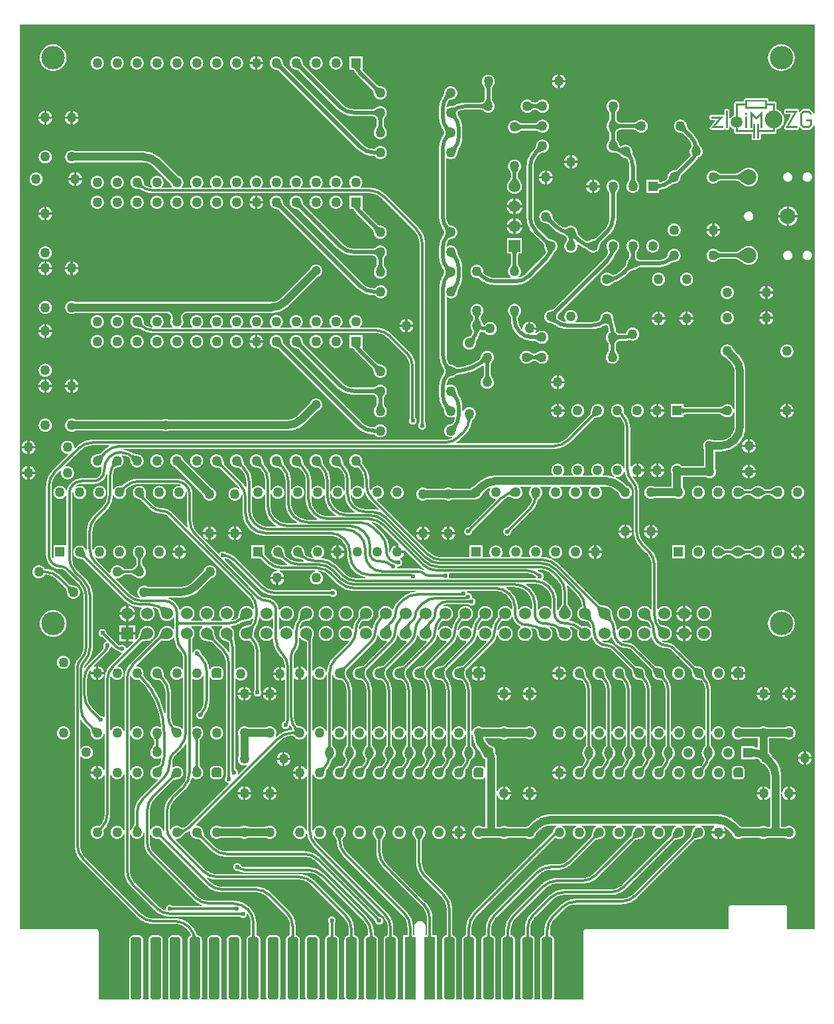
<source format=gtl>
G04*
G04 #@! TF.GenerationSoftware,Altium Limited,Altium Designer,19.1.8 (144)*
G04*
G04 Layer_Physical_Order=1*
G04 Layer_Color=255*
%FSLAX24Y24*%
%MOIN*%
G70*
G01*
G75*
%ADD25C,0.0118*%
%ADD26C,0.0394*%
%ADD27C,0.0118*%
%ADD28C,0.0197*%
%ADD29C,0.0197*%
%ADD30R,0.0551X0.3150*%
G04:AMPARAMS|DCode=31|XSize=55.1mil|YSize=315mil|CornerRadius=13.8mil|HoleSize=0mil|Usage=FLASHONLY|Rotation=0.000|XOffset=0mil|YOffset=0mil|HoleType=Round|Shape=RoundedRectangle|*
%AMROUNDEDRECTD31*
21,1,0.0551,0.2874,0,0,0.0*
21,1,0.0276,0.3150,0,0,0.0*
1,1,0.0276,0.0138,-0.1437*
1,1,0.0276,-0.0138,-0.1437*
1,1,0.0276,-0.0138,0.1437*
1,1,0.0276,0.0138,0.1437*
%
%ADD31ROUNDEDRECTD31*%
%ADD32C,0.0500*%
%ADD33C,0.0787*%
%ADD34C,0.0591*%
%ADD35C,0.0886*%
%ADD36C,0.0600*%
%ADD37R,0.0600X0.0600*%
%ADD38C,0.1181*%
%ADD39R,0.0600X0.0600*%
%ADD40R,0.0500X0.0500*%
G04:AMPARAMS|DCode=41|XSize=50mil|YSize=50mil|CornerRadius=12.5mil|HoleSize=0mil|Usage=FLASHONLY|Rotation=270.000|XOffset=0mil|YOffset=0mil|HoleType=Round|Shape=RoundedRectangle|*
%AMROUNDEDRECTD41*
21,1,0.0500,0.0250,0,0,270.0*
21,1,0.0250,0.0500,0,0,270.0*
1,1,0.0250,-0.0125,-0.0125*
1,1,0.0250,-0.0125,0.0125*
1,1,0.0250,0.0125,0.0125*
1,1,0.0250,0.0125,-0.0125*
%
%ADD41ROUNDEDRECTD41*%
%ADD42C,0.0236*%
%ADD43C,0.0472*%
G36*
X3753Y46073D02*
X3721Y46022D01*
X3708Y45998D01*
X3697Y45975D01*
X3688Y45952D01*
X3680Y45931D01*
X3675Y45910D01*
X3672Y45890D01*
X3671Y45870D01*
X3474Y45870D01*
X3473Y45890D01*
X3470Y45910D01*
X3465Y45931D01*
X3458Y45952D01*
X3449Y45975D01*
X3438Y45998D01*
X3425Y46022D01*
X3392Y46073D01*
X3373Y46100D01*
X3773Y46100D01*
X3753Y46073D01*
D02*
G37*
G36*
X1724Y45420D02*
X1692Y45415D01*
X1634Y45399D01*
X1608Y45390D01*
X1585Y45380D01*
X1565Y45369D01*
X1547Y45357D01*
X1531Y45343D01*
X1518Y45329D01*
X1507Y45313D01*
X1363Y45453D01*
X1375Y45473D01*
X1386Y45493D01*
X1396Y45514D01*
X1405Y45536D01*
X1413Y45559D01*
X1425Y45607D01*
X1430Y45632D01*
X1436Y45685D01*
X1724Y45420D01*
D02*
G37*
G36*
X3671Y45375D02*
X3672Y45356D01*
X3675Y45335D01*
X3680Y45314D01*
X3687Y45292D01*
X3695Y45270D01*
X3706Y45246D01*
X3718Y45222D01*
X3748Y45172D01*
X3767Y45145D01*
X3413Y45156D01*
Y44800D01*
X3386Y44819D01*
X3336Y44852D01*
X3311Y44865D01*
X3288Y44876D01*
X3265Y44885D01*
X3244Y44892D01*
X3223Y44898D01*
X3203Y44901D01*
X3183Y44902D01*
Y45098D01*
X3203Y45099D01*
X3223Y45102D01*
X3244Y45108D01*
X3265Y45115D01*
X3288Y45124D01*
X3311Y45135D01*
X3336Y45148D01*
X3386Y45181D01*
X3388Y45182D01*
X3389Y45183D01*
X3423Y45232D01*
X3437Y45256D01*
X3448Y45279D01*
X3458Y45301D01*
X3465Y45323D01*
X3470Y45344D01*
X3473Y45364D01*
X3474Y45384D01*
X3671Y45375D01*
D02*
G37*
G36*
X19978Y44649D02*
X19930Y44641D01*
X19925Y44656D01*
X19918Y44670D01*
X19908Y44682D01*
X19761Y44830D01*
X19749Y44839D01*
X19735Y44847D01*
X19720Y44851D01*
X19705Y44853D01*
X19409D01*
X19394Y44851D01*
X19379Y44847D01*
X19365Y44839D01*
X19353Y44830D01*
X19218Y44694D01*
X19177Y44724D01*
X19184Y44736D01*
X19185Y44740D01*
X19187Y44743D01*
X19188Y44747D01*
X19190Y44750D01*
X19191Y44754D01*
X19192Y44758D01*
X19192Y44762D01*
X19193Y44766D01*
X19193Y44770D01*
X19193Y44774D01*
X19193Y44777D01*
X19193Y44781D01*
X19192Y44785D01*
X19192Y44789D01*
X19191Y44793D01*
X19190Y44796D01*
X19188Y44800D01*
X19187Y44804D01*
X19186Y44807D01*
X19184Y44811D01*
X19182Y44814D01*
X19180Y44818D01*
X19178Y44820D01*
X19176Y44824D01*
X19173Y44826D01*
X19170Y44830D01*
X19167Y44832D01*
X19165Y44835D01*
X19161Y44837D01*
X19158Y44839D01*
X19155Y44841D01*
X19152Y44843D01*
X19148Y44845D01*
X19144Y44847D01*
X19141Y44848D01*
X19137Y44849D01*
X19133Y44850D01*
X19130Y44851D01*
X19126Y44852D01*
X19122Y44852D01*
X19118Y44852D01*
X19114Y44853D01*
X18524Y44853D01*
X18508Y44851D01*
X18493Y44847D01*
X18480Y44839D01*
X18468Y44830D01*
X18458Y44818D01*
X18451Y44804D01*
X18446Y44789D01*
X18444Y44774D01*
Y44675D01*
X18446Y44660D01*
X18451Y44645D01*
X18458Y44631D01*
X18468Y44619D01*
X18480Y44609D01*
X18493Y44602D01*
X18508Y44598D01*
X18524Y44596D01*
X18768Y44596D01*
X18793Y44553D01*
X18454Y43925D01*
X18452Y43922D01*
X18451Y43918D01*
X18449Y43915D01*
X18448Y43911D01*
X18447Y43907D01*
X18446Y43903D01*
X18446Y43900D01*
X18445Y43896D01*
X18445Y43892D01*
X18444Y43888D01*
X18445Y43884D01*
X18445Y43880D01*
X18446Y43876D01*
X18446Y43872D01*
X18447Y43869D01*
X18448Y43865D01*
X18449Y43861D01*
X18451Y43858D01*
X18452Y43854D01*
X18454Y43851D01*
X18456Y43847D01*
X18458Y43844D01*
X18460Y43841D01*
X18462Y43838D01*
X18465Y43835D01*
X18468Y43832D01*
X18471Y43829D01*
X18473Y43827D01*
X18477Y43825D01*
X18480Y43822D01*
X18483Y43820D01*
X18486Y43818D01*
X18490Y43817D01*
X18493Y43815D01*
X18497Y43814D01*
X18500Y43812D01*
X18504Y43811D01*
X18508Y43810D01*
X18512Y43810D01*
X18516Y43809D01*
X18520Y43809D01*
X18524Y43809D01*
X19114Y43809D01*
X19130Y43810D01*
X19144Y43815D01*
X19158Y43822D01*
X19170Y43832D01*
X19180Y43844D01*
X19187Y43858D01*
X19192Y43872D01*
X19193Y43888D01*
Y43921D01*
X19243Y43942D01*
X19353Y43832D01*
X19365Y43822D01*
X19379Y43815D01*
X19394Y43810D01*
X19409Y43809D01*
X19705Y43809D01*
X19720Y43810D01*
X19735Y43815D01*
X19749Y43822D01*
X19761Y43832D01*
X19908Y43979D01*
X19918Y43991D01*
X19925Y44005D01*
X19930Y44020D01*
X19978Y44013D01*
X19978Y3644D01*
X18604D01*
Y4724D01*
X18597Y4763D01*
X18575Y4795D01*
X18542Y4817D01*
X18504Y4825D01*
X15748D01*
X15710Y4817D01*
X15677Y4795D01*
X15655Y4763D01*
X15648Y4724D01*
Y3644D01*
X8465D01*
X8426Y3636D01*
X8394Y3614D01*
X8372Y3582D01*
X8364Y3543D01*
Y100D01*
X6903D01*
X6882Y126D01*
X6872Y150D01*
X6878Y165D01*
X6885Y188D01*
X6889Y212D01*
X6890Y236D01*
Y3110D01*
X6889Y3135D01*
X6885Y3158D01*
X6878Y3182D01*
X6869Y3204D01*
X6857Y3226D01*
X6843Y3245D01*
X6827Y3264D01*
X6808Y3280D01*
X6789Y3294D01*
X6767Y3306D01*
X6745Y3315D01*
X6721Y3322D01*
X6698Y3326D01*
X6676Y3327D01*
X6675Y3333D01*
X6674Y3348D01*
X6674Y3368D01*
X6674Y3369D01*
Y3562D01*
X6673Y3565D01*
X6675Y3614D01*
X6680Y3666D01*
X6687Y3718D01*
X6698Y3769D01*
X6712Y3819D01*
X6729Y3868D01*
X6749Y3916D01*
X6772Y3963D01*
X6798Y4008D01*
X6826Y4052D01*
X6857Y4094D01*
X6890Y4134D01*
X6924Y4170D01*
X6926Y4172D01*
X7383Y4629D01*
X7386Y4631D01*
X7421Y4665D01*
X7461Y4698D01*
X7503Y4729D01*
X7547Y4758D01*
X7592Y4783D01*
X7639Y4806D01*
X7687Y4826D01*
X7736Y4843D01*
X7787Y4857D01*
X7838Y4868D01*
X7889Y4876D01*
X7941Y4880D01*
X7990Y4882D01*
X7993Y4882D01*
X10245D01*
Y4882D01*
X10305Y4883D01*
X10364Y4888D01*
X10423Y4896D01*
X10482Y4906D01*
X10540Y4920D01*
X10597Y4937D01*
X10653Y4957D01*
X10708Y4980D01*
X10762Y5006D01*
X10814Y5034D01*
X10865Y5065D01*
X10914Y5099D01*
X10961Y5135D01*
X11007Y5174D01*
X11050Y5215D01*
X11050Y5215D01*
X13956Y8121D01*
X13958Y8122D01*
X13962Y8125D01*
X13973Y8129D01*
X13987Y8134D01*
X14145Y8168D01*
X14187Y8174D01*
X14188Y8175D01*
X14190Y8175D01*
X14192Y8175D01*
X14197Y8176D01*
X14225Y8182D01*
X14252Y8191D01*
X14279Y8202D01*
X14304Y8215D01*
X14328Y8230D01*
X14351Y8248D01*
X14372Y8267D01*
X14392Y8288D01*
X14409Y8311D01*
X14425Y8335D01*
X14438Y8361D01*
X14449Y8387D01*
X14458Y8415D01*
X14464Y8443D01*
X14468Y8471D01*
X14469Y8500D01*
X14468Y8529D01*
X14464Y8557D01*
X14458Y8585D01*
X14449Y8613D01*
X14438Y8639D01*
X14425Y8665D01*
X14409Y8689D01*
X14392Y8712D01*
X14372Y8733D01*
X14351Y8752D01*
X14328Y8770D01*
X14304Y8785D01*
X14279Y8798D01*
X14289Y8848D01*
X14924D01*
X14931Y8839D01*
X14934Y8822D01*
X14922Y8772D01*
X14916Y8767D01*
X14893Y8747D01*
X14873Y8724D01*
X14854Y8700D01*
X14838Y8674D01*
X14824Y8647D01*
X14812Y8619D01*
X14803Y8590D01*
X14796Y8561D01*
X14796Y8559D01*
X15483D01*
X15483Y8561D01*
X15477Y8590D01*
X15467Y8619D01*
X15456Y8647D01*
X15442Y8674D01*
X15425Y8700D01*
X15407Y8724D01*
X15405Y8726D01*
X15436Y8766D01*
X15464Y8751D01*
X15504Y8726D01*
X15542Y8699D01*
X15579Y8669D01*
X15611Y8639D01*
X15613Y8636D01*
X15818Y8431D01*
X15822Y8415D01*
X15831Y8387D01*
X15842Y8361D01*
X15855Y8335D01*
X15870Y8311D01*
X15888Y8288D01*
X15907Y8267D01*
X15928Y8248D01*
X15951Y8230D01*
X15975Y8215D01*
X16001Y8202D01*
X16027Y8191D01*
X16055Y8182D01*
X16083Y8176D01*
X16111Y8172D01*
X16140Y8171D01*
X16168Y8172D01*
X16197Y8176D01*
X16225Y8182D01*
X16252Y8191D01*
X16279Y8202D01*
X16304Y8215D01*
X16318Y8224D01*
X17223D01*
X17247Y8209D01*
X17272Y8196D01*
X17299Y8185D01*
X17326Y8176D01*
X17354Y8170D01*
X17383Y8166D01*
X17411Y8165D01*
X17440Y8166D01*
X17469Y8170D01*
X17497Y8176D01*
X17524Y8185D01*
X17550Y8196D01*
X17576Y8209D01*
X17599Y8224D01*
X18378D01*
X18379Y8224D01*
X18475Y8223D01*
X18506Y8222D01*
X18526Y8209D01*
X18552Y8196D01*
X18578Y8185D01*
X18606Y8176D01*
X18634Y8170D01*
X18662Y8166D01*
X18691Y8165D01*
X18720Y8166D01*
X18748Y8170D01*
X18776Y8176D01*
X18803Y8185D01*
X18830Y8196D01*
X18855Y8209D01*
X18880Y8225D01*
X18902Y8242D01*
X18924Y8261D01*
X18943Y8283D01*
X18960Y8305D01*
X18976Y8330D01*
X18989Y8355D01*
X19000Y8382D01*
X19009Y8409D01*
X19015Y8437D01*
X19019Y8465D01*
X19020Y8494D01*
X19019Y8523D01*
X19015Y8551D01*
X19009Y8579D01*
X19000Y8607D01*
X18989Y8633D01*
X18976Y8659D01*
X18960Y8683D01*
X18943Y8706D01*
X18924Y8727D01*
X18902Y8746D01*
X18880Y8764D01*
X18855Y8779D01*
X18830Y8792D01*
X18803Y8803D01*
X18776Y8812D01*
X18748Y8818D01*
X18720Y8822D01*
X18691Y8823D01*
X18662Y8822D01*
X18634Y8818D01*
X18606Y8812D01*
X18578Y8803D01*
X18552Y8792D01*
X18526Y8779D01*
X18521Y8776D01*
X18406D01*
X18395Y8776D01*
X18395Y8776D01*
X18295D01*
Y10418D01*
X18345Y10421D01*
X18347Y10402D01*
X18354Y10372D01*
X18363Y10343D01*
X18375Y10315D01*
X18389Y10288D01*
X18405Y10263D01*
X18424Y10238D01*
X18444Y10216D01*
X18467Y10195D01*
X18491Y10177D01*
X18517Y10161D01*
X18544Y10147D01*
X18572Y10135D01*
X18601Y10126D01*
X18630Y10119D01*
X18632Y10119D01*
Y10463D01*
Y10806D01*
X18630Y10806D01*
X18601Y10799D01*
X18572Y10790D01*
X18544Y10779D01*
X18517Y10765D01*
X18491Y10748D01*
X18467Y10730D01*
X18444Y10709D01*
X18424Y10687D01*
X18405Y10663D01*
X18389Y10637D01*
X18375Y10610D01*
X18363Y10582D01*
X18354Y10553D01*
X18347Y10523D01*
X18345Y10504D01*
X18295Y10508D01*
Y11330D01*
X18295D01*
X18294Y11393D01*
X18289Y11456D01*
X18281Y11518D01*
X18271Y11579D01*
X18257Y11640D01*
X18240Y11701D01*
X18220Y11760D01*
X18198Y11819D01*
X18173Y11876D01*
X18144Y11932D01*
X18114Y11986D01*
X18080Y12039D01*
X18044Y12091D01*
X18005Y12140D01*
X17965Y12187D01*
X17921Y12233D01*
X17921Y12233D01*
X17841Y12313D01*
X17837Y12329D01*
X17829Y12357D01*
X17818Y12383D01*
X17805Y12409D01*
X17789Y12433D01*
X17772Y12456D01*
X17752Y12477D01*
X17731Y12496D01*
X17708Y12514D01*
X17687Y12527D01*
Y13199D01*
X17687Y13199D01*
X17688Y13224D01*
X17711Y13224D01*
X17711Y13224D01*
X18391D01*
X18392Y13224D01*
X18519Y13224D01*
X18526Y13219D01*
X18552Y13206D01*
X18578Y13195D01*
X18606Y13186D01*
X18634Y13180D01*
X18662Y13176D01*
X18691Y13175D01*
X18720Y13176D01*
X18748Y13180D01*
X18776Y13186D01*
X18803Y13195D01*
X18830Y13206D01*
X18855Y13219D01*
X18880Y13234D01*
X18902Y13252D01*
X18924Y13271D01*
X18943Y13292D01*
X18960Y13315D01*
X18976Y13339D01*
X18989Y13365D01*
X19000Y13391D01*
X19009Y13419D01*
X19015Y13447D01*
X19019Y13475D01*
X19020Y13504D01*
X19019Y13533D01*
X19015Y13561D01*
X19009Y13589D01*
X19000Y13616D01*
X18989Y13643D01*
X18976Y13668D01*
X18960Y13693D01*
X18943Y13715D01*
X18924Y13737D01*
X18902Y13756D01*
X18880Y13773D01*
X18855Y13789D01*
X18830Y13802D01*
X18803Y13813D01*
X18776Y13822D01*
X18748Y13828D01*
X18720Y13832D01*
X18691Y13833D01*
X18662Y13832D01*
X18634Y13828D01*
X18606Y13822D01*
X18578Y13813D01*
X18552Y13802D01*
X18526Y13789D01*
X18512Y13780D01*
X18380Y13776D01*
X18379Y13776D01*
X17723D01*
X17722Y13776D01*
X17722Y13776D01*
X17721D01*
X17721Y13776D01*
X17645Y13776D01*
X17593Y13778D01*
X17576Y13789D01*
X17550Y13802D01*
X17524Y13813D01*
X17497Y13822D01*
X17469Y13828D01*
X17440Y13832D01*
X17411Y13833D01*
X17383Y13832D01*
X17354Y13828D01*
X17326Y13822D01*
X17299Y13813D01*
X17272Y13802D01*
X17247Y13789D01*
X17233Y13780D01*
X17100Y13776D01*
X17100Y13776D01*
X16445D01*
X16445Y13776D01*
X16319Y13777D01*
X16317Y13777D01*
X16304Y13785D01*
X16279Y13798D01*
X16252Y13809D01*
X16225Y13818D01*
X16197Y13824D01*
X16168Y13828D01*
X16140Y13829D01*
X16111Y13828D01*
X16083Y13824D01*
X16055Y13818D01*
X16027Y13809D01*
X16001Y13798D01*
X15975Y13785D01*
X15951Y13770D01*
X15928Y13752D01*
X15907Y13733D01*
X15888Y13712D01*
X15870Y13689D01*
X15855Y13665D01*
X15842Y13639D01*
X15831Y13613D01*
X15822Y13585D01*
X15816Y13557D01*
X15812Y13529D01*
X15811Y13500D01*
X15812Y13471D01*
X15816Y13443D01*
X15822Y13415D01*
X15831Y13387D01*
X15842Y13361D01*
X15855Y13335D01*
X15870Y13311D01*
X15888Y13288D01*
X15907Y13267D01*
X15928Y13248D01*
X15951Y13230D01*
X15975Y13215D01*
X16001Y13202D01*
X16027Y13191D01*
X16055Y13182D01*
X16083Y13176D01*
X16111Y13172D01*
X16140Y13171D01*
X16168Y13172D01*
X16197Y13176D01*
X16225Y13182D01*
X16252Y13191D01*
X16279Y13202D01*
X16304Y13215D01*
X16314Y13221D01*
X16445Y13224D01*
X16446Y13224D01*
X17112D01*
X17112Y13224D01*
X17135Y13224D01*
X17135Y13198D01*
X17135Y13198D01*
Y12791D01*
X17097Y12759D01*
X17082Y12762D01*
X17022Y12770D01*
X16963Y12774D01*
Y12829D01*
X16305D01*
Y12171D01*
X16963D01*
Y12179D01*
X17013Y12214D01*
X17029Y12211D01*
X17070Y12200D01*
X17111Y12187D01*
X17150Y12170D01*
X17188Y12151D01*
X17208Y12140D01*
X17210Y12132D01*
X17221Y12105D01*
X17235Y12080D01*
X17250Y12055D01*
X17268Y12033D01*
X17287Y12011D01*
X17308Y11992D01*
X17331Y11975D01*
X17355Y11959D01*
X17381Y11946D01*
X17407Y11935D01*
X17434Y11926D01*
X17451Y11923D01*
X17531Y11842D01*
X17534Y11840D01*
X17564Y11808D01*
X17594Y11771D01*
X17621Y11733D01*
X17646Y11693D01*
X17669Y11651D01*
X17688Y11608D01*
X17705Y11563D01*
X17719Y11518D01*
X17730Y11472D01*
X17737Y11425D01*
X17742Y11378D01*
X17743Y11334D01*
X17743Y11330D01*
Y10683D01*
X17710Y10668D01*
X17693Y10668D01*
X17679Y10687D01*
X17658Y10709D01*
X17636Y10730D01*
X17611Y10748D01*
X17586Y10765D01*
X17559Y10779D01*
X17531Y10790D01*
X17502Y10799D01*
X17472Y10806D01*
X17470Y10806D01*
Y10463D01*
Y10119D01*
X17472Y10119D01*
X17502Y10126D01*
X17531Y10135D01*
X17559Y10147D01*
X17586Y10161D01*
X17611Y10177D01*
X17636Y10195D01*
X17658Y10216D01*
X17679Y10238D01*
X17693Y10257D01*
X17710Y10257D01*
X17743Y10242D01*
Y8776D01*
X17581D01*
X17576Y8779D01*
X17550Y8792D01*
X17524Y8803D01*
X17497Y8812D01*
X17469Y8818D01*
X17440Y8822D01*
X17411Y8823D01*
X17383Y8822D01*
X17354Y8818D01*
X17326Y8812D01*
X17299Y8803D01*
X17272Y8792D01*
X17247Y8779D01*
X17242Y8776D01*
X16318D01*
X16304Y8785D01*
X16279Y8798D01*
X16252Y8809D01*
X16225Y8818D01*
X16208Y8821D01*
X16004Y9026D01*
X16004Y9026D01*
X15958Y9069D01*
X15911Y9110D01*
X15862Y9149D01*
X15810Y9185D01*
X15757Y9218D01*
X15703Y9249D01*
X15647Y9277D01*
X15590Y9303D01*
X15531Y9325D01*
X15472Y9345D01*
X15412Y9362D01*
X15350Y9375D01*
X15289Y9386D01*
X15227Y9394D01*
X15164Y9398D01*
X15101Y9400D01*
Y9400D01*
X6694D01*
Y9400D01*
X6631Y9398D01*
X6569Y9394D01*
X6506Y9386D01*
X6445Y9375D01*
X6384Y9362D01*
X6323Y9345D01*
X6264Y9325D01*
X6205Y9303D01*
X6148Y9277D01*
X6092Y9249D01*
X6038Y9218D01*
X5985Y9185D01*
X5934Y9149D01*
X5884Y9110D01*
X5837Y9069D01*
X5791Y9026D01*
X5792Y9026D01*
X5581Y8816D01*
X5564Y8812D01*
X5537Y8803D01*
X5511Y8792D01*
X5485Y8779D01*
X5480Y8776D01*
X4540D01*
X4535Y8779D01*
X4509Y8792D01*
X4483Y8803D01*
X4455Y8812D01*
X4427Y8818D01*
X4399Y8822D01*
X4370Y8823D01*
X4341Y8822D01*
X4313Y8818D01*
X4285Y8812D01*
X4258Y8803D01*
X4231Y8792D01*
X4206Y8779D01*
X4201Y8776D01*
X3987D01*
Y10354D01*
X4037Y10362D01*
X4042Y10343D01*
X4054Y10315D01*
X4068Y10288D01*
X4084Y10263D01*
X4103Y10238D01*
X4123Y10216D01*
X4146Y10195D01*
X4170Y10177D01*
X4196Y10161D01*
X4223Y10147D01*
X4251Y10135D01*
X4280Y10126D01*
X4309Y10119D01*
X4311Y10119D01*
Y10463D01*
Y10806D01*
X4309Y10806D01*
X4280Y10799D01*
X4251Y10790D01*
X4223Y10779D01*
X4196Y10765D01*
X4170Y10748D01*
X4146Y10730D01*
X4123Y10709D01*
X4103Y10687D01*
X4084Y10663D01*
X4068Y10637D01*
X4054Y10610D01*
X4042Y10582D01*
X4037Y10564D01*
X3987Y10571D01*
Y12215D01*
X3987D01*
X3985Y12259D01*
X3985Y12264D01*
X3981Y12304D01*
X3974Y12347D01*
X3963Y12391D01*
X3951Y12433D01*
X3935Y12475D01*
X3922Y12504D01*
Y12625D01*
X3920Y12648D01*
X3916Y12670D01*
X3910Y12692D01*
X3901Y12714D01*
X3890Y12734D01*
X3877Y12752D01*
X3862Y12769D01*
X3845Y12785D01*
X3826Y12798D01*
X3816Y12803D01*
X3814Y12805D01*
X3813Y12805D01*
X3806Y12809D01*
X3790Y12816D01*
X3766Y12827D01*
X3722Y12850D01*
X3680Y12877D01*
X3638Y12907D01*
X3598Y12940D01*
X3559Y12976D01*
X3522Y13016D01*
X3447Y13108D01*
X3416Y13152D01*
X3410Y13170D01*
X3433Y13220D01*
X4204D01*
X4206Y13219D01*
X4231Y13206D01*
X4258Y13195D01*
X4285Y13186D01*
X4313Y13180D01*
X4341Y13176D01*
X4370Y13175D01*
X4399Y13176D01*
X4427Y13180D01*
X4455Y13186D01*
X4483Y13195D01*
X4509Y13206D01*
X4535Y13219D01*
X4536Y13220D01*
X5483D01*
X5485Y13219D01*
X5511Y13206D01*
X5537Y13195D01*
X5564Y13186D01*
X5592Y13180D01*
X5621Y13176D01*
X5650Y13175D01*
X5678Y13176D01*
X5707Y13180D01*
X5735Y13186D01*
X5762Y13195D01*
X5789Y13206D01*
X5814Y13219D01*
X5838Y13234D01*
X5861Y13252D01*
X5882Y13271D01*
X5902Y13292D01*
X5919Y13315D01*
X5935Y13339D01*
X5948Y13365D01*
X5959Y13391D01*
X5967Y13419D01*
X5974Y13447D01*
X5977Y13475D01*
X5979Y13504D01*
X5977Y13533D01*
X5974Y13561D01*
X5967Y13589D01*
X5959Y13616D01*
X5948Y13643D01*
X5935Y13668D01*
X5919Y13693D01*
X5902Y13715D01*
X5882Y13737D01*
X5861Y13756D01*
X5838Y13773D01*
X5814Y13789D01*
X5789Y13802D01*
X5762Y13813D01*
X5735Y13822D01*
X5707Y13828D01*
X5678Y13832D01*
X5650Y13833D01*
X5621Y13832D01*
X5592Y13828D01*
X5564Y13822D01*
X5537Y13813D01*
X5511Y13802D01*
X5485Y13789D01*
X5461Y13773D01*
X5459Y13772D01*
X4561D01*
X4559Y13773D01*
X4535Y13789D01*
X4509Y13802D01*
X4483Y13813D01*
X4455Y13822D01*
X4427Y13828D01*
X4399Y13832D01*
X4370Y13833D01*
X4341Y13832D01*
X4313Y13828D01*
X4285Y13822D01*
X4258Y13813D01*
X4231Y13802D01*
X4206Y13789D01*
X4181Y13773D01*
X4179Y13772D01*
X3269D01*
X3255Y13781D01*
X3230Y13794D01*
X3203Y13805D01*
X3176Y13814D01*
X3148Y13820D01*
X3119Y13824D01*
X3091Y13825D01*
X3062Y13824D01*
X3033Y13820D01*
X3005Y13814D01*
X2978Y13805D01*
X2951Y13794D01*
X2926Y13781D01*
X2902Y13766D01*
X2879Y13748D01*
X2858Y13729D01*
X2838Y13708D01*
X2821Y13685D01*
X2806Y13661D01*
X2792Y13635D01*
X2781Y13609D01*
X2777Y13594D01*
X2727Y13602D01*
Y15594D01*
X2727D01*
X2725Y15653D01*
X2721Y15713D01*
X2713Y15772D01*
X2702Y15830D01*
X2688Y15888D01*
X2671Y15945D01*
X2651Y16002D01*
X2628Y16057D01*
X2603Y16110D01*
X2574Y16163D01*
X2543Y16214D01*
X2509Y16263D01*
X2478Y16303D01*
X2478Y16304D01*
X2476Y16306D01*
X2474Y16309D01*
X2470Y16314D01*
X2468Y16318D01*
X2463Y16329D01*
X2458Y16343D01*
X2425Y16500D01*
X2436Y16567D01*
X2449Y16625D01*
X2455Y16646D01*
X2461Y16663D01*
X2466Y16674D01*
X2468Y16678D01*
X2470Y16680D01*
X3788Y17998D01*
X3788Y17998D01*
X3821Y18033D01*
X3822Y18034D01*
X3852Y18070D01*
X3881Y18109D01*
X3907Y18150D01*
X3931Y18192D01*
X3952Y18235D01*
X3970Y18280D01*
X3986Y18325D01*
X3999Y18372D01*
X4005Y18399D01*
X4055Y18402D01*
X4065Y18370D01*
X4078Y18340D01*
X4093Y18310D01*
X4111Y18283D01*
X4131Y18256D01*
X4153Y18232D01*
X4178Y18210D01*
X4204Y18189D01*
X4232Y18172D01*
X4261Y18156D01*
X4292Y18144D01*
X4323Y18134D01*
X4355Y18127D01*
X4388Y18122D01*
X4421Y18121D01*
X4454Y18122D01*
X4487Y18127D01*
X4519Y18134D01*
X4551Y18144D01*
X4581Y18156D01*
X4611Y18172D01*
X4639Y18189D01*
X4665Y18210D01*
X4689Y18232D01*
X4712Y18256D01*
X4732Y18283D01*
X4750Y18310D01*
X4765Y18340D01*
X4778Y18370D01*
X4787Y18402D01*
X4795Y18434D01*
X4799Y18467D01*
X4800Y18500D01*
X4799Y18533D01*
X4795Y18566D01*
X4787Y18598D01*
X4778Y18630D01*
X4765Y18660D01*
X4750Y18690D01*
X4732Y18717D01*
X4712Y18744D01*
X4689Y18768D01*
X4665Y18790D01*
X4639Y18811D01*
X4611Y18828D01*
X4581Y18844D01*
X4551Y18856D01*
X4519Y18866D01*
X4487Y18873D01*
X4454Y18878D01*
X4421Y18879D01*
X4388Y18878D01*
X4355Y18873D01*
X4323Y18866D01*
X4292Y18856D01*
X4261Y18844D01*
X4232Y18828D01*
X4204Y18811D01*
X4178Y18790D01*
X4153Y18768D01*
X4131Y18744D01*
X4111Y18717D01*
X4093Y18690D01*
X4078Y18660D01*
X4030Y18675D01*
X4035Y18712D01*
X4046Y18761D01*
X4059Y18809D01*
X4075Y18856D01*
X4095Y18902D01*
X4116Y18947D01*
X4141Y18991D01*
X4168Y19033D01*
X4198Y19073D01*
X4230Y19111D01*
X4261Y19144D01*
X4262Y19145D01*
X4270Y19153D01*
X4292Y19144D01*
X4323Y19134D01*
X4355Y19127D01*
X4388Y19122D01*
X4421Y19121D01*
X4454Y19122D01*
X4487Y19127D01*
X4519Y19134D01*
X4551Y19144D01*
X4581Y19156D01*
X4611Y19172D01*
X4639Y19189D01*
X4665Y19210D01*
X4689Y19232D01*
X4712Y19256D01*
X4732Y19283D01*
X4750Y19310D01*
X4754Y19318D01*
X4807Y19312D01*
X4807Y19309D01*
X4821Y19264D01*
X4837Y19220D01*
X4857Y19178D01*
X4879Y19137D01*
X4903Y19097D01*
X4930Y19059D01*
X4960Y19023D01*
X4992Y18989D01*
X5026Y18957D01*
X5062Y18927D01*
X5100Y18900D01*
X5140Y18875D01*
X5181Y18853D01*
X5183Y18850D01*
X5185Y18796D01*
X5178Y18790D01*
X5153Y18768D01*
X5131Y18744D01*
X5111Y18717D01*
X5093Y18690D01*
X5078Y18660D01*
X5065Y18630D01*
X5055Y18598D01*
X5048Y18566D01*
X5044Y18533D01*
X5042Y18500D01*
X5044Y18467D01*
X5048Y18434D01*
X5055Y18402D01*
X5065Y18370D01*
X5078Y18340D01*
X5093Y18310D01*
X5111Y18283D01*
X5131Y18256D01*
X5153Y18232D01*
X5178Y18210D01*
X5204Y18189D01*
X5232Y18172D01*
X5261Y18156D01*
X5292Y18144D01*
X5323Y18134D01*
X5355Y18127D01*
X5388Y18122D01*
X5421Y18121D01*
X5454Y18122D01*
X5487Y18127D01*
X5519Y18134D01*
X5551Y18144D01*
X5581Y18156D01*
X5611Y18172D01*
X5639Y18189D01*
X5665Y18210D01*
X5689Y18232D01*
X5712Y18256D01*
X5732Y18283D01*
X5750Y18310D01*
X5765Y18340D01*
X5778Y18370D01*
X5787Y18402D01*
X5795Y18434D01*
X5799Y18467D01*
X5800Y18500D01*
X5799Y18533D01*
X5795Y18566D01*
X5787Y18598D01*
X5778Y18630D01*
X5765Y18660D01*
X5750Y18690D01*
X5732Y18717D01*
X5732Y18718D01*
X5734Y18726D01*
X5760Y18763D01*
X5795Y18755D01*
X5845Y18741D01*
X5895Y18724D01*
X5943Y18704D01*
X5975Y18689D01*
X5975Y18688D01*
X5977Y18686D01*
X5983Y18677D01*
X5991Y18660D01*
X6000Y18637D01*
X6009Y18609D01*
X6039Y18486D01*
X6048Y18436D01*
X6048Y18435D01*
X6048Y18434D01*
X6055Y18402D01*
X6065Y18370D01*
X6078Y18340D01*
X6093Y18310D01*
X6111Y18283D01*
X6131Y18256D01*
X6153Y18232D01*
X6178Y18210D01*
X6204Y18189D01*
X6232Y18172D01*
X6261Y18156D01*
X6292Y18144D01*
X6323Y18134D01*
X6355Y18127D01*
X6388Y18122D01*
X6421Y18121D01*
X6454Y18122D01*
X6487Y18127D01*
X6519Y18134D01*
X6551Y18144D01*
X6581Y18156D01*
X6611Y18172D01*
X6639Y18189D01*
X6665Y18210D01*
X6689Y18232D01*
X6712Y18256D01*
X6732Y18283D01*
X6750Y18310D01*
X6765Y18340D01*
X6777Y18370D01*
X6787Y18402D01*
X6795Y18434D01*
X6799Y18467D01*
X6800Y18500D01*
X6799Y18533D01*
X6795Y18566D01*
X6787Y18598D01*
X6777Y18630D01*
X6765Y18660D01*
X6750Y18690D01*
X6732Y18717D01*
X6712Y18744D01*
X6689Y18768D01*
X6672Y18784D01*
X6678Y18807D01*
X6695Y18830D01*
X6727Y18823D01*
X6777Y18809D01*
X6827Y18792D01*
X6875Y18772D01*
X6922Y18750D01*
X6967Y18724D01*
X6982Y18715D01*
X6983Y18712D01*
X6989Y18701D01*
X6996Y18683D01*
X7004Y18660D01*
X7038Y18498D01*
X7046Y18445D01*
X7047Y18443D01*
X7047Y18440D01*
X7047Y18440D01*
X7048Y18434D01*
X7055Y18402D01*
X7065Y18370D01*
X7078Y18340D01*
X7093Y18310D01*
X7111Y18283D01*
X7131Y18256D01*
X7153Y18232D01*
X7178Y18210D01*
X7204Y18189D01*
X7232Y18172D01*
X7261Y18156D01*
X7292Y18144D01*
X7323Y18134D01*
X7355Y18127D01*
X7388Y18122D01*
X7421Y18121D01*
X7454Y18122D01*
X7487Y18127D01*
X7519Y18134D01*
X7551Y18144D01*
X7581Y18156D01*
X7611Y18172D01*
X7639Y18189D01*
X7665Y18210D01*
X7689Y18232D01*
X7712Y18256D01*
X7732Y18283D01*
X7750Y18310D01*
X7765Y18340D01*
X7778Y18370D01*
X7787Y18402D01*
X7795Y18434D01*
X7799Y18467D01*
X7800Y18500D01*
X7799Y18533D01*
X7795Y18566D01*
X7787Y18598D01*
X7778Y18630D01*
X7765Y18660D01*
X7750Y18690D01*
X7732Y18717D01*
X7712Y18744D01*
X7689Y18768D01*
X7683Y18774D01*
X7678Y18826D01*
X7683Y18840D01*
X7691Y18847D01*
X7707Y18843D01*
X7758Y18829D01*
X7807Y18812D01*
X7855Y18792D01*
X7902Y18769D01*
X7947Y18744D01*
X7991Y18715D01*
X8033Y18685D01*
X8073Y18651D01*
X8074Y18651D01*
X8065Y18630D01*
X8055Y18598D01*
X8048Y18566D01*
X8044Y18533D01*
X8042Y18500D01*
X8044Y18467D01*
X8048Y18434D01*
X8055Y18402D01*
X8065Y18370D01*
X8078Y18340D01*
X8093Y18310D01*
X8111Y18283D01*
X8131Y18256D01*
X8153Y18232D01*
X8178Y18210D01*
X8204Y18189D01*
X8232Y18172D01*
X8261Y18156D01*
X8292Y18144D01*
X8323Y18134D01*
X8355Y18127D01*
X8388Y18122D01*
X8421Y18121D01*
X8454Y18122D01*
X8487Y18127D01*
X8519Y18134D01*
X8551Y18144D01*
X8581Y18156D01*
X8611Y18172D01*
X8639Y18189D01*
X8665Y18210D01*
X8689Y18232D01*
X8712Y18256D01*
X8732Y18283D01*
X8747Y18307D01*
X8760Y18308D01*
X8801Y18300D01*
X8802Y18295D01*
X8817Y18251D01*
X8835Y18208D01*
X8855Y18167D01*
X8878Y18126D01*
X8903Y18087D01*
X8931Y18050D01*
X8961Y18014D01*
X8992Y17981D01*
X9026Y17949D01*
X9062Y17919D01*
X9099Y17892D01*
X9138Y17866D01*
X9179Y17844D01*
X9220Y17823D01*
X9263Y17805D01*
X9307Y17790D01*
X9352Y17778D01*
X9397Y17768D01*
X9443Y17761D01*
X9486Y17757D01*
X9489Y17757D01*
X9535Y17756D01*
X9584Y17752D01*
X9600Y17750D01*
X9631Y17743D01*
X9662Y17734D01*
X9692Y17721D01*
X9721Y17706D01*
X9748Y17689D01*
X9761Y17679D01*
X9797Y17647D01*
X9797Y17647D01*
X9797Y17647D01*
X10761Y16684D01*
X10762Y16682D01*
X10764Y16678D01*
X10769Y16667D01*
X10774Y16653D01*
X10808Y16495D01*
X10814Y16453D01*
X10814Y16451D01*
X10815Y16449D01*
X10815Y16448D01*
X10816Y16443D01*
X10822Y16415D01*
X10831Y16387D01*
X10842Y16361D01*
X10855Y16335D01*
X10870Y16311D01*
X10888Y16288D01*
X10907Y16267D01*
X10928Y16248D01*
X10951Y16230D01*
X10975Y16215D01*
X11001Y16202D01*
X11027Y16191D01*
X11055Y16182D01*
X11066Y16180D01*
X11066Y16179D01*
X11068Y16179D01*
X11069Y16178D01*
X11075Y16177D01*
X11081Y16175D01*
X11082Y16175D01*
X11084Y16174D01*
X11203Y16154D01*
X11261Y16141D01*
X11282Y16135D01*
X11299Y16129D01*
X11310Y16125D01*
X11312Y16123D01*
X11341Y16083D01*
X11370Y16040D01*
X11395Y15994D01*
X11418Y15947D01*
X11438Y15899D01*
X11455Y15850D01*
X11469Y15800D01*
X11480Y15749D01*
X11488Y15698D01*
X11493Y15646D01*
X11494Y15597D01*
X11494Y15594D01*
Y13635D01*
X11444Y13625D01*
X11438Y13639D01*
X11425Y13665D01*
X11409Y13689D01*
X11392Y13712D01*
X11372Y13733D01*
X11351Y13752D01*
X11328Y13770D01*
X11304Y13785D01*
X11279Y13798D01*
X11252Y13809D01*
X11225Y13818D01*
X11197Y13824D01*
X11168Y13828D01*
X11140Y13829D01*
X11111Y13828D01*
X11083Y13824D01*
X11055Y13818D01*
X11027Y13809D01*
X11001Y13798D01*
X10975Y13785D01*
X10951Y13770D01*
X10928Y13752D01*
X10907Y13733D01*
X10888Y13712D01*
X10870Y13689D01*
X10855Y13665D01*
X10842Y13639D01*
X10831Y13613D01*
X10822Y13585D01*
X10820Y13577D01*
X10770Y13582D01*
Y15594D01*
X10770D01*
X10769Y15653D01*
X10764Y15713D01*
X10756Y15772D01*
X10745Y15830D01*
X10731Y15888D01*
X10714Y15945D01*
X10694Y16002D01*
X10672Y16057D01*
X10646Y16110D01*
X10618Y16163D01*
X10586Y16214D01*
X10553Y16263D01*
X10516Y16310D01*
X10510Y16318D01*
X10507Y16322D01*
X10502Y16333D01*
X10498Y16347D01*
X10468Y16485D01*
X10469Y16500D01*
X10468Y16529D01*
X10464Y16557D01*
X10458Y16585D01*
X10449Y16613D01*
X10438Y16639D01*
X10425Y16665D01*
X10409Y16689D01*
X10392Y16712D01*
X10372Y16733D01*
X10351Y16752D01*
X10328Y16770D01*
X10304Y16785D01*
X10279Y16798D01*
X10252Y16809D01*
X10225Y16818D01*
X10197Y16824D01*
X10168Y16828D01*
X10140Y16829D01*
X10111Y16828D01*
X10083Y16824D01*
X10055Y16818D01*
X10027Y16809D01*
X10001Y16798D01*
X9975Y16785D01*
X9951Y16770D01*
X9928Y16752D01*
X9907Y16733D01*
X9888Y16712D01*
X9870Y16689D01*
X9855Y16665D01*
X9842Y16639D01*
X9831Y16613D01*
X9822Y16585D01*
X9816Y16557D01*
X9812Y16529D01*
X9811Y16500D01*
X9812Y16471D01*
X9816Y16443D01*
X9822Y16415D01*
X9831Y16387D01*
X9842Y16361D01*
X9855Y16335D01*
X9870Y16311D01*
X9888Y16288D01*
X9907Y16267D01*
X9928Y16248D01*
X9951Y16230D01*
X9975Y16215D01*
X10001Y16202D01*
X10027Y16191D01*
X10055Y16182D01*
X10066Y16180D01*
X10066Y16179D01*
X10068Y16179D01*
X10069Y16178D01*
X10075Y16177D01*
X10081Y16175D01*
X10082Y16175D01*
X10084Y16174D01*
X10203Y16154D01*
X10261Y16141D01*
X10282Y16135D01*
X10299Y16129D01*
X10310Y16125D01*
X10312Y16123D01*
X10341Y16083D01*
X10370Y16040D01*
X10395Y15994D01*
X10418Y15947D01*
X10438Y15899D01*
X10455Y15850D01*
X10469Y15800D01*
X10480Y15749D01*
X10488Y15698D01*
X10493Y15646D01*
X10494Y15597D01*
X10494Y15594D01*
Y13635D01*
X10444Y13625D01*
X10438Y13639D01*
X10425Y13665D01*
X10409Y13689D01*
X10392Y13712D01*
X10372Y13733D01*
X10351Y13752D01*
X10328Y13770D01*
X10304Y13785D01*
X10279Y13798D01*
X10252Y13809D01*
X10225Y13818D01*
X10197Y13824D01*
X10168Y13828D01*
X10140Y13829D01*
X10111Y13828D01*
X10083Y13824D01*
X10055Y13818D01*
X10027Y13809D01*
X10001Y13798D01*
X9975Y13785D01*
X9951Y13770D01*
X9928Y13752D01*
X9907Y13733D01*
X9888Y13712D01*
X9870Y13689D01*
X9855Y13665D01*
X9842Y13639D01*
X9831Y13613D01*
X9822Y13585D01*
X9820Y13577D01*
X9770Y13582D01*
Y15594D01*
X9770D01*
X9769Y15653D01*
X9764Y15713D01*
X9756Y15772D01*
X9745Y15830D01*
X9731Y15888D01*
X9714Y15945D01*
X9694Y16002D01*
X9672Y16057D01*
X9646Y16110D01*
X9618Y16163D01*
X9586Y16214D01*
X9553Y16263D01*
X9516Y16310D01*
X9510Y16318D01*
X9507Y16322D01*
X9502Y16333D01*
X9498Y16347D01*
X9468Y16485D01*
X9469Y16500D01*
X9468Y16529D01*
X9464Y16557D01*
X9458Y16585D01*
X9449Y16613D01*
X9438Y16639D01*
X9425Y16665D01*
X9409Y16689D01*
X9392Y16712D01*
X9372Y16733D01*
X9351Y16752D01*
X9328Y16770D01*
X9304Y16785D01*
X9279Y16798D01*
X9252Y16809D01*
X9225Y16818D01*
X9197Y16824D01*
X9168Y16828D01*
X9140Y16829D01*
X9111Y16828D01*
X9083Y16824D01*
X9055Y16818D01*
X9027Y16809D01*
X9001Y16798D01*
X8975Y16785D01*
X8951Y16770D01*
X8928Y16752D01*
X8907Y16733D01*
X8888Y16712D01*
X8870Y16689D01*
X8855Y16665D01*
X8842Y16639D01*
X8831Y16613D01*
X8822Y16585D01*
X8816Y16557D01*
X8812Y16529D01*
X8811Y16500D01*
X8812Y16471D01*
X8816Y16443D01*
X8822Y16415D01*
X8831Y16387D01*
X8842Y16361D01*
X8855Y16335D01*
X8870Y16311D01*
X8888Y16288D01*
X8907Y16267D01*
X8928Y16248D01*
X8951Y16230D01*
X8975Y16215D01*
X9001Y16202D01*
X9027Y16191D01*
X9055Y16182D01*
X9066Y16180D01*
X9066Y16179D01*
X9068Y16179D01*
X9069Y16178D01*
X9075Y16177D01*
X9081Y16175D01*
X9082Y16175D01*
X9084Y16174D01*
X9203Y16154D01*
X9261Y16141D01*
X9282Y16135D01*
X9298Y16129D01*
X9310Y16125D01*
X9312Y16123D01*
X9341Y16083D01*
X9370Y16040D01*
X9395Y15994D01*
X9418Y15947D01*
X9438Y15899D01*
X9455Y15850D01*
X9469Y15800D01*
X9480Y15749D01*
X9488Y15698D01*
X9493Y15646D01*
X9494Y15597D01*
X9494Y15594D01*
Y13635D01*
X9444Y13625D01*
X9438Y13639D01*
X9425Y13665D01*
X9409Y13689D01*
X9392Y13712D01*
X9372Y13733D01*
X9351Y13752D01*
X9328Y13770D01*
X9304Y13785D01*
X9279Y13798D01*
X9252Y13809D01*
X9225Y13818D01*
X9197Y13824D01*
X9168Y13828D01*
X9140Y13829D01*
X9111Y13828D01*
X9083Y13824D01*
X9055Y13818D01*
X9027Y13809D01*
X9001Y13798D01*
X8975Y13785D01*
X8951Y13770D01*
X8928Y13752D01*
X8907Y13733D01*
X8888Y13712D01*
X8870Y13689D01*
X8855Y13665D01*
X8842Y13639D01*
X8831Y13613D01*
X8822Y13585D01*
X8820Y13577D01*
X8770Y13582D01*
Y15594D01*
X8770D01*
X8769Y15653D01*
X8764Y15713D01*
X8756Y15772D01*
X8745Y15830D01*
X8731Y15888D01*
X8714Y15945D01*
X8694Y16002D01*
X8672Y16057D01*
X8646Y16110D01*
X8618Y16163D01*
X8586Y16214D01*
X8553Y16263D01*
X8516Y16310D01*
X8510Y16318D01*
X8507Y16322D01*
X8502Y16333D01*
X8498Y16347D01*
X8468Y16485D01*
X8469Y16500D01*
X8468Y16529D01*
X8464Y16557D01*
X8458Y16585D01*
X8449Y16613D01*
X8438Y16639D01*
X8425Y16665D01*
X8409Y16689D01*
X8392Y16712D01*
X8372Y16733D01*
X8351Y16752D01*
X8328Y16770D01*
X8304Y16785D01*
X8279Y16798D01*
X8252Y16809D01*
X8225Y16818D01*
X8197Y16824D01*
X8168Y16828D01*
X8140Y16829D01*
X8111Y16828D01*
X8083Y16824D01*
X8055Y16818D01*
X8027Y16809D01*
X8001Y16798D01*
X7975Y16785D01*
X7951Y16770D01*
X7928Y16752D01*
X7907Y16733D01*
X7888Y16712D01*
X7870Y16689D01*
X7855Y16665D01*
X7842Y16639D01*
X7831Y16613D01*
X7822Y16585D01*
X7816Y16557D01*
X7812Y16529D01*
X7811Y16500D01*
X7812Y16471D01*
X7816Y16443D01*
X7822Y16415D01*
X7831Y16387D01*
X7842Y16361D01*
X7855Y16335D01*
X7870Y16311D01*
X7888Y16288D01*
X7907Y16267D01*
X7928Y16248D01*
X7951Y16230D01*
X7975Y16215D01*
X8001Y16202D01*
X8027Y16191D01*
X8055Y16182D01*
X8066Y16180D01*
X8066Y16179D01*
X8068Y16179D01*
X8069Y16178D01*
X8075Y16177D01*
X8081Y16175D01*
X8082Y16175D01*
X8084Y16174D01*
X8203Y16154D01*
X8261Y16141D01*
X8282Y16135D01*
X8299Y16129D01*
X8310Y16125D01*
X8312Y16123D01*
X8341Y16083D01*
X8370Y16040D01*
X8395Y15994D01*
X8418Y15947D01*
X8438Y15899D01*
X8455Y15850D01*
X8469Y15800D01*
X8480Y15749D01*
X8488Y15698D01*
X8493Y15646D01*
X8494Y15597D01*
X8494Y15594D01*
Y13635D01*
X8444Y13625D01*
X8438Y13639D01*
X8425Y13665D01*
X8409Y13689D01*
X8392Y13712D01*
X8372Y13733D01*
X8351Y13752D01*
X8328Y13770D01*
X8304Y13785D01*
X8279Y13798D01*
X8252Y13809D01*
X8225Y13818D01*
X8197Y13824D01*
X8168Y13828D01*
X8140Y13829D01*
X8111Y13828D01*
X8083Y13824D01*
X8055Y13818D01*
X8027Y13809D01*
X8001Y13798D01*
X7975Y13785D01*
X7951Y13770D01*
X7928Y13752D01*
X7907Y13733D01*
X7888Y13712D01*
X7870Y13689D01*
X7855Y13665D01*
X7842Y13639D01*
X7831Y13613D01*
X7822Y13585D01*
X7816Y13557D01*
X7812Y13529D01*
X7811Y13500D01*
X7812Y13471D01*
X7816Y13443D01*
X7822Y13415D01*
X7831Y13387D01*
X7842Y13361D01*
X7855Y13335D01*
X7870Y13311D01*
X7888Y13288D01*
X7907Y13267D01*
X7928Y13248D01*
X7951Y13230D01*
X7975Y13215D01*
X8001Y13202D01*
X8027Y13191D01*
X8055Y13182D01*
X8083Y13176D01*
X8111Y13172D01*
X8140Y13171D01*
X8168Y13172D01*
X8197Y13176D01*
X8225Y13182D01*
X8252Y13191D01*
X8279Y13202D01*
X8304Y13215D01*
X8328Y13230D01*
X8351Y13248D01*
X8372Y13267D01*
X8392Y13288D01*
X8409Y13311D01*
X8425Y13335D01*
X8438Y13361D01*
X8444Y13375D01*
X8494Y13365D01*
Y12898D01*
X8494Y12895D01*
X8492Y12890D01*
X8488Y12879D01*
X8481Y12866D01*
X8394Y12730D01*
X8369Y12696D01*
X8368Y12694D01*
X8367Y12693D01*
X8367Y12692D01*
X8364Y12689D01*
X8349Y12665D01*
X8336Y12639D01*
X8325Y12613D01*
X8316Y12585D01*
X8310Y12557D01*
X8306Y12529D01*
X8305Y12500D01*
X8306Y12471D01*
X8310Y12443D01*
X8316Y12415D01*
X8325Y12387D01*
X8336Y12361D01*
X8349Y12335D01*
X8356Y12325D01*
X8356Y12324D01*
X8358Y12321D01*
X8359Y12319D01*
X8382Y12284D01*
X8400Y12254D01*
X8429Y12199D01*
X8438Y12179D01*
X8445Y12161D01*
X8449Y12147D01*
X8450Y12139D01*
X8450Y12136D01*
X8450Y12135D01*
X8438Y12101D01*
X8418Y12053D01*
X8395Y12006D01*
X8370Y11960D01*
X8341Y11917D01*
X8311Y11875D01*
X8282Y11840D01*
X8278Y11838D01*
X8267Y11833D01*
X8253Y11828D01*
X8215Y11820D01*
X8197Y11824D01*
X8168Y11828D01*
X8140Y11829D01*
X8111Y11828D01*
X8083Y11824D01*
X8055Y11818D01*
X8027Y11809D01*
X8001Y11798D01*
X7975Y11785D01*
X7951Y11770D01*
X7928Y11752D01*
X7907Y11733D01*
X7888Y11712D01*
X7870Y11689D01*
X7855Y11665D01*
X7842Y11639D01*
X7831Y11613D01*
X7822Y11585D01*
X7816Y11557D01*
X7812Y11529D01*
X7811Y11500D01*
X7812Y11471D01*
X7816Y11443D01*
X7822Y11415D01*
X7831Y11387D01*
X7842Y11361D01*
X7855Y11335D01*
X7870Y11311D01*
X7888Y11288D01*
X7907Y11267D01*
X7928Y11248D01*
X7951Y11230D01*
X7975Y11215D01*
X8001Y11202D01*
X8027Y11191D01*
X8055Y11182D01*
X8083Y11176D01*
X8111Y11172D01*
X8140Y11171D01*
X8168Y11172D01*
X8197Y11176D01*
X8225Y11182D01*
X8252Y11191D01*
X8279Y11202D01*
X8304Y11215D01*
X8328Y11230D01*
X8351Y11248D01*
X8372Y11267D01*
X8392Y11288D01*
X8409Y11311D01*
X8425Y11335D01*
X8438Y11361D01*
X8449Y11387D01*
X8458Y11415D01*
X8464Y11443D01*
X8468Y11471D01*
X8469Y11500D01*
X8468Y11529D01*
X8464Y11557D01*
X8458Y11585D01*
X8459Y11592D01*
X8465Y11613D01*
X8471Y11629D01*
X8476Y11640D01*
X8478Y11645D01*
X8482Y11649D01*
X8482Y11650D01*
X8516Y11690D01*
X8553Y11737D01*
X8586Y11786D01*
X8618Y11837D01*
X8646Y11890D01*
X8672Y11943D01*
X8694Y11998D01*
X8714Y12055D01*
X8722Y12079D01*
X8722Y12081D01*
X8726Y12091D01*
X8731Y12101D01*
X8738Y12114D01*
X8748Y12128D01*
X8845Y12244D01*
X8871Y12272D01*
X8873Y12275D01*
X8876Y12277D01*
X8876Y12278D01*
X8886Y12288D01*
X8903Y12311D01*
X8919Y12335D01*
X8932Y12361D01*
X8943Y12387D01*
X8952Y12415D01*
X8958Y12443D01*
X8962Y12471D01*
X8963Y12500D01*
X8962Y12529D01*
X8958Y12557D01*
X8952Y12585D01*
X8943Y12613D01*
X8932Y12639D01*
X8919Y12665D01*
X8903Y12689D01*
X8899Y12695D01*
X8898Y12696D01*
X8897Y12697D01*
X8897Y12698D01*
X8826Y12796D01*
X8794Y12845D01*
X8784Y12865D01*
X8776Y12880D01*
X8772Y12891D01*
X8770Y12896D01*
X8770Y12899D01*
Y13418D01*
X8820Y13423D01*
X8822Y13415D01*
X8831Y13387D01*
X8842Y13361D01*
X8855Y13335D01*
X8870Y13311D01*
X8888Y13288D01*
X8907Y13267D01*
X8928Y13248D01*
X8951Y13230D01*
X8975Y13215D01*
X9001Y13202D01*
X9027Y13191D01*
X9055Y13182D01*
X9083Y13176D01*
X9111Y13172D01*
X9140Y13171D01*
X9168Y13172D01*
X9197Y13176D01*
X9225Y13182D01*
X9252Y13191D01*
X9279Y13202D01*
X9304Y13215D01*
X9328Y13230D01*
X9351Y13248D01*
X9372Y13267D01*
X9392Y13288D01*
X9409Y13311D01*
X9425Y13335D01*
X9438Y13361D01*
X9444Y13375D01*
X9494Y13365D01*
Y12898D01*
X9494Y12895D01*
X9492Y12890D01*
X9488Y12879D01*
X9481Y12866D01*
X9394Y12730D01*
X9369Y12696D01*
X9368Y12694D01*
X9367Y12693D01*
X9367Y12692D01*
X9364Y12689D01*
X9349Y12665D01*
X9336Y12639D01*
X9325Y12613D01*
X9316Y12585D01*
X9310Y12557D01*
X9306Y12529D01*
X9305Y12500D01*
X9306Y12471D01*
X9310Y12443D01*
X9316Y12415D01*
X9325Y12387D01*
X9336Y12361D01*
X9349Y12335D01*
X9356Y12325D01*
X9356Y12324D01*
X9358Y12321D01*
X9359Y12319D01*
X9382Y12284D01*
X9400Y12254D01*
X9429Y12199D01*
X9438Y12179D01*
X9445Y12161D01*
X9449Y12147D01*
X9450Y12139D01*
X9450Y12136D01*
X9450Y12135D01*
X9438Y12101D01*
X9418Y12053D01*
X9395Y12006D01*
X9370Y11960D01*
X9341Y11917D01*
X9311Y11875D01*
X9282Y11840D01*
X9278Y11838D01*
X9267Y11833D01*
X9253Y11828D01*
X9215Y11820D01*
X9197Y11824D01*
X9168Y11828D01*
X9140Y11829D01*
X9111Y11828D01*
X9083Y11824D01*
X9055Y11818D01*
X9027Y11809D01*
X9001Y11798D01*
X8975Y11785D01*
X8951Y11770D01*
X8928Y11752D01*
X8907Y11733D01*
X8888Y11712D01*
X8870Y11689D01*
X8855Y11665D01*
X8842Y11639D01*
X8831Y11613D01*
X8822Y11585D01*
X8816Y11557D01*
X8812Y11529D01*
X8811Y11500D01*
X8812Y11471D01*
X8816Y11443D01*
X8822Y11415D01*
X8831Y11387D01*
X8842Y11361D01*
X8855Y11335D01*
X8870Y11311D01*
X8888Y11288D01*
X8907Y11267D01*
X8928Y11248D01*
X8951Y11230D01*
X8975Y11215D01*
X9001Y11202D01*
X9027Y11191D01*
X9055Y11182D01*
X9083Y11176D01*
X9111Y11172D01*
X9140Y11171D01*
X9168Y11172D01*
X9197Y11176D01*
X9225Y11182D01*
X9252Y11191D01*
X9279Y11202D01*
X9304Y11215D01*
X9328Y11230D01*
X9351Y11248D01*
X9372Y11267D01*
X9392Y11288D01*
X9409Y11311D01*
X9425Y11335D01*
X9438Y11361D01*
X9449Y11387D01*
X9458Y11415D01*
X9464Y11443D01*
X9468Y11471D01*
X9469Y11500D01*
X9468Y11529D01*
X9464Y11557D01*
X9458Y11585D01*
X9459Y11592D01*
X9465Y11613D01*
X9471Y11629D01*
X9476Y11640D01*
X9478Y11645D01*
X9482Y11649D01*
X9482Y11650D01*
X9516Y11690D01*
X9553Y11737D01*
X9586Y11786D01*
X9618Y11837D01*
X9646Y11890D01*
X9672Y11943D01*
X9694Y11998D01*
X9714Y12055D01*
X9722Y12079D01*
X9722Y12081D01*
X9726Y12091D01*
X9731Y12101D01*
X9738Y12114D01*
X9748Y12128D01*
X9845Y12244D01*
X9871Y12272D01*
X9873Y12275D01*
X9876Y12277D01*
X9876Y12278D01*
X9886Y12288D01*
X9903Y12311D01*
X9919Y12335D01*
X9932Y12361D01*
X9943Y12387D01*
X9952Y12415D01*
X9958Y12443D01*
X9962Y12471D01*
X9963Y12500D01*
X9962Y12529D01*
X9958Y12557D01*
X9952Y12585D01*
X9943Y12613D01*
X9932Y12639D01*
X9919Y12665D01*
X9903Y12689D01*
X9899Y12695D01*
X9898Y12696D01*
X9897Y12697D01*
X9897Y12698D01*
X9826Y12796D01*
X9794Y12845D01*
X9784Y12865D01*
X9776Y12880D01*
X9772Y12891D01*
X9770Y12896D01*
X9770Y12899D01*
Y13418D01*
X9820Y13423D01*
X9822Y13415D01*
X9831Y13387D01*
X9842Y13361D01*
X9855Y13335D01*
X9870Y13311D01*
X9888Y13288D01*
X9907Y13267D01*
X9928Y13248D01*
X9951Y13230D01*
X9975Y13215D01*
X10001Y13202D01*
X10027Y13191D01*
X10055Y13182D01*
X10083Y13176D01*
X10111Y13172D01*
X10140Y13171D01*
X10168Y13172D01*
X10197Y13176D01*
X10225Y13182D01*
X10252Y13191D01*
X10279Y13202D01*
X10304Y13215D01*
X10328Y13230D01*
X10351Y13248D01*
X10372Y13267D01*
X10392Y13288D01*
X10409Y13311D01*
X10425Y13335D01*
X10438Y13361D01*
X10444Y13375D01*
X10494Y13365D01*
Y12898D01*
X10494Y12895D01*
X10492Y12890D01*
X10488Y12879D01*
X10481Y12866D01*
X10394Y12730D01*
X10369Y12696D01*
X10368Y12694D01*
X10367Y12693D01*
X10367Y12692D01*
X10364Y12689D01*
X10349Y12665D01*
X10336Y12639D01*
X10325Y12613D01*
X10316Y12585D01*
X10310Y12557D01*
X10306Y12529D01*
X10305Y12500D01*
X10306Y12471D01*
X10310Y12443D01*
X10316Y12415D01*
X10325Y12387D01*
X10336Y12361D01*
X10349Y12335D01*
X10356Y12325D01*
X10356Y12324D01*
X10358Y12321D01*
X10359Y12319D01*
X10382Y12284D01*
X10400Y12254D01*
X10429Y12199D01*
X10438Y12179D01*
X10445Y12161D01*
X10449Y12147D01*
X10450Y12139D01*
X10450Y12136D01*
X10450Y12135D01*
X10438Y12101D01*
X10418Y12053D01*
X10395Y12006D01*
X10370Y11960D01*
X10341Y11917D01*
X10311Y11875D01*
X10282Y11840D01*
X10278Y11838D01*
X10267Y11833D01*
X10253Y11828D01*
X10215Y11820D01*
X10197Y11824D01*
X10168Y11828D01*
X10140Y11829D01*
X10111Y11828D01*
X10083Y11824D01*
X10055Y11818D01*
X10027Y11809D01*
X10001Y11798D01*
X9975Y11785D01*
X9951Y11770D01*
X9928Y11752D01*
X9907Y11733D01*
X9888Y11712D01*
X9870Y11689D01*
X9855Y11665D01*
X9842Y11639D01*
X9831Y11613D01*
X9822Y11585D01*
X9816Y11557D01*
X9812Y11529D01*
X9811Y11500D01*
X9812Y11471D01*
X9816Y11443D01*
X9822Y11415D01*
X9831Y11387D01*
X9842Y11361D01*
X9855Y11335D01*
X9870Y11311D01*
X9888Y11288D01*
X9907Y11267D01*
X9928Y11248D01*
X9951Y11230D01*
X9975Y11215D01*
X10001Y11202D01*
X10027Y11191D01*
X10055Y11182D01*
X10083Y11176D01*
X10111Y11172D01*
X10140Y11171D01*
X10168Y11172D01*
X10197Y11176D01*
X10225Y11182D01*
X10252Y11191D01*
X10279Y11202D01*
X10304Y11215D01*
X10328Y11230D01*
X10351Y11248D01*
X10372Y11267D01*
X10392Y11288D01*
X10409Y11311D01*
X10425Y11335D01*
X10438Y11361D01*
X10449Y11387D01*
X10458Y11415D01*
X10464Y11443D01*
X10468Y11471D01*
X10469Y11500D01*
X10468Y11529D01*
X10464Y11557D01*
X10458Y11585D01*
X10459Y11592D01*
X10465Y11613D01*
X10471Y11629D01*
X10476Y11640D01*
X10478Y11645D01*
X10482Y11649D01*
X10482Y11650D01*
X10516Y11690D01*
X10553Y11737D01*
X10586Y11786D01*
X10618Y11837D01*
X10646Y11890D01*
X10672Y11943D01*
X10694Y11998D01*
X10714Y12055D01*
X10722Y12079D01*
X10722Y12081D01*
X10726Y12091D01*
X10731Y12101D01*
X10738Y12114D01*
X10748Y12128D01*
X10845Y12244D01*
X10871Y12272D01*
X10873Y12275D01*
X10876Y12277D01*
X10876Y12278D01*
X10886Y12288D01*
X10903Y12311D01*
X10919Y12335D01*
X10932Y12361D01*
X10943Y12387D01*
X10952Y12415D01*
X10958Y12443D01*
X10962Y12471D01*
X10963Y12500D01*
X10962Y12529D01*
X10958Y12557D01*
X10952Y12585D01*
X10943Y12613D01*
X10932Y12639D01*
X10919Y12665D01*
X10903Y12689D01*
X10899Y12695D01*
X10898Y12696D01*
X10897Y12697D01*
X10897Y12698D01*
X10826Y12796D01*
X10794Y12845D01*
X10784Y12865D01*
X10776Y12880D01*
X10772Y12891D01*
X10770Y12896D01*
X10770Y12899D01*
Y13418D01*
X10820Y13423D01*
X10822Y13415D01*
X10831Y13387D01*
X10842Y13361D01*
X10855Y13335D01*
X10870Y13311D01*
X10888Y13288D01*
X10907Y13267D01*
X10928Y13248D01*
X10951Y13230D01*
X10975Y13215D01*
X11001Y13202D01*
X11027Y13191D01*
X11055Y13182D01*
X11083Y13176D01*
X11111Y13172D01*
X11140Y13171D01*
X11168Y13172D01*
X11197Y13176D01*
X11225Y13182D01*
X11252Y13191D01*
X11279Y13202D01*
X11304Y13215D01*
X11328Y13230D01*
X11351Y13248D01*
X11372Y13267D01*
X11392Y13288D01*
X11409Y13311D01*
X11425Y13335D01*
X11438Y13361D01*
X11444Y13375D01*
X11494Y13365D01*
Y12898D01*
X11494Y12895D01*
X11492Y12890D01*
X11488Y12879D01*
X11481Y12866D01*
X11394Y12730D01*
X11369Y12696D01*
X11368Y12694D01*
X11367Y12693D01*
X11367Y12692D01*
X11364Y12689D01*
X11349Y12665D01*
X11336Y12639D01*
X11325Y12613D01*
X11316Y12585D01*
X11310Y12557D01*
X11306Y12529D01*
X11305Y12500D01*
X11306Y12471D01*
X11310Y12443D01*
X11316Y12415D01*
X11325Y12387D01*
X11336Y12361D01*
X11349Y12335D01*
X11356Y12325D01*
X11356Y12324D01*
X11358Y12321D01*
X11359Y12319D01*
X11382Y12284D01*
X11400Y12254D01*
X11429Y12199D01*
X11438Y12179D01*
X11445Y12161D01*
X11449Y12147D01*
X11450Y12139D01*
X11450Y12136D01*
X11450Y12135D01*
X11438Y12101D01*
X11418Y12053D01*
X11395Y12006D01*
X11370Y11960D01*
X11341Y11917D01*
X11311Y11875D01*
X11282Y11840D01*
X11278Y11838D01*
X11267Y11833D01*
X11253Y11828D01*
X11215Y11820D01*
X11197Y11824D01*
X11168Y11828D01*
X11140Y11829D01*
X11111Y11828D01*
X11083Y11824D01*
X11055Y11818D01*
X11027Y11809D01*
X11001Y11798D01*
X10975Y11785D01*
X10951Y11770D01*
X10928Y11752D01*
X10907Y11733D01*
X10888Y11712D01*
X10870Y11689D01*
X10855Y11665D01*
X10842Y11639D01*
X10831Y11613D01*
X10822Y11585D01*
X10816Y11557D01*
X10812Y11529D01*
X10811Y11500D01*
X10812Y11471D01*
X10816Y11443D01*
X10822Y11415D01*
X10831Y11387D01*
X10842Y11361D01*
X10855Y11335D01*
X10870Y11311D01*
X10888Y11288D01*
X10907Y11267D01*
X10928Y11248D01*
X10951Y11230D01*
X10975Y11215D01*
X11001Y11202D01*
X11027Y11191D01*
X11055Y11182D01*
X11083Y11176D01*
X11111Y11172D01*
X11140Y11171D01*
X11168Y11172D01*
X11197Y11176D01*
X11225Y11182D01*
X11252Y11191D01*
X11279Y11202D01*
X11304Y11215D01*
X11328Y11230D01*
X11351Y11248D01*
X11372Y11267D01*
X11392Y11288D01*
X11409Y11311D01*
X11425Y11335D01*
X11438Y11361D01*
X11449Y11387D01*
X11458Y11415D01*
X11464Y11443D01*
X11468Y11471D01*
X11469Y11500D01*
X11468Y11529D01*
X11464Y11557D01*
X11458Y11585D01*
X11459Y11592D01*
X11465Y11613D01*
X11471Y11629D01*
X11476Y11640D01*
X11478Y11645D01*
X11482Y11649D01*
X11482Y11650D01*
X11516Y11690D01*
X11553Y11737D01*
X11586Y11786D01*
X11618Y11837D01*
X11646Y11890D01*
X11672Y11943D01*
X11694Y11998D01*
X11714Y12055D01*
X11722Y12079D01*
X11722Y12081D01*
X11726Y12091D01*
X11731Y12101D01*
X11738Y12114D01*
X11748Y12128D01*
X11845Y12244D01*
X11871Y12272D01*
X11873Y12275D01*
X11876Y12277D01*
X11876Y12278D01*
X11886Y12288D01*
X11903Y12311D01*
X11919Y12335D01*
X11932Y12361D01*
X11943Y12387D01*
X11952Y12415D01*
X11958Y12443D01*
X11962Y12471D01*
X11963Y12500D01*
X11962Y12529D01*
X11958Y12557D01*
X11952Y12585D01*
X11943Y12613D01*
X11932Y12639D01*
X11919Y12665D01*
X11903Y12689D01*
X11899Y12695D01*
X11898Y12696D01*
X11897Y12697D01*
X11897Y12698D01*
X11826Y12796D01*
X11794Y12845D01*
X11784Y12865D01*
X11776Y12880D01*
X11772Y12891D01*
X11770Y12896D01*
X11770Y12899D01*
Y13418D01*
X11820Y13423D01*
X11822Y13415D01*
X11831Y13387D01*
X11842Y13361D01*
X11855Y13335D01*
X11870Y13311D01*
X11888Y13288D01*
X11907Y13267D01*
X11928Y13248D01*
X11951Y13230D01*
X11975Y13215D01*
X12001Y13202D01*
X12027Y13191D01*
X12055Y13182D01*
X12083Y13176D01*
X12111Y13172D01*
X12140Y13171D01*
X12168Y13172D01*
X12197Y13176D01*
X12225Y13182D01*
X12252Y13191D01*
X12279Y13202D01*
X12304Y13215D01*
X12328Y13230D01*
X12351Y13248D01*
X12372Y13267D01*
X12392Y13288D01*
X12409Y13311D01*
X12425Y13335D01*
X12438Y13361D01*
X12444Y13375D01*
X12494Y13365D01*
Y12898D01*
X12494Y12895D01*
X12492Y12890D01*
X12488Y12879D01*
X12481Y12866D01*
X12394Y12730D01*
X12369Y12696D01*
X12368Y12694D01*
X12367Y12693D01*
X12367Y12692D01*
X12364Y12689D01*
X12349Y12665D01*
X12336Y12639D01*
X12325Y12613D01*
X12316Y12585D01*
X12310Y12557D01*
X12306Y12529D01*
X12305Y12500D01*
X12306Y12471D01*
X12310Y12443D01*
X12316Y12415D01*
X12325Y12387D01*
X12336Y12361D01*
X12349Y12335D01*
X12356Y12325D01*
X12356Y12324D01*
X12358Y12321D01*
X12359Y12319D01*
X12382Y12284D01*
X12400Y12254D01*
X12429Y12199D01*
X12438Y12179D01*
X12445Y12161D01*
X12449Y12147D01*
X12450Y12139D01*
X12450Y12136D01*
X12450Y12135D01*
X12438Y12101D01*
X12418Y12053D01*
X12395Y12006D01*
X12370Y11960D01*
X12341Y11917D01*
X12311Y11875D01*
X12282Y11840D01*
X12278Y11838D01*
X12267Y11833D01*
X12253Y11828D01*
X12215Y11820D01*
X12197Y11824D01*
X12168Y11828D01*
X12140Y11829D01*
X12111Y11828D01*
X12083Y11824D01*
X12055Y11818D01*
X12027Y11809D01*
X12001Y11798D01*
X11975Y11785D01*
X11951Y11770D01*
X11928Y11752D01*
X11907Y11733D01*
X11888Y11712D01*
X11870Y11689D01*
X11855Y11665D01*
X11842Y11639D01*
X11831Y11613D01*
X11822Y11585D01*
X11816Y11557D01*
X11812Y11529D01*
X11811Y11500D01*
X11812Y11471D01*
X11816Y11443D01*
X11822Y11415D01*
X11831Y11387D01*
X11842Y11361D01*
X11855Y11335D01*
X11870Y11311D01*
X11888Y11288D01*
X11907Y11267D01*
X11928Y11248D01*
X11951Y11230D01*
X11975Y11215D01*
X12001Y11202D01*
X12027Y11191D01*
X12055Y11182D01*
X12083Y11176D01*
X12111Y11172D01*
X12140Y11171D01*
X12168Y11172D01*
X12197Y11176D01*
X12225Y11182D01*
X12252Y11191D01*
X12279Y11202D01*
X12304Y11215D01*
X12328Y11230D01*
X12351Y11248D01*
X12372Y11267D01*
X12392Y11288D01*
X12409Y11311D01*
X12425Y11335D01*
X12438Y11361D01*
X12449Y11387D01*
X12458Y11415D01*
X12464Y11443D01*
X12468Y11471D01*
X12469Y11500D01*
X12468Y11529D01*
X12464Y11557D01*
X12458Y11585D01*
X12459Y11592D01*
X12465Y11613D01*
X12471Y11629D01*
X12476Y11640D01*
X12478Y11645D01*
X12482Y11649D01*
X12483Y11650D01*
X12516Y11690D01*
X12553Y11737D01*
X12586Y11786D01*
X12618Y11837D01*
X12646Y11890D01*
X12672Y11943D01*
X12694Y11998D01*
X12714Y12055D01*
X12722Y12079D01*
X12722Y12081D01*
X12726Y12091D01*
X12731Y12101D01*
X12738Y12114D01*
X12748Y12128D01*
X12845Y12244D01*
X12871Y12272D01*
X12873Y12275D01*
X12876Y12277D01*
X12876Y12278D01*
X12886Y12288D01*
X12903Y12311D01*
X12919Y12335D01*
X12932Y12361D01*
X12943Y12387D01*
X12952Y12415D01*
X12958Y12443D01*
X12962Y12471D01*
X12963Y12500D01*
X12962Y12529D01*
X12958Y12557D01*
X12952Y12585D01*
X12943Y12613D01*
X12932Y12639D01*
X12919Y12665D01*
X12903Y12689D01*
X12899Y12695D01*
X12898Y12696D01*
X12897Y12697D01*
X12897Y12698D01*
X12826Y12796D01*
X12794Y12845D01*
X12784Y12865D01*
X12776Y12880D01*
X12772Y12891D01*
X12770Y12896D01*
X12770Y12899D01*
Y13418D01*
X12820Y13423D01*
X12822Y13415D01*
X12831Y13387D01*
X12842Y13361D01*
X12855Y13335D01*
X12870Y13311D01*
X12888Y13288D01*
X12907Y13267D01*
X12928Y13248D01*
X12951Y13230D01*
X12975Y13215D01*
X13001Y13202D01*
X13027Y13191D01*
X13055Y13182D01*
X13083Y13176D01*
X13111Y13172D01*
X13140Y13171D01*
X13168Y13172D01*
X13197Y13176D01*
X13225Y13182D01*
X13252Y13191D01*
X13279Y13202D01*
X13304Y13215D01*
X13328Y13230D01*
X13351Y13248D01*
X13372Y13267D01*
X13392Y13288D01*
X13409Y13311D01*
X13425Y13335D01*
X13438Y13361D01*
X13449Y13387D01*
X13458Y13415D01*
X13464Y13443D01*
X13468Y13471D01*
X13469Y13500D01*
X13468Y13529D01*
X13464Y13557D01*
X13458Y13585D01*
X13449Y13613D01*
X13438Y13639D01*
X13425Y13665D01*
X13409Y13689D01*
X13392Y13712D01*
X13372Y13733D01*
X13351Y13752D01*
X13328Y13770D01*
X13304Y13785D01*
X13279Y13798D01*
X13252Y13809D01*
X13225Y13818D01*
X13197Y13824D01*
X13168Y13828D01*
X13140Y13829D01*
X13111Y13828D01*
X13083Y13824D01*
X13055Y13818D01*
X13027Y13809D01*
X13001Y13798D01*
X12975Y13785D01*
X12951Y13770D01*
X12928Y13752D01*
X12907Y13733D01*
X12888Y13712D01*
X12870Y13689D01*
X12855Y13665D01*
X12842Y13639D01*
X12831Y13613D01*
X12822Y13585D01*
X12820Y13577D01*
X12770Y13582D01*
Y15594D01*
X12770D01*
X12769Y15653D01*
X12764Y15713D01*
X12756Y15772D01*
X12745Y15830D01*
X12731Y15888D01*
X12714Y15945D01*
X12694Y16002D01*
X12672Y16057D01*
X12646Y16110D01*
X12618Y16163D01*
X12586Y16214D01*
X12553Y16263D01*
X12516Y16310D01*
X12510Y16318D01*
X12510Y16318D01*
X12507Y16322D01*
X12502Y16333D01*
X12498Y16347D01*
X12468Y16485D01*
X12469Y16500D01*
X12468Y16529D01*
X12464Y16557D01*
X12458Y16585D01*
X12449Y16613D01*
X12438Y16639D01*
X12425Y16665D01*
X12409Y16689D01*
X12392Y16712D01*
X12372Y16733D01*
X12351Y16752D01*
X12328Y16770D01*
X12304Y16785D01*
X12279Y16798D01*
X12252Y16809D01*
X12225Y16818D01*
X12197Y16824D01*
X12192Y16825D01*
X12190Y16825D01*
X12189Y16825D01*
X12188Y16826D01*
X12068Y16846D01*
X12011Y16859D01*
X11990Y16865D01*
X11973Y16871D01*
X11962Y16875D01*
X11958Y16878D01*
X11956Y16879D01*
X10993Y17842D01*
X10993Y17842D01*
X10993Y17842D01*
X10962Y17871D01*
X10956Y17876D01*
X10929Y17898D01*
X10895Y17923D01*
X10859Y17945D01*
X10821Y17965D01*
X10783Y17983D01*
X10743Y17998D01*
X10703Y18010D01*
X10662Y18019D01*
X10620Y18026D01*
X10585Y18030D01*
X10578Y18030D01*
X10535Y18032D01*
X10486Y18034D01*
X10458Y18038D01*
X10421Y18045D01*
X10383Y18056D01*
X10347Y18069D01*
X10312Y18085D01*
X10310Y18086D01*
X10323Y18134D01*
X10355Y18127D01*
X10388Y18122D01*
X10421Y18121D01*
X10454Y18122D01*
X10487Y18127D01*
X10519Y18134D01*
X10551Y18144D01*
X10581Y18156D01*
X10611Y18172D01*
X10639Y18189D01*
X10665Y18210D01*
X10689Y18232D01*
X10712Y18256D01*
X10732Y18283D01*
X10750Y18310D01*
X10765Y18340D01*
X10777Y18370D01*
X10787Y18402D01*
X10795Y18434D01*
X10799Y18467D01*
X10800Y18500D01*
X10799Y18533D01*
X10795Y18566D01*
X10787Y18598D01*
X10777Y18630D01*
X10765Y18660D01*
X10750Y18690D01*
X10732Y18717D01*
X10712Y18744D01*
X10689Y18768D01*
X10665Y18790D01*
X10639Y18811D01*
X10611Y18828D01*
X10581Y18844D01*
X10551Y18856D01*
X10519Y18866D01*
X10487Y18873D01*
X10454Y18878D01*
X10421Y18879D01*
X10388Y18878D01*
X10355Y18873D01*
X10323Y18866D01*
X10292Y18856D01*
X10261Y18844D01*
X10232Y18828D01*
X10204Y18811D01*
X10178Y18790D01*
X10153Y18768D01*
X10131Y18744D01*
X10111Y18717D01*
X10093Y18690D01*
X10090Y18685D01*
X10039Y18695D01*
X10037Y18721D01*
X10030Y18780D01*
X10019Y18838D01*
X10005Y18896D01*
X9988Y18953D01*
X9968Y19009D01*
X9945Y19064D01*
X9920Y19118D01*
X9891Y19171D01*
X9860Y19221D01*
X9853Y19232D01*
X9848Y19241D01*
X9844Y19251D01*
X9840Y19265D01*
X9804Y19485D01*
X9799Y19537D01*
X9798Y19539D01*
X9798Y19540D01*
X9798Y19542D01*
X9798Y19543D01*
X9795Y19566D01*
X9787Y19598D01*
X9778Y19630D01*
X9765Y19660D01*
X9750Y19690D01*
X9732Y19717D01*
X9712Y19744D01*
X9689Y19768D01*
X9665Y19790D01*
X9639Y19811D01*
X9611Y19828D01*
X9581Y19844D01*
X9551Y19856D01*
X9519Y19866D01*
X9487Y19873D01*
X9480Y19874D01*
X9479Y19875D01*
X9477Y19875D01*
X9475Y19875D01*
X9419Y19884D01*
X9283Y19908D01*
X9220Y19923D01*
X9199Y19929D01*
X9185Y19934D01*
X9180Y19937D01*
X9179Y19937D01*
X8682Y20434D01*
X8682Y20434D01*
X7900Y21217D01*
X7900Y21217D01*
X7629Y21487D01*
X7629Y21487D01*
X7117Y22000D01*
X7117Y22000D01*
X7117Y22000D01*
X7074Y22041D01*
X7028Y22079D01*
X6981Y22116D01*
X6932Y22149D01*
X6881Y22181D01*
X6829Y22209D01*
X6775Y22235D01*
X6720Y22257D01*
X6664Y22277D01*
X6607Y22294D01*
X6549Y22308D01*
X6490Y22319D01*
X6431Y22327D01*
X6372Y22332D01*
X6312Y22333D01*
Y22333D01*
X6234D01*
X6214Y22369D01*
X6211Y22383D01*
X6226Y22402D01*
X6241Y22426D01*
X6254Y22451D01*
X6265Y22478D01*
X6274Y22505D01*
X6280Y22533D01*
X6284Y22562D01*
X6285Y22591D01*
X6284Y22619D01*
X6280Y22648D01*
X6274Y22676D01*
X6265Y22703D01*
X6254Y22730D01*
X6241Y22755D01*
X6226Y22779D01*
X6208Y22802D01*
X6189Y22823D01*
X6168Y22843D01*
X6145Y22860D01*
X6121Y22876D01*
X6095Y22889D01*
X6069Y22900D01*
X6041Y22908D01*
X6013Y22915D01*
X5985Y22918D01*
X5956Y22920D01*
X5927Y22918D01*
X5899Y22915D01*
X5871Y22908D01*
X5844Y22900D01*
X5817Y22889D01*
X5792Y22876D01*
X5767Y22860D01*
X5745Y22843D01*
X5723Y22823D01*
X5704Y22802D01*
X5687Y22779D01*
X5671Y22755D01*
X5658Y22730D01*
X5647Y22703D01*
X5638Y22676D01*
X5632Y22648D01*
X5628Y22619D01*
X5627Y22591D01*
X5628Y22562D01*
X5632Y22533D01*
X5638Y22505D01*
X5647Y22478D01*
X5658Y22451D01*
X5671Y22426D01*
X5687Y22402D01*
X5701Y22383D01*
X5698Y22369D01*
X5678Y22333D01*
X5234D01*
X5214Y22369D01*
X5211Y22383D01*
X5226Y22402D01*
X5241Y22426D01*
X5254Y22451D01*
X5265Y22478D01*
X5274Y22505D01*
X5280Y22533D01*
X5284Y22562D01*
X5285Y22591D01*
X5284Y22619D01*
X5280Y22648D01*
X5274Y22676D01*
X5265Y22703D01*
X5254Y22730D01*
X5241Y22755D01*
X5226Y22779D01*
X5208Y22802D01*
X5189Y22823D01*
X5168Y22843D01*
X5145Y22860D01*
X5121Y22876D01*
X5095Y22889D01*
X5069Y22900D01*
X5041Y22908D01*
X5013Y22915D01*
X4985Y22918D01*
X4956Y22920D01*
X4927Y22918D01*
X4899Y22915D01*
X4871Y22908D01*
X4844Y22900D01*
X4817Y22889D01*
X4792Y22876D01*
X4767Y22860D01*
X4745Y22843D01*
X4723Y22823D01*
X4704Y22802D01*
X4687Y22779D01*
X4671Y22755D01*
X4658Y22730D01*
X4647Y22703D01*
X4638Y22676D01*
X4632Y22648D01*
X4628Y22619D01*
X4627Y22591D01*
X4628Y22562D01*
X4632Y22533D01*
X4638Y22505D01*
X4647Y22478D01*
X4658Y22451D01*
X4671Y22426D01*
X4687Y22402D01*
X4701Y22383D01*
X4698Y22369D01*
X4678Y22333D01*
X4234D01*
X4214Y22369D01*
X4211Y22383D01*
X4226Y22402D01*
X4241Y22426D01*
X4254Y22451D01*
X4265Y22478D01*
X4274Y22505D01*
X4280Y22533D01*
X4284Y22562D01*
X4285Y22591D01*
X4284Y22619D01*
X4280Y22648D01*
X4274Y22676D01*
X4265Y22703D01*
X4254Y22730D01*
X4241Y22755D01*
X4226Y22779D01*
X4208Y22802D01*
X4189Y22823D01*
X4168Y22843D01*
X4145Y22860D01*
X4121Y22876D01*
X4095Y22889D01*
X4069Y22900D01*
X4041Y22908D01*
X4013Y22915D01*
X3985Y22918D01*
X3956Y22920D01*
X3927Y22918D01*
X3899Y22915D01*
X3871Y22908D01*
X3844Y22900D01*
X3817Y22889D01*
X3792Y22876D01*
X3767Y22860D01*
X3745Y22843D01*
X3723Y22823D01*
X3704Y22802D01*
X3687Y22779D01*
X3671Y22755D01*
X3658Y22730D01*
X3647Y22703D01*
X3638Y22676D01*
X3632Y22648D01*
X3628Y22619D01*
X3627Y22591D01*
X3628Y22562D01*
X3632Y22533D01*
X3638Y22505D01*
X3647Y22478D01*
X3658Y22451D01*
X3671Y22426D01*
X3687Y22402D01*
X3701Y22383D01*
X3698Y22369D01*
X3678Y22333D01*
X3285D01*
Y22919D01*
X2627D01*
Y22333D01*
X1211D01*
X1208Y22333D01*
X1159Y22334D01*
X1108Y22339D01*
X1056Y22347D01*
X1005Y22358D01*
X955Y22372D01*
X906Y22389D01*
X858Y22409D01*
X811Y22431D01*
X765Y22457D01*
X722Y22485D01*
X680Y22516D01*
X640Y22550D01*
X604Y22583D01*
X602Y22585D01*
X-2025Y25212D01*
X-2005Y25259D01*
X-2003Y25262D01*
X-1976Y25263D01*
X-1947Y25266D01*
X-1919Y25273D01*
X-1892Y25281D01*
X-1865Y25292D01*
X-1840Y25306D01*
X-1816Y25321D01*
X-1793Y25338D01*
X-1772Y25358D01*
X-1752Y25379D01*
X-1735Y25402D01*
X-1719Y25426D01*
X-1706Y25451D01*
X-1695Y25478D01*
X-1687Y25505D01*
X-1680Y25533D01*
X-1677Y25562D01*
X-1675Y25591D01*
X-1677Y25619D01*
X-1680Y25648D01*
X-1687Y25676D01*
X-1695Y25703D01*
X-1706Y25730D01*
X-1719Y25755D01*
X-1735Y25779D01*
X-1752Y25802D01*
X-1772Y25823D01*
X-1793Y25843D01*
X-1816Y25860D01*
X-1840Y25876D01*
X-1865Y25889D01*
X-1892Y25900D01*
X-1919Y25908D01*
X-1947Y25915D01*
X-1976Y25918D01*
X-2004Y25920D01*
X-2033Y25918D01*
X-2062Y25915D01*
X-2090Y25908D01*
X-2117Y25900D01*
X-2143Y25889D01*
X-2169Y25876D01*
X-2193Y25860D01*
X-2216Y25843D01*
X-2237Y25823D01*
X-2256Y25802D01*
X-2274Y25779D01*
X-2289Y25755D01*
X-2303Y25730D01*
X-2314Y25703D01*
X-2317Y25692D01*
X-2370Y25691D01*
X-2372Y25699D01*
X-2386Y25749D01*
X-2397Y25800D01*
X-2405Y25852D01*
X-2410Y25903D01*
X-2411Y25952D01*
X-2411Y25956D01*
Y26219D01*
X-2411D01*
X-2413Y26278D01*
X-2417Y26337D01*
X-2425Y26397D01*
X-2436Y26455D01*
X-2450Y26513D01*
X-2467Y26570D01*
X-2487Y26626D01*
X-2509Y26681D01*
X-2535Y26735D01*
X-2564Y26788D01*
X-2595Y26838D01*
X-2628Y26888D01*
X-2665Y26935D01*
X-2703Y26980D01*
X-2742Y27021D01*
X-2742Y27021D01*
X-2752Y27032D01*
X-2758Y27039D01*
X-2762Y27046D01*
X-2766Y27053D01*
X-2768Y27059D01*
X-2769Y27066D01*
X-2770Y27072D01*
X-2770Y27079D01*
X-2770Y27087D01*
X-2767Y27099D01*
X-2767Y27101D01*
X-2764Y27115D01*
X-2761Y27143D01*
X-2759Y27172D01*
X-2761Y27200D01*
X-2764Y27229D01*
X-2770Y27257D01*
X-2779Y27284D01*
X-2790Y27311D01*
X-2803Y27336D01*
X-2819Y27361D01*
X-2836Y27383D01*
X-2856Y27404D01*
X-2877Y27424D01*
X-2900Y27441D01*
X-2924Y27457D01*
X-2949Y27470D01*
X-2976Y27481D01*
X-3003Y27490D01*
X-3031Y27496D01*
X-3060Y27500D01*
X-3088Y27501D01*
X-3117Y27500D01*
X-3145Y27496D01*
X-3173Y27490D01*
X-3201Y27481D01*
X-3227Y27470D01*
X-3253Y27457D01*
X-3277Y27441D01*
X-3300Y27424D01*
X-3321Y27404D01*
X-3340Y27383D01*
X-3358Y27361D01*
X-3373Y27336D01*
X-3387Y27311D01*
X-3398Y27284D01*
X-3406Y27257D01*
X-3412Y27229D01*
X-3416Y27200D01*
X-3417Y27172D01*
X-3416Y27143D01*
X-3412Y27115D01*
X-3406Y27087D01*
X-3398Y27059D01*
X-3387Y27033D01*
X-3373Y27007D01*
X-3358Y26983D01*
X-3340Y26960D01*
X-3321Y26939D01*
X-3300Y26920D01*
X-3277Y26902D01*
X-3253Y26887D01*
X-3227Y26874D01*
X-3201Y26863D01*
X-3173Y26854D01*
X-3145Y26848D01*
X-3117Y26844D01*
X-3088Y26843D01*
X-3060Y26844D01*
X-3031Y26848D01*
X-3018Y26851D01*
X-3016Y26851D01*
X-3003Y26853D01*
X-2995Y26854D01*
X-2988Y26854D01*
X-2982Y26853D01*
X-2976Y26851D01*
X-2970Y26849D01*
X-2963Y26846D01*
X-2956Y26841D01*
X-2948Y26835D01*
X-2937Y26826D01*
X-2936Y26825D01*
X-2904Y26790D01*
X-2871Y26750D01*
X-2840Y26708D01*
X-2811Y26665D01*
X-2786Y26619D01*
X-2763Y26572D01*
X-2743Y26524D01*
X-2726Y26475D01*
X-2712Y26425D01*
X-2701Y26374D01*
X-2693Y26322D01*
X-2689Y26271D01*
X-2687Y26222D01*
X-2687Y26219D01*
Y25956D01*
X-2687D01*
X-2686Y25896D01*
X-2681Y25837D01*
X-2673Y25777D01*
X-2673Y25773D01*
X-2719Y25755D01*
X-2735Y25779D01*
X-2752Y25802D01*
X-2772Y25823D01*
X-2793Y25843D01*
X-2816Y25860D01*
X-2840Y25876D01*
X-2865Y25889D01*
X-2892Y25900D01*
X-2919Y25908D01*
X-2947Y25915D01*
X-2976Y25918D01*
X-3004Y25920D01*
X-3033Y25918D01*
X-3062Y25915D01*
X-3090Y25908D01*
X-3117Y25900D01*
X-3143Y25889D01*
X-3169Y25876D01*
X-3193Y25860D01*
X-3216Y25843D01*
X-3237Y25823D01*
X-3256Y25802D01*
X-3274Y25779D01*
X-3289Y25755D01*
X-3303Y25730D01*
X-3306Y25721D01*
X-3356Y25731D01*
Y26163D01*
X-3356D01*
X-3357Y26223D01*
X-3362Y26282D01*
X-3370Y26341D01*
X-3381Y26400D01*
X-3395Y26458D01*
X-3412Y26515D01*
X-3432Y26571D01*
X-3454Y26626D01*
X-3480Y26680D01*
X-3508Y26732D01*
X-3540Y26783D01*
X-3573Y26832D01*
X-3610Y26880D01*
X-3648Y26925D01*
X-3689Y26968D01*
Y26968D01*
X-3718Y27005D01*
X-3723Y27019D01*
X-3756Y27177D01*
X-3763Y27219D01*
X-3763Y27221D01*
X-3763Y27222D01*
X-3764Y27224D01*
X-3764Y27229D01*
X-3770Y27257D01*
X-3779Y27284D01*
X-3790Y27311D01*
X-3803Y27336D01*
X-3819Y27361D01*
X-3836Y27383D01*
X-3856Y27404D01*
X-3877Y27424D01*
X-3900Y27441D01*
X-3924Y27457D01*
X-3949Y27470D01*
X-3976Y27481D01*
X-4003Y27490D01*
X-4031Y27496D01*
X-4060Y27500D01*
X-4088Y27501D01*
X-4117Y27500D01*
X-4145Y27496D01*
X-4173Y27490D01*
X-4201Y27481D01*
X-4227Y27470D01*
X-4253Y27457D01*
X-4277Y27441D01*
X-4300Y27424D01*
X-4321Y27404D01*
X-4340Y27383D01*
X-4358Y27361D01*
X-4373Y27336D01*
X-4387Y27311D01*
X-4397Y27284D01*
X-4406Y27257D01*
X-4412Y27229D01*
X-4416Y27200D01*
X-4417Y27172D01*
X-4416Y27143D01*
X-4412Y27115D01*
X-4406Y27087D01*
X-4397Y27059D01*
X-4387Y27033D01*
X-4373Y27007D01*
X-4358Y26983D01*
X-4340Y26960D01*
X-4321Y26939D01*
X-4300Y26920D01*
X-4277Y26902D01*
X-4253Y26887D01*
X-4227Y26874D01*
X-4201Y26863D01*
X-4173Y26854D01*
X-4145Y26848D01*
X-4140Y26847D01*
X-4139Y26847D01*
X-4138Y26847D01*
X-4137Y26846D01*
X-4017Y26826D01*
X-3959Y26813D01*
X-3938Y26807D01*
X-3922Y26801D01*
X-3911Y26797D01*
X-3906Y26794D01*
X-3904Y26793D01*
X-3885Y26773D01*
X-3882Y26771D01*
X-3849Y26735D01*
X-3815Y26695D01*
X-3785Y26653D01*
X-3756Y26609D01*
X-3731Y26564D01*
X-3708Y26517D01*
X-3688Y26469D01*
X-3671Y26420D01*
X-3657Y26370D01*
X-3646Y26319D01*
X-3638Y26267D01*
X-3633Y26215D01*
X-3632Y26166D01*
X-3632Y26163D01*
Y25661D01*
X-3682Y25656D01*
X-3687Y25676D01*
X-3695Y25703D01*
X-3706Y25730D01*
X-3719Y25755D01*
X-3735Y25779D01*
X-3752Y25802D01*
X-3772Y25823D01*
X-3793Y25843D01*
X-3816Y25860D01*
X-3840Y25876D01*
X-3865Y25889D01*
X-3892Y25900D01*
X-3919Y25908D01*
X-3947Y25915D01*
X-3976Y25918D01*
X-4004Y25920D01*
X-4033Y25918D01*
X-4062Y25915D01*
X-4090Y25908D01*
X-4117Y25900D01*
X-4143Y25889D01*
X-4169Y25876D01*
X-4193Y25860D01*
X-4216Y25843D01*
X-4237Y25823D01*
X-4256Y25802D01*
X-4274Y25779D01*
X-4289Y25755D01*
X-4303Y25730D01*
X-4314Y25703D01*
X-4322Y25676D01*
X-4328Y25648D01*
X-4330Y25639D01*
X-4380Y25642D01*
Y26187D01*
X-4380D01*
X-4381Y26247D01*
X-4386Y26306D01*
X-4394Y26365D01*
X-4404Y26424D01*
X-4418Y26482D01*
X-4435Y26539D01*
X-4455Y26595D01*
X-4478Y26650D01*
X-4504Y26704D01*
X-4532Y26756D01*
X-4563Y26807D01*
X-4597Y26856D01*
X-4633Y26903D01*
X-4672Y26949D01*
X-4710Y26989D01*
X-4715Y26995D01*
X-4720Y27002D01*
X-4725Y27013D01*
X-4731Y27029D01*
X-4737Y27048D01*
X-4742Y27069D01*
X-4757Y27163D01*
X-4760Y27199D01*
X-4760Y27200D01*
X-4760Y27200D01*
X-4764Y27229D01*
X-4770Y27257D01*
X-4779Y27284D01*
X-4790Y27311D01*
X-4803Y27336D01*
X-4819Y27361D01*
X-4836Y27383D01*
X-4856Y27404D01*
X-4877Y27424D01*
X-4900Y27441D01*
X-4924Y27457D01*
X-4949Y27470D01*
X-4976Y27481D01*
X-5003Y27490D01*
X-5031Y27496D01*
X-5060Y27500D01*
X-5088Y27501D01*
X-5117Y27500D01*
X-5145Y27496D01*
X-5173Y27490D01*
X-5201Y27481D01*
X-5227Y27470D01*
X-5253Y27457D01*
X-5277Y27441D01*
X-5300Y27424D01*
X-5321Y27404D01*
X-5340Y27383D01*
X-5358Y27361D01*
X-5373Y27336D01*
X-5387Y27311D01*
X-5397Y27284D01*
X-5406Y27257D01*
X-5412Y27229D01*
X-5416Y27200D01*
X-5417Y27172D01*
X-5416Y27143D01*
X-5412Y27115D01*
X-5406Y27087D01*
X-5397Y27059D01*
X-5387Y27033D01*
X-5373Y27007D01*
X-5358Y26983D01*
X-5340Y26960D01*
X-5321Y26939D01*
X-5300Y26920D01*
X-5277Y26902D01*
X-5253Y26887D01*
X-5227Y26874D01*
X-5201Y26863D01*
X-5173Y26854D01*
X-5145Y26848D01*
X-5117Y26844D01*
X-5117Y26844D01*
X-5117Y26844D01*
X-5044Y26836D01*
X-4987Y26826D01*
X-4964Y26821D01*
X-4945Y26815D01*
X-4930Y26809D01*
X-4919Y26803D01*
X-4912Y26799D01*
X-4904Y26792D01*
X-4872Y26759D01*
X-4839Y26719D01*
X-4808Y26677D01*
X-4780Y26633D01*
X-4754Y26588D01*
X-4731Y26541D01*
X-4712Y26493D01*
X-4695Y26444D01*
X-4681Y26393D01*
X-4670Y26342D01*
X-4662Y26291D01*
X-4657Y26239D01*
X-4656Y26190D01*
X-4656Y26187D01*
Y25739D01*
X-4706Y25729D01*
X-4706Y25730D01*
X-4719Y25755D01*
X-4735Y25779D01*
X-4752Y25802D01*
X-4772Y25823D01*
X-4793Y25843D01*
X-4816Y25860D01*
X-4840Y25876D01*
X-4865Y25889D01*
X-4892Y25900D01*
X-4919Y25908D01*
X-4947Y25915D01*
X-4976Y25918D01*
X-5004Y25920D01*
X-5033Y25918D01*
X-5062Y25915D01*
X-5090Y25908D01*
X-5117Y25900D01*
X-5143Y25889D01*
X-5169Y25876D01*
X-5193Y25860D01*
X-5216Y25843D01*
X-5237Y25823D01*
X-5256Y25802D01*
X-5274Y25779D01*
X-5275Y25778D01*
X-5325Y25793D01*
Y26132D01*
X-5324D01*
X-5326Y26191D01*
X-5331Y26251D01*
X-5338Y26310D01*
X-5349Y26369D01*
X-5363Y26426D01*
X-5380Y26484D01*
X-5400Y26540D01*
X-5423Y26595D01*
X-5448Y26649D01*
X-5477Y26701D01*
X-5508Y26752D01*
X-5542Y26801D01*
X-5578Y26848D01*
X-5617Y26893D01*
X-5658Y26937D01*
X-5658Y26937D01*
X-5709Y26988D01*
X-5711Y26990D01*
X-5713Y26994D01*
X-5718Y27005D01*
X-5723Y27019D01*
X-5756Y27177D01*
X-5763Y27219D01*
X-5763Y27221D01*
X-5763Y27222D01*
X-5764Y27224D01*
X-5764Y27229D01*
X-5770Y27257D01*
X-5779Y27284D01*
X-5790Y27311D01*
X-5803Y27336D01*
X-5819Y27361D01*
X-5836Y27383D01*
X-5856Y27404D01*
X-5877Y27424D01*
X-5900Y27441D01*
X-5924Y27457D01*
X-5949Y27470D01*
X-5976Y27481D01*
X-6003Y27490D01*
X-6031Y27496D01*
X-6060Y27500D01*
X-6088Y27501D01*
X-6117Y27500D01*
X-6145Y27496D01*
X-6173Y27490D01*
X-6201Y27481D01*
X-6227Y27470D01*
X-6253Y27457D01*
X-6277Y27441D01*
X-6300Y27424D01*
X-6321Y27404D01*
X-6340Y27383D01*
X-6358Y27361D01*
X-6373Y27336D01*
X-6387Y27311D01*
X-6398Y27284D01*
X-6406Y27257D01*
X-6412Y27229D01*
X-6416Y27200D01*
X-6417Y27172D01*
X-6416Y27143D01*
X-6412Y27115D01*
X-6406Y27087D01*
X-6398Y27059D01*
X-6387Y27033D01*
X-6373Y27007D01*
X-6358Y26983D01*
X-6340Y26960D01*
X-6321Y26939D01*
X-6300Y26920D01*
X-6277Y26902D01*
X-6253Y26887D01*
X-6227Y26874D01*
X-6201Y26863D01*
X-6173Y26854D01*
X-6145Y26848D01*
X-6140Y26847D01*
X-6139Y26847D01*
X-6138Y26847D01*
X-6137Y26846D01*
X-6017Y26826D01*
X-5959Y26813D01*
X-5938Y26807D01*
X-5922Y26801D01*
X-5911Y26797D01*
X-5906Y26794D01*
X-5904Y26793D01*
X-5853Y26741D01*
X-5851Y26739D01*
X-5817Y26704D01*
X-5784Y26664D01*
X-5753Y26622D01*
X-5725Y26578D01*
X-5699Y26533D01*
X-5676Y26486D01*
X-5656Y26438D01*
X-5639Y26388D01*
X-5625Y26338D01*
X-5615Y26287D01*
X-5607Y26236D01*
X-5602Y26184D01*
X-5600Y26135D01*
X-5601Y26132D01*
Y25246D01*
X-5601D01*
X-5599Y25187D01*
X-5595Y25128D01*
X-5587Y25069D01*
X-5576Y25011D01*
X-5562Y24953D01*
X-5545Y24896D01*
X-5526Y24840D01*
X-5503Y24786D01*
X-5477Y24732D01*
X-5449Y24680D01*
X-5418Y24629D01*
X-5385Y24581D01*
X-5348Y24534D01*
X-5310Y24488D01*
X-5269Y24445D01*
X-5226Y24405D01*
X-5181Y24366D01*
X-5134Y24330D01*
X-5085Y24296D01*
X-5035Y24265D01*
X-5030Y24263D01*
X-5043Y24213D01*
X-5486D01*
X-5489Y24213D01*
X-5538Y24214D01*
X-5590Y24219D01*
X-5642Y24227D01*
X-5693Y24238D01*
X-5743Y24252D01*
X-5792Y24269D01*
X-5840Y24289D01*
X-5887Y24311D01*
X-5932Y24337D01*
X-5976Y24365D01*
X-6018Y24396D01*
X-6058Y24429D01*
X-6096Y24465D01*
X-6132Y24503D01*
X-6165Y24543D01*
X-6196Y24585D01*
X-6224Y24629D01*
X-6250Y24674D01*
X-6272Y24721D01*
X-6292Y24769D01*
X-6309Y24818D01*
X-6323Y24868D01*
X-6334Y24919D01*
X-6342Y24971D01*
X-6347Y25023D01*
X-6348Y25072D01*
X-6348Y25075D01*
Y25432D01*
X-6324Y25442D01*
X-6298Y25443D01*
X-6289Y25426D01*
X-6274Y25402D01*
X-6256Y25379D01*
X-6237Y25358D01*
X-6216Y25338D01*
X-6193Y25321D01*
X-6169Y25306D01*
X-6143Y25292D01*
X-6117Y25281D01*
X-6090Y25273D01*
X-6062Y25266D01*
X-6033Y25263D01*
X-6004Y25261D01*
X-5976Y25263D01*
X-5947Y25266D01*
X-5919Y25273D01*
X-5892Y25281D01*
X-5865Y25292D01*
X-5840Y25306D01*
X-5816Y25321D01*
X-5793Y25338D01*
X-5772Y25358D01*
X-5752Y25379D01*
X-5735Y25402D01*
X-5719Y25426D01*
X-5706Y25451D01*
X-5695Y25478D01*
X-5687Y25505D01*
X-5680Y25533D01*
X-5677Y25562D01*
X-5675Y25591D01*
X-5677Y25619D01*
X-5680Y25648D01*
X-5687Y25676D01*
X-5695Y25703D01*
X-5706Y25730D01*
X-5719Y25755D01*
X-5735Y25779D01*
X-5752Y25802D01*
X-5772Y25823D01*
X-5793Y25843D01*
X-5816Y25860D01*
X-5840Y25876D01*
X-5865Y25889D01*
X-5892Y25900D01*
X-5919Y25908D01*
X-5947Y25915D01*
X-5976Y25918D01*
X-6004Y25920D01*
X-6033Y25918D01*
X-6062Y25915D01*
X-6090Y25908D01*
X-6117Y25900D01*
X-6143Y25889D01*
X-6169Y25876D01*
X-6193Y25860D01*
X-6216Y25843D01*
X-6237Y25823D01*
X-6256Y25802D01*
X-6274Y25779D01*
X-6289Y25755D01*
X-6298Y25738D01*
X-6324Y25739D01*
X-6348Y25749D01*
Y26156D01*
X-6348D01*
X-6350Y26215D01*
X-6354Y26274D01*
X-6362Y26334D01*
X-6373Y26392D01*
X-6387Y26450D01*
X-6404Y26507D01*
X-6424Y26563D01*
X-6446Y26618D01*
X-6472Y26672D01*
X-6501Y26725D01*
X-6532Y26775D01*
X-6565Y26825D01*
X-6602Y26872D01*
X-6640Y26917D01*
X-6681Y26960D01*
X-6681Y26960D01*
X-6713Y26994D01*
X-6718Y27005D01*
X-6723Y27019D01*
X-6756Y27177D01*
X-6763Y27219D01*
X-6763Y27221D01*
X-6763Y27222D01*
X-6764Y27224D01*
X-6764Y27229D01*
X-6770Y27257D01*
X-6779Y27284D01*
X-6790Y27311D01*
X-6803Y27336D01*
X-6819Y27361D01*
X-6836Y27383D01*
X-6856Y27404D01*
X-6877Y27424D01*
X-6900Y27441D01*
X-6924Y27457D01*
X-6949Y27470D01*
X-6976Y27481D01*
X-7003Y27490D01*
X-7031Y27496D01*
X-7060Y27500D01*
X-7088Y27501D01*
X-7117Y27500D01*
X-7145Y27496D01*
X-7173Y27490D01*
X-7201Y27481D01*
X-7227Y27470D01*
X-7253Y27457D01*
X-7277Y27441D01*
X-7300Y27424D01*
X-7321Y27404D01*
X-7340Y27383D01*
X-7358Y27361D01*
X-7373Y27336D01*
X-7387Y27311D01*
X-7398Y27284D01*
X-7406Y27257D01*
X-7412Y27229D01*
X-7416Y27200D01*
X-7417Y27172D01*
X-7416Y27143D01*
X-7412Y27115D01*
X-7406Y27087D01*
X-7398Y27059D01*
X-7387Y27033D01*
X-7373Y27007D01*
X-7358Y26983D01*
X-7340Y26960D01*
X-7321Y26939D01*
X-7300Y26920D01*
X-7277Y26902D01*
X-7253Y26887D01*
X-7227Y26874D01*
X-7201Y26863D01*
X-7173Y26854D01*
X-7145Y26848D01*
X-7140Y26847D01*
X-7139Y26847D01*
X-7138Y26847D01*
X-7137Y26846D01*
X-7017Y26826D01*
X-6959Y26813D01*
X-6938Y26807D01*
X-6922Y26801D01*
X-6911Y26797D01*
X-6906Y26794D01*
X-6904Y26793D01*
X-6877Y26765D01*
X-6874Y26763D01*
X-6841Y26727D01*
X-6808Y26687D01*
X-6777Y26645D01*
X-6748Y26602D01*
X-6723Y26556D01*
X-6700Y26509D01*
X-6680Y26461D01*
X-6663Y26412D01*
X-6649Y26362D01*
X-6638Y26311D01*
X-6630Y26259D01*
X-6626Y26208D01*
X-6624Y26159D01*
X-6624Y26156D01*
Y25075D01*
X-6624D01*
X-6623Y25015D01*
X-6618Y24956D01*
X-6610Y24897D01*
X-6600Y24838D01*
X-6586Y24780D01*
X-6569Y24723D01*
X-6549Y24667D01*
X-6526Y24612D01*
X-6500Y24558D01*
X-6472Y24506D01*
X-6441Y24455D01*
X-6407Y24406D01*
X-6371Y24359D01*
X-6332Y24313D01*
X-6291Y24270D01*
X-6248Y24229D01*
X-6202Y24190D01*
X-6155Y24154D01*
X-6106Y24120D01*
X-6055Y24089D01*
X-6049Y24086D01*
X-6062Y24036D01*
X-6510D01*
X-6513Y24036D01*
X-6562Y24037D01*
X-6614Y24042D01*
X-6665Y24050D01*
X-6716Y24060D01*
X-6766Y24074D01*
X-6816Y24091D01*
X-6864Y24111D01*
X-6911Y24134D01*
X-6956Y24160D01*
X-7000Y24188D01*
X-7042Y24219D01*
X-7082Y24252D01*
X-7120Y24288D01*
X-7155Y24326D01*
X-7189Y24366D01*
X-7219Y24408D01*
X-7248Y24452D01*
X-7273Y24497D01*
X-7296Y24544D01*
X-7316Y24592D01*
X-7333Y24641D01*
X-7347Y24691D01*
X-7358Y24742D01*
X-7366Y24794D01*
X-7370Y24846D01*
X-7372Y24895D01*
X-7372Y24898D01*
Y25498D01*
X-7322Y25505D01*
X-7314Y25478D01*
X-7303Y25451D01*
X-7289Y25426D01*
X-7274Y25402D01*
X-7256Y25379D01*
X-7237Y25358D01*
X-7216Y25338D01*
X-7193Y25321D01*
X-7169Y25306D01*
X-7143Y25292D01*
X-7117Y25281D01*
X-7090Y25273D01*
X-7062Y25266D01*
X-7033Y25263D01*
X-7004Y25261D01*
X-6976Y25263D01*
X-6947Y25266D01*
X-6919Y25273D01*
X-6892Y25281D01*
X-6865Y25292D01*
X-6840Y25306D01*
X-6816Y25321D01*
X-6793Y25338D01*
X-6772Y25358D01*
X-6752Y25379D01*
X-6735Y25402D01*
X-6719Y25426D01*
X-6706Y25451D01*
X-6695Y25478D01*
X-6687Y25505D01*
X-6680Y25533D01*
X-6677Y25562D01*
X-6675Y25591D01*
X-6677Y25619D01*
X-6680Y25648D01*
X-6687Y25676D01*
X-6695Y25703D01*
X-6706Y25730D01*
X-6719Y25755D01*
X-6735Y25779D01*
X-6752Y25802D01*
X-6772Y25823D01*
X-6793Y25843D01*
X-6816Y25860D01*
X-6840Y25876D01*
X-6865Y25889D01*
X-6892Y25900D01*
X-6919Y25908D01*
X-6947Y25915D01*
X-6976Y25918D01*
X-7004Y25920D01*
X-7033Y25918D01*
X-7062Y25915D01*
X-7090Y25908D01*
X-7117Y25900D01*
X-7143Y25889D01*
X-7169Y25876D01*
X-7193Y25860D01*
X-7216Y25843D01*
X-7237Y25823D01*
X-7256Y25802D01*
X-7274Y25779D01*
X-7289Y25755D01*
X-7303Y25730D01*
X-7314Y25703D01*
X-7322Y25676D01*
X-7372Y25683D01*
Y26179D01*
X-7372D01*
X-7373Y26239D01*
X-7378Y26298D01*
X-7386Y26357D01*
X-7397Y26416D01*
X-7410Y26474D01*
X-7427Y26531D01*
X-7447Y26587D01*
X-7470Y26642D01*
X-7496Y26696D01*
X-7524Y26748D01*
X-7555Y26799D01*
X-7589Y26848D01*
X-7625Y26895D01*
X-7664Y26941D01*
X-7705Y26984D01*
Y26984D01*
X-7724Y27026D01*
X-7756Y27177D01*
X-7763Y27219D01*
X-7763Y27221D01*
X-7763Y27222D01*
X-7764Y27224D01*
X-7764Y27229D01*
X-7770Y27257D01*
X-7779Y27284D01*
X-7790Y27311D01*
X-7803Y27336D01*
X-7819Y27361D01*
X-7836Y27383D01*
X-7856Y27404D01*
X-7877Y27424D01*
X-7900Y27441D01*
X-7924Y27457D01*
X-7949Y27470D01*
X-7976Y27481D01*
X-8003Y27490D01*
X-8031Y27496D01*
X-8060Y27500D01*
X-8088Y27501D01*
X-8117Y27500D01*
X-8145Y27496D01*
X-8173Y27490D01*
X-8201Y27481D01*
X-8227Y27470D01*
X-8253Y27457D01*
X-8277Y27441D01*
X-8300Y27424D01*
X-8321Y27404D01*
X-8340Y27383D01*
X-8358Y27361D01*
X-8373Y27336D01*
X-8387Y27311D01*
X-8398Y27284D01*
X-8406Y27257D01*
X-8412Y27229D01*
X-8416Y27200D01*
X-8417Y27172D01*
X-8416Y27143D01*
X-8412Y27115D01*
X-8406Y27087D01*
X-8398Y27059D01*
X-8387Y27033D01*
X-8373Y27007D01*
X-8358Y26983D01*
X-8340Y26960D01*
X-8321Y26939D01*
X-8300Y26920D01*
X-8277Y26902D01*
X-8253Y26887D01*
X-8227Y26874D01*
X-8201Y26863D01*
X-8173Y26854D01*
X-8145Y26848D01*
X-8140Y26847D01*
X-8139Y26847D01*
X-8138Y26847D01*
X-8137Y26846D01*
X-8017Y26826D01*
X-7959Y26813D01*
X-7938Y26807D01*
X-7922Y26801D01*
X-7911Y26797D01*
X-7906Y26794D01*
X-7904Y26793D01*
X-7900Y26789D01*
X-7898Y26787D01*
X-7864Y26751D01*
X-7831Y26711D01*
X-7800Y26669D01*
X-7772Y26625D01*
X-7746Y26580D01*
X-7724Y26533D01*
X-7704Y26485D01*
X-7687Y26436D01*
X-7673Y26385D01*
X-7662Y26335D01*
X-7654Y26283D01*
X-7649Y26231D01*
X-7648Y26182D01*
X-7648Y26179D01*
Y25719D01*
X-7695Y25703D01*
X-7706Y25730D01*
X-7719Y25755D01*
X-7735Y25779D01*
X-7752Y25802D01*
X-7772Y25823D01*
X-7793Y25843D01*
X-7816Y25860D01*
X-7840Y25876D01*
X-7865Y25889D01*
X-7892Y25900D01*
X-7919Y25908D01*
X-7947Y25915D01*
X-7976Y25918D01*
X-8004Y25920D01*
X-8033Y25918D01*
X-8062Y25915D01*
X-8090Y25908D01*
X-8117Y25900D01*
X-8143Y25889D01*
X-8169Y25876D01*
X-8193Y25860D01*
X-8216Y25843D01*
X-8237Y25823D01*
X-8256Y25802D01*
X-8267Y25789D01*
X-8300Y25795D01*
X-8317Y25805D01*
Y26124D01*
X-8317D01*
X-8318Y26184D01*
X-8323Y26243D01*
X-8331Y26302D01*
X-8341Y26361D01*
X-8355Y26419D01*
X-8372Y26476D01*
X-8392Y26532D01*
X-8415Y26587D01*
X-8441Y26641D01*
X-8469Y26693D01*
X-8500Y26744D01*
X-8534Y26793D01*
X-8570Y26840D01*
X-8609Y26886D01*
X-8650Y26929D01*
X-8650Y26929D01*
X-8709Y26988D01*
X-8711Y26990D01*
X-8713Y26994D01*
X-8718Y27005D01*
X-8723Y27019D01*
X-8756Y27177D01*
X-8763Y27219D01*
X-8763Y27221D01*
X-8763Y27222D01*
X-8764Y27224D01*
X-8764Y27229D01*
X-8770Y27257D01*
X-8779Y27284D01*
X-8790Y27311D01*
X-8803Y27336D01*
X-8819Y27361D01*
X-8836Y27383D01*
X-8856Y27404D01*
X-8877Y27424D01*
X-8900Y27441D01*
X-8924Y27457D01*
X-8949Y27470D01*
X-8976Y27481D01*
X-9003Y27490D01*
X-9031Y27496D01*
X-9060Y27500D01*
X-9088Y27501D01*
X-9117Y27500D01*
X-9145Y27496D01*
X-9173Y27490D01*
X-9201Y27481D01*
X-9227Y27470D01*
X-9253Y27457D01*
X-9277Y27441D01*
X-9300Y27424D01*
X-9321Y27404D01*
X-9340Y27383D01*
X-9358Y27361D01*
X-9373Y27336D01*
X-9387Y27311D01*
X-9398Y27284D01*
X-9406Y27257D01*
X-9412Y27229D01*
X-9416Y27200D01*
X-9417Y27172D01*
X-9416Y27143D01*
X-9412Y27115D01*
X-9406Y27087D01*
X-9398Y27059D01*
X-9387Y27033D01*
X-9373Y27007D01*
X-9358Y26983D01*
X-9340Y26960D01*
X-9321Y26939D01*
X-9300Y26920D01*
X-9277Y26902D01*
X-9253Y26887D01*
X-9227Y26874D01*
X-9201Y26863D01*
X-9173Y26854D01*
X-9145Y26848D01*
X-9140Y26847D01*
X-9139Y26847D01*
X-9138Y26847D01*
X-9137Y26846D01*
X-9017Y26826D01*
X-8959Y26813D01*
X-8938Y26807D01*
X-8922Y26801D01*
X-8911Y26797D01*
X-8906Y26794D01*
X-8904Y26793D01*
X-8845Y26733D01*
X-8843Y26731D01*
X-8809Y26696D01*
X-8776Y26656D01*
X-8745Y26614D01*
X-8717Y26570D01*
X-8691Y26525D01*
X-8668Y26478D01*
X-8649Y26430D01*
X-8632Y26381D01*
X-8618Y26330D01*
X-8607Y26279D01*
X-8599Y26228D01*
X-8594Y26176D01*
X-8593Y26127D01*
X-8593Y26124D01*
Y25877D01*
X-8643Y25864D01*
X-8646Y25870D01*
X-8677Y25921D01*
X-8711Y25970D01*
X-8747Y26017D01*
X-8786Y26063D01*
X-8827Y26106D01*
X-8827Y26106D01*
X-9709Y26988D01*
X-9711Y26990D01*
X-9713Y26994D01*
X-9718Y27005D01*
X-9723Y27019D01*
X-9756Y27177D01*
X-9763Y27219D01*
X-9763Y27221D01*
X-9763Y27222D01*
X-9764Y27224D01*
X-9764Y27229D01*
X-9770Y27257D01*
X-9779Y27284D01*
X-9790Y27311D01*
X-9803Y27336D01*
X-9819Y27361D01*
X-9836Y27383D01*
X-9856Y27404D01*
X-9877Y27424D01*
X-9900Y27441D01*
X-9924Y27457D01*
X-9949Y27470D01*
X-9976Y27481D01*
X-10003Y27490D01*
X-10031Y27496D01*
X-10060Y27500D01*
X-10088Y27501D01*
X-10117Y27500D01*
X-10145Y27496D01*
X-10173Y27490D01*
X-10201Y27481D01*
X-10227Y27470D01*
X-10253Y27457D01*
X-10277Y27441D01*
X-10300Y27424D01*
X-10321Y27404D01*
X-10340Y27383D01*
X-10358Y27361D01*
X-10373Y27336D01*
X-10387Y27311D01*
X-10398Y27284D01*
X-10406Y27257D01*
X-10412Y27229D01*
X-10416Y27200D01*
X-10417Y27172D01*
X-10416Y27143D01*
X-10412Y27115D01*
X-10406Y27087D01*
X-10398Y27059D01*
X-10387Y27033D01*
X-10373Y27007D01*
X-10358Y26983D01*
X-10340Y26960D01*
X-10321Y26939D01*
X-10300Y26920D01*
X-10277Y26902D01*
X-10253Y26887D01*
X-10227Y26874D01*
X-10201Y26863D01*
X-10173Y26854D01*
X-10145Y26848D01*
X-10140Y26847D01*
X-10139Y26847D01*
X-10138Y26847D01*
X-10137Y26846D01*
X-10017Y26826D01*
X-9959Y26813D01*
X-9938Y26807D01*
X-9922Y26801D01*
X-9911Y26797D01*
X-9906Y26794D01*
X-9904Y26793D01*
X-9022Y25911D01*
X-9020Y25909D01*
X-8987Y25873D01*
X-8953Y25833D01*
X-8928Y25799D01*
X-8964Y25763D01*
X-8975Y25772D01*
X-8999Y25787D01*
X-9024Y25800D01*
X-9051Y25811D01*
X-9078Y25820D01*
X-9106Y25826D01*
X-9135Y25830D01*
X-9163Y25831D01*
X-9192Y25830D01*
X-9221Y25826D01*
X-9249Y25820D01*
X-9276Y25811D01*
X-9302Y25800D01*
X-9328Y25787D01*
X-9352Y25772D01*
X-9375Y25754D01*
X-9396Y25735D01*
X-9415Y25713D01*
X-9433Y25691D01*
X-9448Y25666D01*
X-9462Y25641D01*
X-9473Y25615D01*
X-9481Y25587D01*
X-9487Y25559D01*
X-9491Y25531D01*
X-9492Y25502D01*
X-9491Y25473D01*
X-9487Y25445D01*
X-9481Y25417D01*
X-9473Y25389D01*
X-9462Y25363D01*
X-9448Y25337D01*
X-9433Y25313D01*
X-9415Y25290D01*
X-9396Y25269D01*
X-9375Y25250D01*
X-9352Y25232D01*
X-9328Y25217D01*
X-9302Y25204D01*
X-9276Y25193D01*
X-9249Y25184D01*
X-9221Y25178D01*
X-9192Y25174D01*
X-9163Y25173D01*
X-9135Y25174D01*
X-9106Y25178D01*
X-9078Y25184D01*
X-9051Y25193D01*
X-9024Y25204D01*
X-8999Y25217D01*
X-8975Y25232D01*
X-8952Y25250D01*
X-8931Y25269D01*
X-8911Y25290D01*
X-8894Y25313D01*
X-8878Y25337D01*
X-8865Y25363D01*
X-8854Y25389D01*
X-8846Y25417D01*
X-8839Y25445D01*
X-8836Y25473D01*
X-8787Y25469D01*
X-8784Y25457D01*
X-8776Y25405D01*
X-8771Y25353D01*
X-8770Y25304D01*
X-8770Y25301D01*
Y24543D01*
X-8770D01*
X-8769Y24484D01*
X-8764Y24424D01*
X-8756Y24365D01*
X-8745Y24307D01*
X-8731Y24249D01*
X-8714Y24192D01*
X-8694Y24135D01*
X-8672Y24080D01*
X-8646Y24027D01*
X-8618Y23974D01*
X-8586Y23923D01*
X-8553Y23874D01*
X-8516Y23827D01*
X-8478Y23782D01*
X-8437Y23738D01*
X-8393Y23697D01*
X-8348Y23659D01*
X-8301Y23623D01*
X-8252Y23589D01*
X-8201Y23558D01*
X-8149Y23529D01*
X-8095Y23504D01*
X-8040Y23481D01*
X-7984Y23461D01*
X-7926Y23444D01*
X-7869Y23430D01*
X-7810Y23419D01*
X-7751Y23411D01*
X-7691Y23407D01*
X-7632Y23405D01*
Y23405D01*
X-4376D01*
X-4373Y23405D01*
X-4324Y23404D01*
X-4272Y23399D01*
X-4221Y23391D01*
X-4170Y23380D01*
X-4119Y23366D01*
X-4070Y23349D01*
X-4022Y23330D01*
X-3975Y23307D01*
X-3930Y23281D01*
X-3886Y23253D01*
X-3844Y23222D01*
X-3804Y23189D01*
X-3766Y23153D01*
X-3731Y23115D01*
X-3697Y23075D01*
X-3666Y23033D01*
X-3638Y22989D01*
X-3613Y22944D01*
X-3590Y22897D01*
X-3570Y22849D01*
X-3553Y22800D01*
X-3539Y22750D01*
X-3528Y22699D01*
X-3520Y22647D01*
X-3515Y22595D01*
X-3514Y22546D01*
X-3514Y22543D01*
Y22426D01*
X-3514D01*
X-3513Y22367D01*
X-3508Y22308D01*
X-3500Y22250D01*
X-3490Y22192D01*
X-3476Y22134D01*
X-3459Y22078D01*
X-3439Y22022D01*
X-3417Y21968D01*
X-3391Y21914D01*
X-3363Y21863D01*
X-3332Y21812D01*
X-3299Y21764D01*
X-3263Y21717D01*
X-3225Y21672D01*
X-3184Y21629D01*
X-3141Y21588D01*
X-3096Y21550D01*
X-3049Y21514D01*
X-3001Y21481D01*
X-2950Y21450D01*
X-2899Y21422D01*
X-2845Y21396D01*
X-2791Y21374D01*
X-2735Y21354D01*
X-2679Y21337D01*
X-2621Y21323D01*
X-2602Y21320D01*
X-2607Y21270D01*
X-3050D01*
X-3053Y21270D01*
X-3102Y21271D01*
X-3154Y21276D01*
X-3206Y21284D01*
X-3257Y21295D01*
X-3307Y21309D01*
X-3356Y21326D01*
X-3404Y21346D01*
X-3451Y21368D01*
X-3496Y21394D01*
X-3540Y21422D01*
X-3582Y21453D01*
X-3622Y21487D01*
X-3658Y21520D01*
X-3660Y21522D01*
X-4088Y21950D01*
X-4088Y21950D01*
X-4131Y21992D01*
X-4176Y22030D01*
X-4224Y22066D01*
X-4273Y22100D01*
X-4323Y22131D01*
X-4376Y22160D01*
X-4430Y22185D01*
X-4485Y22208D01*
X-4541Y22228D01*
X-4598Y22245D01*
X-4656Y22259D01*
X-4715Y22270D01*
X-4774Y22278D01*
X-4789Y22279D01*
X-4795Y22289D01*
X-4804Y22330D01*
X-4793Y22338D01*
X-4772Y22358D01*
X-4752Y22379D01*
X-4735Y22402D01*
X-4719Y22426D01*
X-4706Y22451D01*
X-4695Y22478D01*
X-4687Y22505D01*
X-4680Y22533D01*
X-4677Y22562D01*
X-4675Y22591D01*
X-4677Y22619D01*
X-4680Y22648D01*
X-4687Y22676D01*
X-4695Y22703D01*
X-4706Y22730D01*
X-4719Y22755D01*
X-4735Y22779D01*
X-4752Y22802D01*
X-4772Y22823D01*
X-4793Y22843D01*
X-4816Y22860D01*
X-4840Y22876D01*
X-4865Y22889D01*
X-4892Y22900D01*
X-4919Y22908D01*
X-4947Y22915D01*
X-4976Y22918D01*
X-5004Y22920D01*
X-5033Y22918D01*
X-5062Y22915D01*
X-5090Y22908D01*
X-5117Y22900D01*
X-5143Y22889D01*
X-5169Y22876D01*
X-5193Y22860D01*
X-5216Y22843D01*
X-5237Y22823D01*
X-5256Y22802D01*
X-5274Y22779D01*
X-5289Y22755D01*
X-5303Y22730D01*
X-5314Y22703D01*
X-5322Y22676D01*
X-5328Y22648D01*
X-5332Y22619D01*
X-5333Y22591D01*
X-5332Y22562D01*
X-5328Y22533D01*
X-5322Y22505D01*
X-5314Y22478D01*
X-5303Y22451D01*
X-5289Y22426D01*
X-5274Y22402D01*
X-5256Y22379D01*
X-5237Y22358D01*
X-5216Y22338D01*
X-5214Y22337D01*
X-5233Y22288D01*
X-5249Y22290D01*
X-5301Y22298D01*
X-5352Y22309D01*
X-5402Y22323D01*
X-5451Y22339D01*
X-5499Y22359D01*
X-5546Y22382D01*
X-5591Y22408D01*
X-5625Y22429D01*
X-5625Y22430D01*
X-5627Y22432D01*
X-5632Y22440D01*
X-5638Y22454D01*
X-5644Y22471D01*
X-5673Y22598D01*
X-5679Y22639D01*
X-5679Y22641D01*
X-5680Y22644D01*
X-5680Y22644D01*
X-5680Y22648D01*
X-5687Y22676D01*
X-5695Y22703D01*
X-5706Y22730D01*
X-5719Y22755D01*
X-5735Y22779D01*
X-5752Y22802D01*
X-5772Y22823D01*
X-5793Y22843D01*
X-5816Y22860D01*
X-5840Y22876D01*
X-5865Y22889D01*
X-5892Y22900D01*
X-5919Y22908D01*
X-5947Y22915D01*
X-5976Y22918D01*
X-6004Y22920D01*
X-6033Y22918D01*
X-6062Y22915D01*
X-6090Y22908D01*
X-6117Y22900D01*
X-6143Y22889D01*
X-6169Y22876D01*
X-6193Y22860D01*
X-6216Y22843D01*
X-6237Y22823D01*
X-6256Y22802D01*
X-6274Y22779D01*
X-6289Y22755D01*
X-6303Y22730D01*
X-6314Y22703D01*
X-6322Y22676D01*
X-6328Y22648D01*
X-6332Y22619D01*
X-6333Y22591D01*
X-6332Y22562D01*
X-6328Y22533D01*
X-6322Y22505D01*
X-6314Y22478D01*
X-6303Y22451D01*
X-6289Y22426D01*
X-6274Y22402D01*
X-6256Y22379D01*
X-6237Y22358D01*
X-6216Y22338D01*
X-6193Y22321D01*
X-6169Y22306D01*
X-6143Y22292D01*
X-6117Y22281D01*
X-6090Y22273D01*
X-6062Y22266D01*
X-6044Y22264D01*
X-6043Y22264D01*
X-6040Y22264D01*
X-6038Y22263D01*
X-5960Y22254D01*
X-5896Y22244D01*
X-5847Y22233D01*
X-5830Y22228D01*
X-5816Y22223D01*
X-5808Y22219D01*
X-5799Y22214D01*
X-5798Y22214D01*
X-5765Y22191D01*
X-5714Y22160D01*
X-5708Y22157D01*
X-5721Y22107D01*
X-5968D01*
X-5971Y22106D01*
X-6020Y22108D01*
X-6072Y22113D01*
X-6124Y22120D01*
X-6174Y22131D01*
X-6225Y22145D01*
X-6274Y22162D01*
X-6322Y22182D01*
X-6369Y22205D01*
X-6414Y22231D01*
X-6458Y22259D01*
X-6500Y22290D01*
X-6540Y22323D01*
X-6576Y22357D01*
X-6578Y22359D01*
X-6625Y22407D01*
X-6627Y22408D01*
X-6629Y22413D01*
X-6634Y22424D01*
X-6639Y22438D01*
X-6672Y22595D01*
X-6679Y22637D01*
X-6679Y22639D01*
X-6679Y22641D01*
X-6680Y22642D01*
X-6680Y22648D01*
X-6687Y22676D01*
X-6695Y22703D01*
X-6706Y22730D01*
X-6719Y22755D01*
X-6735Y22779D01*
X-6752Y22802D01*
X-6772Y22823D01*
X-6793Y22843D01*
X-6816Y22860D01*
X-6840Y22876D01*
X-6865Y22889D01*
X-6892Y22900D01*
X-6919Y22908D01*
X-6947Y22915D01*
X-6976Y22918D01*
X-7004Y22920D01*
X-7033Y22918D01*
X-7062Y22915D01*
X-7090Y22908D01*
X-7117Y22900D01*
X-7143Y22889D01*
X-7169Y22876D01*
X-7193Y22860D01*
X-7216Y22843D01*
X-7237Y22823D01*
X-7256Y22802D01*
X-7274Y22779D01*
X-7289Y22755D01*
X-7303Y22730D01*
X-7314Y22703D01*
X-7322Y22676D01*
X-7328Y22648D01*
X-7332Y22619D01*
X-7333Y22591D01*
X-7332Y22562D01*
X-7328Y22533D01*
X-7322Y22505D01*
X-7314Y22478D01*
X-7303Y22451D01*
X-7289Y22426D01*
X-7274Y22402D01*
X-7256Y22379D01*
X-7237Y22358D01*
X-7216Y22338D01*
X-7193Y22321D01*
X-7169Y22306D01*
X-7143Y22292D01*
X-7117Y22281D01*
X-7090Y22273D01*
X-7062Y22266D01*
X-7056Y22266D01*
X-7055Y22265D01*
X-7054Y22265D01*
X-7053Y22265D01*
X-6933Y22245D01*
X-6875Y22232D01*
X-6854Y22226D01*
X-6838Y22220D01*
X-6827Y22215D01*
X-6822Y22213D01*
X-6821Y22211D01*
X-6773Y22164D01*
X-6773Y22164D01*
X-6730Y22123D01*
X-6684Y22084D01*
X-6637Y22048D01*
X-6588Y22014D01*
X-6537Y21983D01*
X-6531Y21979D01*
X-6544Y21929D01*
X-6791D01*
X-6794Y21929D01*
X-6843Y21931D01*
X-6895Y21935D01*
X-6946Y21943D01*
X-6997Y21954D01*
X-7047Y21968D01*
X-7097Y21985D01*
X-7145Y22005D01*
X-7192Y22028D01*
X-7237Y22053D01*
X-7281Y22082D01*
X-7323Y22113D01*
X-7363Y22146D01*
X-7398Y22180D01*
X-7400Y22182D01*
X-7614Y22395D01*
X-7614Y22396D01*
X-7656Y22440D01*
X-7669Y22457D01*
X-7676Y22467D01*
Y22919D01*
X-8333D01*
Y22262D01*
X-7880D01*
X-7872Y22256D01*
X-7833Y22223D01*
X-7811Y22201D01*
X-7810Y22201D01*
X-7596Y21987D01*
X-7596Y21987D01*
X-7553Y21946D01*
X-7507Y21907D01*
X-7460Y21871D01*
X-7411Y21837D01*
X-7360Y21806D01*
X-7308Y21777D01*
X-7254Y21752D01*
X-7199Y21729D01*
X-7143Y21709D01*
X-7086Y21692D01*
X-7044Y21682D01*
X-7049Y21632D01*
X-7068Y21631D01*
X-7098Y21627D01*
X-7128Y21620D01*
X-7157Y21611D01*
X-7185Y21600D01*
X-7212Y21586D01*
X-7237Y21569D01*
X-7262Y21551D01*
X-7284Y21530D01*
X-7305Y21508D01*
X-7323Y21484D01*
X-7339Y21458D01*
X-7353Y21431D01*
X-7365Y21403D01*
X-7374Y21374D01*
X-7381Y21344D01*
X-7381Y21343D01*
X-6694D01*
X-6694Y21344D01*
X-6701Y21374D01*
X-6710Y21403D01*
X-6721Y21431D01*
X-6735Y21458D01*
X-6752Y21484D01*
X-6770Y21508D01*
X-6791Y21530D01*
X-6813Y21551D01*
X-6837Y21569D01*
X-6863Y21586D01*
X-6890Y21600D01*
X-6918Y21611D01*
X-6910Y21659D01*
X-6851Y21655D01*
X-6791Y21653D01*
Y21653D01*
X-5151D01*
X-5145Y21603D01*
X-5154Y21601D01*
X-5181Y21593D01*
X-5208Y21582D01*
X-5233Y21568D01*
X-5258Y21553D01*
X-5280Y21536D01*
X-5302Y21516D01*
X-5321Y21495D01*
X-5338Y21472D01*
X-5354Y21448D01*
X-5367Y21423D01*
X-5378Y21396D01*
X-5387Y21369D01*
X-5393Y21341D01*
X-5397Y21312D01*
X-5398Y21283D01*
X-5397Y21255D01*
X-5393Y21226D01*
X-5387Y21198D01*
X-5378Y21171D01*
X-5367Y21144D01*
X-5354Y21119D01*
X-5338Y21095D01*
X-5321Y21072D01*
X-5302Y21051D01*
X-5280Y21031D01*
X-5258Y21014D01*
X-5233Y20999D01*
X-5208Y20985D01*
X-5181Y20974D01*
X-5154Y20966D01*
X-5126Y20959D01*
X-5098Y20956D01*
X-5069Y20954D01*
X-5040Y20956D01*
X-5012Y20959D01*
X-4984Y20966D01*
X-4956Y20974D01*
X-4930Y20985D01*
X-4904Y20999D01*
X-4880Y21014D01*
X-4857Y21031D01*
X-4836Y21051D01*
X-4817Y21072D01*
X-4799Y21095D01*
X-4784Y21119D01*
X-4771Y21144D01*
X-4760Y21171D01*
X-4751Y21198D01*
X-4745Y21226D01*
X-4741Y21255D01*
X-4740Y21283D01*
X-4741Y21312D01*
X-4745Y21341D01*
X-4751Y21369D01*
X-4760Y21396D01*
X-4771Y21423D01*
X-4784Y21448D01*
X-4799Y21472D01*
X-4817Y21495D01*
X-4836Y21516D01*
X-4857Y21536D01*
X-4880Y21553D01*
X-4904Y21568D01*
X-4930Y21582D01*
X-4956Y21593D01*
X-4984Y21601D01*
X-4985Y21602D01*
X-4977Y21651D01*
X-4935Y21647D01*
X-4884Y21639D01*
X-4833Y21628D01*
X-4783Y21614D01*
X-4734Y21598D01*
X-4685Y21578D01*
X-4639Y21555D01*
X-4593Y21529D01*
X-4550Y21501D01*
X-4508Y21470D01*
X-4468Y21437D01*
X-4432Y21403D01*
X-4430Y21401D01*
X-4002Y20973D01*
X-4002Y20973D01*
X-3959Y20932D01*
X-3913Y20893D01*
X-3866Y20857D01*
X-3817Y20823D01*
X-3766Y20792D01*
X-3714Y20763D01*
X-3660Y20738D01*
X-3605Y20715D01*
X-3549Y20695D01*
X-3492Y20678D01*
X-3434Y20664D01*
X-3375Y20653D01*
X-3316Y20646D01*
X-3257Y20641D01*
X-3197Y20639D01*
Y20639D01*
X-66D01*
X-65Y20589D01*
X-69Y20589D01*
X-128Y20585D01*
X-187Y20577D01*
X-246Y20566D01*
X-304Y20552D01*
X-361Y20535D01*
X-417Y20515D01*
X-472Y20493D01*
X-526Y20467D01*
X-578Y20438D01*
X-629Y20407D01*
X-678Y20374D01*
X-725Y20337D01*
X-771Y20299D01*
X-814Y20258D01*
X-814Y20258D01*
X-1013Y20058D01*
X-1013Y20058D01*
X-1045Y20024D01*
X-1047Y20022D01*
X-1074Y19989D01*
X-1101Y19951D01*
X-1126Y19911D01*
X-1148Y19870D01*
X-1167Y19828D01*
X-1183Y19785D01*
X-1197Y19740D01*
X-1204Y19709D01*
X-1228Y19699D01*
X-1235Y19698D01*
X-1257Y19700D01*
X-1268Y19717D01*
X-1288Y19744D01*
X-1311Y19768D01*
X-1335Y19790D01*
X-1361Y19811D01*
X-1389Y19828D01*
X-1419Y19844D01*
X-1449Y19856D01*
X-1481Y19866D01*
X-1513Y19873D01*
X-1546Y19878D01*
X-1579Y19879D01*
X-1612Y19878D01*
X-1645Y19873D01*
X-1677Y19866D01*
X-1708Y19856D01*
X-1739Y19844D01*
X-1768Y19828D01*
X-1796Y19811D01*
X-1822Y19790D01*
X-1847Y19768D01*
X-1869Y19744D01*
X-1889Y19717D01*
X-1907Y19690D01*
X-1922Y19660D01*
X-1935Y19630D01*
X-1945Y19598D01*
X-1952Y19566D01*
X-1956Y19533D01*
X-1958Y19500D01*
X-1956Y19467D01*
X-1952Y19434D01*
X-1945Y19402D01*
X-1935Y19370D01*
X-1926Y19348D01*
X-1932Y19342D01*
X-1933Y19341D01*
X-1971Y19301D01*
X-2009Y19257D01*
X-2044Y19211D01*
X-2076Y19164D01*
X-2107Y19114D01*
X-2134Y19064D01*
X-2159Y19012D01*
X-2181Y18958D01*
X-2200Y18904D01*
X-2217Y18848D01*
X-2230Y18792D01*
X-2237Y18758D01*
X-2283Y18745D01*
X-2290Y18745D01*
X-2311Y18768D01*
X-2335Y18790D01*
X-2361Y18811D01*
X-2389Y18828D01*
X-2419Y18844D01*
X-2449Y18856D01*
X-2481Y18866D01*
X-2513Y18873D01*
X-2546Y18878D01*
X-2579Y18879D01*
X-2612Y18878D01*
X-2645Y18873D01*
X-2677Y18866D01*
X-2708Y18856D01*
X-2739Y18844D01*
X-2768Y18828D01*
X-2796Y18811D01*
X-2822Y18790D01*
X-2847Y18768D01*
X-2869Y18744D01*
X-2889Y18717D01*
X-2892Y18713D01*
X-2942Y18728D01*
X-2941Y18734D01*
X-2937Y18777D01*
X-2929Y18819D01*
X-2918Y18861D01*
X-2905Y18902D01*
X-2888Y18942D01*
X-2869Y18980D01*
X-2847Y19017D01*
X-2823Y19053D01*
X-2795Y19086D01*
X-2769Y19114D01*
X-2768Y19115D01*
X-2757Y19125D01*
X-2749Y19131D01*
X-2742Y19136D01*
X-2736Y19139D01*
X-2729Y19141D01*
X-2724Y19142D01*
X-2717Y19143D01*
X-2711Y19142D01*
X-2703Y19141D01*
X-2690Y19138D01*
X-2688Y19137D01*
X-2677Y19134D01*
X-2645Y19127D01*
X-2612Y19122D01*
X-2579Y19121D01*
X-2546Y19122D01*
X-2513Y19127D01*
X-2481Y19134D01*
X-2449Y19144D01*
X-2419Y19156D01*
X-2389Y19172D01*
X-2361Y19189D01*
X-2335Y19210D01*
X-2311Y19232D01*
X-2288Y19256D01*
X-2268Y19283D01*
X-2250Y19310D01*
X-2235Y19340D01*
X-2222Y19370D01*
X-2213Y19402D01*
X-2205Y19434D01*
X-2201Y19467D01*
X-2200Y19500D01*
X-2201Y19533D01*
X-2205Y19566D01*
X-2213Y19598D01*
X-2222Y19630D01*
X-2235Y19660D01*
X-2250Y19690D01*
X-2268Y19717D01*
X-2288Y19744D01*
X-2311Y19768D01*
X-2335Y19790D01*
X-2361Y19811D01*
X-2389Y19828D01*
X-2419Y19844D01*
X-2449Y19856D01*
X-2481Y19866D01*
X-2513Y19873D01*
X-2546Y19878D01*
X-2579Y19879D01*
X-2612Y19878D01*
X-2645Y19873D01*
X-2677Y19866D01*
X-2708Y19856D01*
X-2739Y19844D01*
X-2768Y19828D01*
X-2796Y19811D01*
X-2822Y19790D01*
X-2847Y19768D01*
X-2869Y19744D01*
X-2889Y19717D01*
X-2907Y19690D01*
X-2922Y19660D01*
X-2935Y19630D01*
X-2945Y19598D01*
X-2952Y19566D01*
X-2956Y19533D01*
X-2958Y19500D01*
X-2956Y19467D01*
X-2952Y19434D01*
X-2945Y19402D01*
X-2941Y19390D01*
X-2941Y19388D01*
X-2938Y19376D01*
X-2936Y19368D01*
X-2936Y19361D01*
X-2937Y19355D01*
X-2938Y19349D01*
X-2940Y19343D01*
X-2943Y19337D01*
X-2947Y19329D01*
X-2954Y19321D01*
X-2964Y19310D01*
X-2964Y19310D01*
X-2995Y19277D01*
X-3027Y19239D01*
X-3057Y19200D01*
X-3084Y19159D01*
X-3109Y19116D01*
X-3132Y19073D01*
X-3152Y19028D01*
X-3169Y18981D01*
X-3184Y18934D01*
X-3197Y18887D01*
X-3206Y18838D01*
X-3213Y18789D01*
X-3217Y18740D01*
X-3218Y18731D01*
X-3268Y18717D01*
X-3268Y18717D01*
X-3288Y18744D01*
X-3311Y18768D01*
X-3335Y18790D01*
X-3361Y18811D01*
X-3389Y18828D01*
X-3419Y18844D01*
X-3449Y18856D01*
X-3481Y18866D01*
X-3513Y18873D01*
X-3546Y18878D01*
X-3579Y18879D01*
X-3612Y18878D01*
X-3645Y18873D01*
X-3677Y18866D01*
X-3708Y18856D01*
X-3739Y18844D01*
X-3768Y18828D01*
X-3796Y18811D01*
X-3822Y18790D01*
X-3847Y18768D01*
X-3869Y18744D01*
X-3889Y18717D01*
X-3907Y18690D01*
X-3922Y18660D01*
X-3935Y18630D01*
X-3945Y18598D01*
X-3952Y18566D01*
X-3956Y18533D01*
X-3958Y18500D01*
X-3956Y18467D01*
X-3952Y18434D01*
X-3945Y18402D01*
X-3935Y18370D01*
X-3922Y18340D01*
X-3907Y18310D01*
X-3889Y18283D01*
X-3869Y18256D01*
X-3847Y18232D01*
X-3822Y18210D01*
X-3796Y18189D01*
X-3768Y18172D01*
X-3739Y18156D01*
X-3708Y18144D01*
X-3677Y18134D01*
X-3645Y18127D01*
X-3612Y18122D01*
X-3579Y18121D01*
X-3546Y18122D01*
X-3513Y18127D01*
X-3481Y18134D01*
X-3449Y18144D01*
X-3436Y18149D01*
X-3402Y18111D01*
X-3435Y18071D01*
X-3469Y18035D01*
X-3471Y18033D01*
X-4214Y17290D01*
X-4214Y17290D01*
X-4255Y17247D01*
X-4294Y17202D01*
X-4330Y17154D01*
X-4364Y17105D01*
X-4395Y17054D01*
X-4424Y17002D01*
X-4449Y16948D01*
X-4472Y16893D01*
X-4492Y16837D01*
X-4509Y16780D01*
X-4523Y16722D01*
X-4534Y16663D01*
X-4541Y16604D01*
X-4542Y16591D01*
X-4592Y16581D01*
X-4600Y16609D01*
X-4611Y16635D01*
X-4624Y16661D01*
X-4640Y16685D01*
X-4657Y16708D01*
X-4677Y16729D01*
X-4698Y16748D01*
X-4721Y16766D01*
X-4745Y16781D01*
X-4770Y16794D01*
X-4797Y16805D01*
X-4824Y16814D01*
X-4852Y16820D01*
X-4881Y16824D01*
X-4909Y16825D01*
X-4938Y16824D01*
X-4967Y16820D01*
X-4995Y16814D01*
X-5022Y16805D01*
X-5049Y16794D01*
X-5074Y16781D01*
X-5098Y16766D01*
X-5121Y16748D01*
X-5142Y16729D01*
X-5162Y16708D01*
X-5179Y16685D01*
X-5194Y16661D01*
X-5208Y16635D01*
X-5219Y16609D01*
X-5265Y16625D01*
Y18077D01*
X-5265D01*
X-5266Y18098D01*
X-5266Y18100D01*
X-5265Y18139D01*
X-5263Y18158D01*
X-5223Y18362D01*
X-5212Y18405D01*
X-5211Y18408D01*
X-5205Y18434D01*
X-5201Y18467D01*
X-5200Y18500D01*
X-5201Y18533D01*
X-5205Y18566D01*
X-5213Y18598D01*
X-5222Y18630D01*
X-5235Y18660D01*
X-5250Y18690D01*
X-5268Y18717D01*
X-5288Y18744D01*
X-5311Y18768D01*
X-5335Y18790D01*
X-5361Y18811D01*
X-5389Y18828D01*
X-5419Y18844D01*
X-5449Y18856D01*
X-5481Y18866D01*
X-5513Y18873D01*
X-5546Y18878D01*
X-5579Y18879D01*
X-5612Y18878D01*
X-5645Y18873D01*
X-5677Y18866D01*
X-5708Y18856D01*
X-5739Y18844D01*
X-5768Y18828D01*
X-5796Y18811D01*
X-5822Y18790D01*
X-5847Y18768D01*
X-5869Y18744D01*
X-5871Y18741D01*
X-5918Y18763D01*
X-5910Y18798D01*
X-5896Y18848D01*
X-5879Y18897D01*
X-5859Y18946D01*
X-5836Y18992D01*
X-5811Y19038D01*
X-5796Y19061D01*
X-5794Y19062D01*
X-5782Y19068D01*
X-5764Y19075D01*
X-5740Y19083D01*
X-5577Y19117D01*
X-5524Y19125D01*
X-5522Y19125D01*
X-5519Y19126D01*
X-5519Y19126D01*
X-5513Y19127D01*
X-5481Y19134D01*
X-5449Y19144D01*
X-5419Y19156D01*
X-5389Y19172D01*
X-5361Y19189D01*
X-5335Y19210D01*
X-5311Y19232D01*
X-5288Y19256D01*
X-5268Y19283D01*
X-5250Y19310D01*
X-5235Y19340D01*
X-5222Y19370D01*
X-5213Y19402D01*
X-5205Y19434D01*
X-5201Y19467D01*
X-5200Y19500D01*
X-5201Y19533D01*
X-5205Y19566D01*
X-5213Y19598D01*
X-5222Y19630D01*
X-5235Y19660D01*
X-5250Y19690D01*
X-5268Y19717D01*
X-5288Y19744D01*
X-5311Y19768D01*
X-5335Y19790D01*
X-5361Y19811D01*
X-5389Y19828D01*
X-5419Y19844D01*
X-5449Y19856D01*
X-5481Y19866D01*
X-5513Y19873D01*
X-5546Y19878D01*
X-5579Y19879D01*
X-5612Y19878D01*
X-5645Y19873D01*
X-5677Y19866D01*
X-5708Y19856D01*
X-5739Y19844D01*
X-5768Y19828D01*
X-5796Y19811D01*
X-5822Y19790D01*
X-5847Y19768D01*
X-5869Y19744D01*
X-5889Y19717D01*
X-5907Y19690D01*
X-5922Y19660D01*
X-5935Y19630D01*
X-5945Y19598D01*
X-5952Y19566D01*
X-5955Y19545D01*
X-5955Y19544D01*
X-5955Y19542D01*
X-5956Y19539D01*
X-5962Y19486D01*
X-5980Y19355D01*
X-5992Y19292D01*
X-5998Y19270D01*
X-6003Y19253D01*
X-6007Y19243D01*
X-6012Y19234D01*
X-6012Y19234D01*
X-6027Y19212D01*
X-6059Y19161D01*
X-6087Y19108D01*
X-6113Y19055D01*
X-6135Y19000D01*
X-6155Y18943D01*
X-6172Y18886D01*
X-6186Y18828D01*
X-6197Y18770D01*
X-6205Y18711D01*
X-6205Y18710D01*
X-6228Y18700D01*
X-6256Y18698D01*
X-6268Y18717D01*
X-6288Y18744D01*
X-6311Y18768D01*
X-6335Y18790D01*
X-6361Y18811D01*
X-6389Y18828D01*
X-6419Y18844D01*
X-6449Y18856D01*
X-6481Y18866D01*
X-6513Y18873D01*
X-6546Y18878D01*
X-6579Y18879D01*
X-6612Y18878D01*
X-6645Y18873D01*
X-6677Y18866D01*
X-6708Y18856D01*
X-6739Y18844D01*
X-6768Y18828D01*
X-6796Y18811D01*
X-6822Y18790D01*
X-6847Y18768D01*
X-6869Y18744D01*
X-6889Y18717D01*
X-6907Y18690D01*
X-6908Y18687D01*
X-6958Y18699D01*
Y19301D01*
X-6908Y19313D01*
X-6907Y19310D01*
X-6889Y19283D01*
X-6869Y19256D01*
X-6847Y19232D01*
X-6822Y19210D01*
X-6796Y19189D01*
X-6768Y19172D01*
X-6739Y19156D01*
X-6708Y19144D01*
X-6677Y19134D01*
X-6645Y19127D01*
X-6612Y19122D01*
X-6579Y19121D01*
X-6546Y19122D01*
X-6513Y19127D01*
X-6481Y19134D01*
X-6449Y19144D01*
X-6419Y19156D01*
X-6389Y19172D01*
X-6361Y19189D01*
X-6335Y19210D01*
X-6311Y19232D01*
X-6288Y19256D01*
X-6268Y19283D01*
X-6250Y19310D01*
X-6235Y19340D01*
X-6223Y19370D01*
X-6213Y19402D01*
X-6205Y19434D01*
X-6201Y19467D01*
X-6200Y19500D01*
X-6201Y19533D01*
X-6205Y19566D01*
X-6213Y19598D01*
X-6223Y19630D01*
X-6235Y19660D01*
X-6250Y19690D01*
X-6268Y19717D01*
X-6288Y19744D01*
X-6311Y19768D01*
X-6335Y19790D01*
X-6361Y19811D01*
X-6389Y19828D01*
X-6419Y19844D01*
X-6449Y19856D01*
X-6481Y19866D01*
X-6513Y19873D01*
X-6546Y19878D01*
X-6579Y19879D01*
X-6612Y19878D01*
X-6645Y19873D01*
X-6677Y19866D01*
X-6708Y19856D01*
X-6739Y19844D01*
X-6768Y19828D01*
X-6796Y19811D01*
X-6822Y19790D01*
X-6847Y19768D01*
X-6869Y19744D01*
X-6889Y19717D01*
X-6907Y19690D01*
X-6910Y19685D01*
X-6944Y19687D01*
X-6960Y19695D01*
X-6964Y19729D01*
X-6971Y19771D01*
X-6980Y19811D01*
X-6992Y19851D01*
X-7007Y19891D01*
X-7024Y19929D01*
X-7044Y19966D01*
X-7066Y20001D01*
X-7091Y20035D01*
X-7117Y20068D01*
X-7146Y20098D01*
X-7176Y20127D01*
X-7209Y20154D01*
X-7243Y20178D01*
X-7278Y20200D01*
X-7315Y20220D01*
X-7353Y20237D01*
X-7393Y20252D01*
X-7433Y20264D01*
X-7474Y20273D01*
X-7515Y20280D01*
X-7549Y20284D01*
X-7557Y20284D01*
X-7598Y20286D01*
X-7647Y20289D01*
X-7664Y20291D01*
X-7697Y20297D01*
X-7729Y20306D01*
X-7760Y20318D01*
X-7790Y20331D01*
X-7819Y20348D01*
X-7846Y20366D01*
X-7872Y20387D01*
X-7895Y20408D01*
X-7896Y20409D01*
X-9677Y22190D01*
X-9678Y22215D01*
X-9667Y22250D01*
X-9664Y22251D01*
X-9663Y22252D01*
X-9662Y22253D01*
X-9661Y22253D01*
X-9660Y22254D01*
X-9652Y22259D01*
X-9646Y22261D01*
X-9641Y22263D01*
X-9637Y22265D01*
X-9633Y22266D01*
X-9629Y22266D01*
X-9625Y22267D01*
X-9622Y22267D01*
X-9618Y22266D01*
X-9613Y22265D01*
X-9597Y22261D01*
X-9556Y22249D01*
X-9516Y22234D01*
X-9478Y22217D01*
X-9441Y22197D01*
X-9405Y22174D01*
X-9370Y22150D01*
X-9338Y22123D01*
X-9309Y22096D01*
X-9307Y22094D01*
X-9010Y21797D01*
X-9010Y21797D01*
X-7940Y20727D01*
X-7940Y20727D01*
X-7897Y20686D01*
X-7851Y20647D01*
X-7804Y20611D01*
X-7755Y20577D01*
X-7704Y20546D01*
X-7652Y20517D01*
X-7598Y20492D01*
X-7543Y20469D01*
X-7487Y20449D01*
X-7430Y20432D01*
X-7372Y20418D01*
X-7313Y20407D01*
X-7254Y20400D01*
X-7195Y20395D01*
X-7135Y20393D01*
Y20393D01*
X-4408D01*
X-4408Y20393D01*
X-4400Y20393D01*
X-4394Y20393D01*
X-4389Y20392D01*
X-4383Y20390D01*
X-4378Y20389D01*
X-4373Y20387D01*
X-4368Y20384D01*
X-4362Y20381D01*
X-4357Y20378D01*
X-4349Y20372D01*
X-4348Y20372D01*
X-4347Y20371D01*
X-4345Y20370D01*
X-4337Y20365D01*
X-4318Y20354D01*
X-4297Y20345D01*
X-4276Y20339D01*
X-4254Y20336D01*
X-4232Y20334D01*
X-4210Y20336D01*
X-4188Y20339D01*
X-4167Y20345D01*
X-4147Y20354D01*
X-4127Y20365D01*
X-4109Y20377D01*
X-4093Y20392D01*
X-4078Y20409D01*
X-4065Y20427D01*
X-4055Y20446D01*
X-4046Y20466D01*
X-4040Y20488D01*
X-4036Y20509D01*
X-4035Y20531D01*
X-4036Y20554D01*
X-4040Y20575D01*
X-4046Y20597D01*
X-4055Y20617D01*
X-4065Y20636D01*
X-4078Y20654D01*
X-4093Y20671D01*
X-4109Y20686D01*
X-4127Y20698D01*
X-4147Y20709D01*
X-4167Y20718D01*
X-4188Y20724D01*
X-4210Y20727D01*
X-4232Y20729D01*
X-4254Y20727D01*
X-4276Y20724D01*
X-4297Y20718D01*
X-4318Y20709D01*
X-4337Y20698D01*
X-4345Y20693D01*
X-4347Y20692D01*
X-4348Y20691D01*
X-4349Y20691D01*
X-4357Y20685D01*
X-4362Y20682D01*
X-4368Y20679D01*
X-4373Y20676D01*
X-4378Y20674D01*
X-4383Y20673D01*
X-4389Y20671D01*
X-4394Y20670D01*
X-4400Y20670D01*
X-4408Y20670D01*
X-4408Y20670D01*
X-7135D01*
X-7138Y20669D01*
X-7187Y20671D01*
X-7239Y20676D01*
X-7290Y20683D01*
X-7341Y20694D01*
X-7392Y20708D01*
X-7441Y20725D01*
X-7489Y20745D01*
X-7536Y20768D01*
X-7581Y20794D01*
X-7625Y20822D01*
X-7667Y20853D01*
X-7707Y20886D01*
X-7742Y20920D01*
X-7744Y20922D01*
X-8815Y21992D01*
X-8815Y21992D01*
X-9112Y22289D01*
X-9112Y22289D01*
X-9149Y22325D01*
X-9189Y22358D01*
X-9230Y22389D01*
X-9273Y22418D01*
X-9318Y22444D01*
X-9364Y22468D01*
X-9411Y22489D01*
X-9459Y22508D01*
X-9508Y22523D01*
X-9559Y22536D01*
X-9567Y22538D01*
X-9568Y22538D01*
X-9569Y22538D01*
X-9570Y22539D01*
X-9580Y22541D01*
X-9588Y22543D01*
X-9603Y22549D01*
X-9608Y22551D01*
X-9613Y22554D01*
X-9617Y22556D01*
X-9621Y22559D01*
X-9624Y22561D01*
X-9629Y22565D01*
X-9631Y22566D01*
X-9632Y22568D01*
X-9633Y22569D01*
X-9641Y22575D01*
X-9659Y22588D01*
X-9678Y22599D01*
X-9699Y22607D01*
X-9720Y22613D01*
X-9742Y22617D01*
X-9764Y22618D01*
X-9786Y22617D01*
X-9808Y22613D01*
X-9829Y22607D01*
X-9849Y22599D01*
X-9869Y22588D01*
X-9887Y22575D01*
X-9903Y22561D01*
X-9918Y22544D01*
X-9931Y22526D01*
X-9935Y22518D01*
X-9970Y22507D01*
X-9995Y22508D01*
X-11046Y23559D01*
X-11049Y23561D01*
X-11082Y23597D01*
X-11116Y23637D01*
X-11147Y23679D01*
X-11175Y23723D01*
X-11200Y23768D01*
X-11223Y23815D01*
X-11243Y23863D01*
X-11260Y23912D01*
X-11274Y23962D01*
X-11285Y24013D01*
X-11293Y24065D01*
X-11298Y24117D01*
X-11299Y24166D01*
X-11299Y24169D01*
Y25482D01*
X-11299D01*
X-11300Y25530D01*
X-11300Y25532D01*
X-11305Y25578D01*
X-11312Y25626D01*
X-11322Y25673D01*
X-11335Y25720D01*
X-11351Y25765D01*
X-11369Y25810D01*
X-11390Y25853D01*
X-11414Y25895D01*
X-11440Y25935D01*
X-11469Y25974D01*
X-11499Y26011D01*
X-11532Y26046D01*
X-11568Y26079D01*
X-11605Y26110D01*
X-11643Y26139D01*
X-11684Y26165D01*
X-11726Y26189D01*
X-11769Y26210D01*
X-11814Y26228D01*
X-11859Y26244D01*
X-11906Y26257D01*
X-11953Y26267D01*
X-12000Y26274D01*
X-12047Y26278D01*
X-12048Y26278D01*
X-12096Y26280D01*
Y26280D01*
X-13999D01*
Y26280D01*
X-14059Y26278D01*
X-14118Y26274D01*
X-14177Y26266D01*
X-14236Y26255D01*
X-14294Y26241D01*
X-14351Y26224D01*
X-14407Y26204D01*
X-14462Y26182D01*
X-14516Y26156D01*
X-14568Y26127D01*
X-14619Y26096D01*
X-14668Y26063D01*
X-14715Y26026D01*
X-14761Y25988D01*
X-14801Y25949D01*
X-14812Y25940D01*
X-14820Y25934D01*
X-14829Y25928D01*
X-14839Y25924D01*
X-14849Y25921D01*
X-14861Y25918D01*
X-14875Y25916D01*
X-14890Y25915D01*
X-14906Y25916D01*
X-14927Y25917D01*
X-14929Y25917D01*
X-14936Y25918D01*
X-14965Y25920D01*
X-14993Y25918D01*
X-15022Y25915D01*
X-15050Y25908D01*
X-15077Y25900D01*
X-15104Y25889D01*
X-15129Y25876D01*
X-15153Y25860D01*
X-15176Y25843D01*
X-15197Y25823D01*
X-15217Y25802D01*
X-15234Y25779D01*
X-15250Y25755D01*
X-15255Y25745D01*
X-15305Y25757D01*
Y26403D01*
X-15305Y26406D01*
X-15304Y26455D01*
X-15299Y26507D01*
X-15291Y26558D01*
X-15280Y26609D01*
X-15266Y26659D01*
X-15249Y26709D01*
X-15229Y26757D01*
X-15216Y26784D01*
X-15215Y26785D01*
X-15213Y26787D01*
X-15207Y26792D01*
X-15195Y26799D01*
X-15177Y26807D01*
X-15157Y26815D01*
X-15062Y26841D01*
X-15024Y26849D01*
X-15021Y26850D01*
X-15018Y26851D01*
X-15017Y26851D01*
X-15003Y26854D01*
X-14976Y26863D01*
X-14949Y26874D01*
X-14924Y26887D01*
X-14900Y26902D01*
X-14877Y26920D01*
X-14856Y26939D01*
X-14836Y26960D01*
X-14819Y26983D01*
X-14803Y27007D01*
X-14790Y27033D01*
X-14779Y27059D01*
X-14770Y27087D01*
X-14764Y27115D01*
X-14761Y27143D01*
X-14759Y27172D01*
X-14761Y27200D01*
X-14764Y27229D01*
X-14770Y27257D01*
X-14779Y27284D01*
X-14790Y27311D01*
X-14803Y27336D01*
X-14819Y27361D01*
X-14836Y27383D01*
X-14856Y27404D01*
X-14859Y27407D01*
X-14837Y27455D01*
X-14825Y27454D01*
X-14774Y27447D01*
X-14723Y27436D01*
X-14673Y27422D01*
X-14623Y27405D01*
X-14575Y27385D01*
X-14528Y27362D01*
X-14483Y27336D01*
X-14469Y27327D01*
X-14468Y27327D01*
X-14467Y27325D01*
X-14462Y27317D01*
X-14456Y27303D01*
X-14449Y27285D01*
X-14442Y27262D01*
X-14420Y27162D01*
X-14414Y27122D01*
X-14413Y27120D01*
X-14412Y27115D01*
X-14406Y27087D01*
X-14398Y27059D01*
X-14387Y27033D01*
X-14373Y27007D01*
X-14358Y26983D01*
X-14340Y26960D01*
X-14321Y26939D01*
X-14300Y26920D01*
X-14277Y26902D01*
X-14253Y26887D01*
X-14227Y26874D01*
X-14201Y26863D01*
X-14173Y26854D01*
X-14145Y26848D01*
X-14117Y26844D01*
X-14088Y26843D01*
X-14060Y26844D01*
X-14031Y26848D01*
X-14003Y26854D01*
X-13976Y26863D01*
X-13949Y26874D01*
X-13924Y26887D01*
X-13900Y26902D01*
X-13877Y26920D01*
X-13856Y26939D01*
X-13836Y26960D01*
X-13819Y26983D01*
X-13803Y27007D01*
X-13790Y27033D01*
X-13779Y27059D01*
X-13770Y27087D01*
X-13764Y27115D01*
X-13760Y27143D01*
X-13759Y27172D01*
X-13760Y27200D01*
X-13764Y27229D01*
X-13770Y27257D01*
X-13779Y27284D01*
X-13790Y27311D01*
X-13803Y27336D01*
X-13819Y27361D01*
X-13836Y27383D01*
X-13856Y27404D01*
X-13877Y27424D01*
X-13900Y27441D01*
X-13924Y27457D01*
X-13949Y27470D01*
X-13976Y27481D01*
X-14003Y27490D01*
X-14031Y27496D01*
X-14053Y27499D01*
X-14054Y27499D01*
X-14055Y27499D01*
X-14058Y27499D01*
X-14059Y27500D01*
X-14137Y27508D01*
X-14200Y27517D01*
X-14249Y27527D01*
X-14266Y27532D01*
X-14280Y27536D01*
X-14289Y27540D01*
X-14298Y27545D01*
X-14299Y27546D01*
X-14309Y27553D01*
X-14360Y27584D01*
X-14412Y27613D01*
X-14466Y27638D01*
X-14521Y27661D01*
X-14577Y27681D01*
X-14635Y27698D01*
X-14692Y27712D01*
X-14751Y27723D01*
X-14772Y27725D01*
X-14768Y27775D01*
X6875D01*
Y27775D01*
X6935Y27777D01*
X6994Y27781D01*
X7053Y27789D01*
X7112Y27800D01*
X7170Y27814D01*
X7227Y27831D01*
X7283Y27851D01*
X7338Y27874D01*
X7392Y27899D01*
X7444Y27928D01*
X7495Y27959D01*
X7544Y27993D01*
X7591Y28029D01*
X7637Y28068D01*
X7680Y28109D01*
X7680Y28109D01*
X8887Y29316D01*
X8889Y29317D01*
X8893Y29320D01*
X8904Y29324D01*
X8918Y29329D01*
X9076Y29363D01*
X9118Y29369D01*
X9120Y29370D01*
X9122Y29370D01*
X9123Y29370D01*
X9128Y29371D01*
X9156Y29377D01*
X9183Y29386D01*
X9210Y29397D01*
X9235Y29410D01*
X9260Y29425D01*
X9282Y29443D01*
X9304Y29462D01*
X9323Y29483D01*
X9340Y29506D01*
X9356Y29530D01*
X9369Y29556D01*
X9380Y29582D01*
X9389Y29610D01*
X9395Y29638D01*
X9399Y29666D01*
X9400Y29695D01*
X9399Y29724D01*
X9395Y29752D01*
X9389Y29780D01*
X9380Y29807D01*
X9369Y29834D01*
X9356Y29859D01*
X9340Y29884D01*
X9323Y29906D01*
X9304Y29928D01*
X9282Y29947D01*
X9260Y29964D01*
X9235Y29980D01*
X9210Y29993D01*
X9183Y30004D01*
X9156Y30013D01*
X9128Y30019D01*
X9100Y30023D01*
X9071Y30024D01*
X9042Y30023D01*
X9014Y30019D01*
X8986Y30013D01*
X8958Y30004D01*
X8932Y29993D01*
X8906Y29980D01*
X8882Y29964D01*
X8859Y29947D01*
X8838Y29928D01*
X8819Y29906D01*
X8801Y29884D01*
X8786Y29859D01*
X8773Y29834D01*
X8762Y29807D01*
X8753Y29780D01*
X8747Y29752D01*
X8746Y29747D01*
X8746Y29746D01*
X8746Y29744D01*
X8745Y29743D01*
X8725Y29623D01*
X8712Y29566D01*
X8706Y29545D01*
X8700Y29528D01*
X8696Y29517D01*
X8693Y29513D01*
X8692Y29511D01*
X7485Y28304D01*
X7483Y28302D01*
X7447Y28268D01*
X7407Y28235D01*
X7365Y28204D01*
X7321Y28176D01*
X7276Y28150D01*
X7229Y28127D01*
X7181Y28107D01*
X7132Y28090D01*
X7081Y28076D01*
X7031Y28065D01*
X6979Y28057D01*
X6927Y28053D01*
X6878Y28051D01*
X6875Y28051D01*
X1972D01*
X1960Y28101D01*
X1966Y28105D01*
X2017Y28136D01*
X2066Y28170D01*
X2113Y28206D01*
X2158Y28245D01*
X2202Y28286D01*
X2202Y28286D01*
X2423Y28507D01*
X2423Y28507D01*
X2464Y28550D01*
X2503Y28596D01*
X2539Y28643D01*
X2573Y28692D01*
X2604Y28743D01*
X2632Y28795D01*
X2658Y28849D01*
X2681Y28904D01*
X2701Y28960D01*
X2718Y29017D01*
X2731Y29075D01*
X2742Y29134D01*
X2743Y29139D01*
X2745Y29147D01*
X2748Y29155D01*
X2754Y29168D01*
X2761Y29182D01*
X2850Y29310D01*
X2875Y29341D01*
X2876Y29343D01*
X2878Y29345D01*
X2879Y29347D01*
X2888Y29359D01*
X2903Y29383D01*
X2916Y29408D01*
X2927Y29435D01*
X2936Y29462D01*
X2942Y29490D01*
X2946Y29519D01*
X2947Y29547D01*
X2946Y29576D01*
X2942Y29604D01*
X2936Y29632D01*
X2927Y29660D01*
X2916Y29686D01*
X2903Y29712D01*
X2888Y29736D01*
X2870Y29759D01*
X2851Y29780D01*
X2830Y29799D01*
X2807Y29817D01*
X2783Y29832D01*
X2757Y29845D01*
X2731Y29856D01*
X2703Y29865D01*
X2675Y29871D01*
X2647Y29875D01*
X2618Y29876D01*
X2589Y29875D01*
X2561Y29871D01*
X2533Y29865D01*
X2506Y29856D01*
X2479Y29845D01*
X2454Y29832D01*
X2429Y29817D01*
X2407Y29799D01*
X2385Y29780D01*
X2366Y29759D01*
X2349Y29736D01*
X2333Y29712D01*
X2320Y29686D01*
X2270Y29697D01*
Y29857D01*
X2270Y29858D01*
X2269Y29915D01*
X2264Y29973D01*
X2257Y30030D01*
X2247Y30087D01*
X2235Y30144D01*
X2219Y30199D01*
X2201Y30254D01*
X2180Y30308D01*
X2157Y30361D01*
X2131Y30413D01*
X2103Y30463D01*
X2075Y30506D01*
X2075Y30507D01*
X2064Y30525D01*
X2055Y30541D01*
X2047Y30558D01*
X2040Y30575D01*
X2027Y30615D01*
X2023Y30634D01*
X2015Y30680D01*
X2013Y30704D01*
X2013Y30705D01*
X2013Y30708D01*
X2009Y30736D01*
X2003Y30764D01*
X1994Y30792D01*
X1983Y30818D01*
X1970Y30844D01*
X1955Y30868D01*
X1937Y30891D01*
X1918Y30912D01*
X1897Y30931D01*
X1874Y30949D01*
X1850Y30964D01*
X1824Y30977D01*
X1798Y30988D01*
X1770Y30997D01*
X1742Y31003D01*
X1714Y31007D01*
X1685Y31008D01*
X1656Y31007D01*
X1628Y31003D01*
X1600Y30997D01*
X1572Y30988D01*
X1546Y30977D01*
X1521Y30964D01*
X1512Y30959D01*
X1470Y30983D01*
X1466Y30988D01*
X1468Y31002D01*
X1479Y31050D01*
X1492Y31098D01*
X1508Y31145D01*
X1527Y31191D01*
X1549Y31236D01*
X1571Y31275D01*
X1571Y31275D01*
X1579Y31287D01*
X1586Y31294D01*
X1595Y31301D01*
X1606Y31309D01*
X1621Y31317D01*
X1638Y31325D01*
X1657Y31332D01*
X1709Y31345D01*
X1738Y31350D01*
X1740Y31351D01*
X1742Y31351D01*
X1770Y31357D01*
X1798Y31366D01*
X1824Y31377D01*
X1850Y31390D01*
X1874Y31406D01*
X1887Y31416D01*
X1888Y31416D01*
X1890Y31418D01*
X1891Y31419D01*
X1914Y31436D01*
X1934Y31451D01*
X1975Y31476D01*
X1993Y31486D01*
X2011Y31494D01*
X2028Y31500D01*
X2044Y31505D01*
X2059Y31508D01*
X2076Y31511D01*
X2077Y31511D01*
X2082Y31511D01*
X2170Y31522D01*
X2258Y31535D01*
X2345Y31552D01*
X2431Y31571D01*
X2516Y31594D01*
X2601Y31619D01*
X2685Y31647D01*
X2768Y31678D01*
X2850Y31712D01*
X2930Y31749D01*
X3009Y31788D01*
X3087Y31830D01*
X3163Y31875D01*
X3238Y31922D01*
X3296Y31961D01*
X3338Y31944D01*
X3346Y31935D01*
Y31504D01*
X3345Y31491D01*
X3343Y31478D01*
X3340Y31463D01*
X3335Y31447D01*
X3327Y31429D01*
X3318Y31410D01*
X3307Y31390D01*
X3278Y31343D01*
X3260Y31319D01*
X3259Y31317D01*
X3258Y31316D01*
X3257Y31315D01*
X3254Y31311D01*
X3239Y31287D01*
X3225Y31261D01*
X3214Y31235D01*
X3206Y31207D01*
X3200Y31179D01*
X3196Y31151D01*
X3195Y31122D01*
X3196Y31093D01*
X3200Y31065D01*
X3206Y31037D01*
X3214Y31010D01*
X3225Y30983D01*
X3239Y30958D01*
X3254Y30933D01*
X3272Y30911D01*
X3291Y30889D01*
X3312Y30870D01*
X3335Y30853D01*
X3359Y30837D01*
X3385Y30824D01*
X3411Y30813D01*
X3438Y30804D01*
X3466Y30798D01*
X3495Y30794D01*
X3524Y30793D01*
X3552Y30794D01*
X3581Y30798D01*
X3609Y30804D01*
X3636Y30813D01*
X3663Y30824D01*
X3688Y30837D01*
X3712Y30853D01*
X3735Y30870D01*
X3756Y30889D01*
X3776Y30911D01*
X3793Y30933D01*
X3809Y30958D01*
X3822Y30983D01*
X3833Y31010D01*
X3841Y31037D01*
X3848Y31065D01*
X3851Y31093D01*
X3853Y31122D01*
X3851Y31151D01*
X3848Y31179D01*
X3841Y31207D01*
X3833Y31235D01*
X3822Y31261D01*
X3809Y31287D01*
X3793Y31311D01*
X3790Y31315D01*
X3789Y31316D01*
X3788Y31317D01*
X3788Y31319D01*
X3770Y31343D01*
X3740Y31390D01*
X3729Y31410D01*
X3720Y31429D01*
X3713Y31447D01*
X3707Y31463D01*
X3704Y31478D01*
X3702Y31491D01*
X3701Y31504D01*
Y32000D01*
X3702Y32013D01*
X3704Y32026D01*
X3707Y32041D01*
X3713Y32057D01*
X3720Y32075D01*
X3729Y32094D01*
X3740Y32114D01*
X3770Y32161D01*
X3788Y32185D01*
X3788Y32187D01*
X3789Y32188D01*
X3790Y32189D01*
X3793Y32193D01*
X3809Y32217D01*
X3822Y32243D01*
X3833Y32269D01*
X3842Y32297D01*
X3848Y32325D01*
X3851Y32353D01*
X3853Y32382D01*
X3851Y32411D01*
X3848Y32439D01*
X3842Y32467D01*
X3833Y32494D01*
X3822Y32521D01*
X3809Y32546D01*
X3793Y32571D01*
X3776Y32593D01*
X3756Y32615D01*
X3735Y32634D01*
X3712Y32651D01*
X3688Y32667D01*
X3663Y32680D01*
X3636Y32691D01*
X3609Y32700D01*
X3581Y32706D01*
X3552Y32710D01*
X3524Y32711D01*
X3495Y32710D01*
X3467Y32706D01*
X3439Y32700D01*
X3411Y32691D01*
X3385Y32680D01*
X3359Y32667D01*
X3335Y32651D01*
X3312Y32634D01*
X3291Y32615D01*
X3272Y32593D01*
X3254Y32571D01*
X3239Y32546D01*
X3225Y32521D01*
X3214Y32494D01*
X3206Y32467D01*
X3203Y32452D01*
X3202Y32451D01*
X3202Y32450D01*
X3201Y32448D01*
X3187Y32389D01*
X3180Y32367D01*
X3172Y32346D01*
X3164Y32327D01*
X3155Y32312D01*
X3147Y32299D01*
X3138Y32288D01*
X3130Y32280D01*
X3120Y32272D01*
X3077Y32241D01*
X3007Y32195D01*
X2935Y32152D01*
X2862Y32111D01*
X2788Y32074D01*
X2712Y32039D01*
X2634Y32007D01*
X2556Y31978D01*
X2476Y31952D01*
X2396Y31929D01*
X2315Y31908D01*
X2233Y31891D01*
X2151Y31877D01*
X2068Y31866D01*
X2060Y31866D01*
X2060Y31866D01*
X2045Y31865D01*
X2033Y31866D01*
X2020Y31868D01*
X2005Y31872D01*
X1988Y31878D01*
X1969Y31886D01*
X1949Y31896D01*
X1903Y31924D01*
X1878Y31942D01*
X1877Y31943D01*
X1874Y31945D01*
X1850Y31960D01*
X1824Y31973D01*
X1798Y31984D01*
X1770Y31993D01*
X1747Y31998D01*
X1747Y31998D01*
X1747Y31998D01*
X1743Y31999D01*
X1742Y31999D01*
X1712Y32005D01*
X1686Y32012D01*
X1663Y32019D01*
X1643Y32026D01*
X1626Y32034D01*
X1612Y32042D01*
X1601Y32050D01*
X1593Y32058D01*
X1586Y32065D01*
X1580Y32074D01*
X1569Y32095D01*
X1547Y32140D01*
X1528Y32185D01*
X1512Y32232D01*
X1498Y32280D01*
X1488Y32329D01*
X1480Y32378D01*
X1476Y32428D01*
X1475Y32473D01*
X1475Y32477D01*
Y35368D01*
X1497Y35385D01*
X1525Y35394D01*
X1540Y35384D01*
X1566Y35371D01*
X1592Y35360D01*
X1620Y35351D01*
X1648Y35345D01*
X1676Y35342D01*
X1705Y35340D01*
X1733Y35342D01*
X1762Y35345D01*
X1790Y35351D01*
X1817Y35360D01*
X1844Y35371D01*
X1869Y35384D01*
X1893Y35400D01*
X1916Y35417D01*
X1937Y35437D01*
X1957Y35458D01*
X1974Y35481D01*
X1990Y35505D01*
X2003Y35530D01*
X2014Y35557D01*
X2023Y35584D01*
X2029Y35612D01*
X2033Y35641D01*
X2033Y35645D01*
X2033Y35645D01*
X2033Y35647D01*
X2033Y35649D01*
X2038Y35698D01*
X2041Y35717D01*
X2051Y35759D01*
X2057Y35777D01*
X2064Y35795D01*
X2072Y35813D01*
X2081Y35830D01*
X2091Y35848D01*
X2092Y35850D01*
X2103Y35866D01*
X2131Y35916D01*
X2157Y35968D01*
X2180Y36021D01*
X2201Y36075D01*
X2219Y36130D01*
X2235Y36185D01*
X2247Y36242D01*
X2257Y36299D01*
X2264Y36356D01*
X2269Y36414D01*
X2270Y36471D01*
X2270Y36471D01*
Y36844D01*
X2270Y36844D01*
X2269Y36902D01*
X2264Y36959D01*
X2257Y37016D01*
X2247Y37073D01*
X2235Y37130D01*
X2219Y37186D01*
X2201Y37240D01*
X2180Y37294D01*
X2157Y37347D01*
X2131Y37399D01*
X2103Y37449D01*
X2075Y37492D01*
X2075Y37493D01*
X2064Y37511D01*
X2055Y37527D01*
X2047Y37544D01*
X2040Y37561D01*
X2027Y37602D01*
X2023Y37620D01*
X2015Y37666D01*
X2013Y37690D01*
X2013Y37692D01*
X2013Y37694D01*
X2009Y37723D01*
X2003Y37751D01*
X1994Y37778D01*
X1983Y37804D01*
X1970Y37830D01*
X1955Y37854D01*
X1937Y37877D01*
X1918Y37898D01*
X1897Y37917D01*
X1874Y37935D01*
X1850Y37950D01*
X1824Y37964D01*
X1798Y37975D01*
X1770Y37983D01*
X1742Y37989D01*
X1714Y37993D01*
X1685Y37994D01*
X1656Y37993D01*
X1628Y37989D01*
X1600Y37983D01*
X1572Y37975D01*
X1546Y37964D01*
X1521Y37950D01*
X1512Y37945D01*
X1470Y37969D01*
X1466Y37975D01*
X1468Y37988D01*
X1479Y38037D01*
X1492Y38084D01*
X1508Y38131D01*
X1527Y38177D01*
X1549Y38222D01*
X1571Y38261D01*
X1571Y38262D01*
X1579Y38273D01*
X1586Y38280D01*
X1595Y38288D01*
X1606Y38295D01*
X1621Y38303D01*
X1638Y38311D01*
X1657Y38318D01*
X1709Y38331D01*
X1738Y38337D01*
X1740Y38337D01*
X1742Y38337D01*
X1770Y38344D01*
X1798Y38352D01*
X1824Y38363D01*
X1850Y38376D01*
X1874Y38392D01*
X1897Y38409D01*
X1918Y38429D01*
X1937Y38450D01*
X1955Y38473D01*
X1970Y38497D01*
X1983Y38522D01*
X1994Y38549D01*
X2003Y38576D01*
X2009Y38604D01*
X2013Y38633D01*
X2014Y38661D01*
X2013Y38690D01*
X2009Y38719D01*
X2003Y38747D01*
X1994Y38774D01*
X1983Y38800D01*
X1970Y38826D01*
X1955Y38850D01*
X1937Y38873D01*
X1918Y38894D01*
X1897Y38913D01*
X1874Y38931D01*
X1850Y38946D01*
X1824Y38960D01*
X1798Y38971D01*
X1770Y38979D01*
X1742Y38985D01*
X1740Y38986D01*
X1738Y38986D01*
X1708Y38992D01*
X1681Y38998D01*
X1658Y39004D01*
X1638Y39012D01*
X1621Y39019D01*
X1606Y39027D01*
X1595Y39035D01*
X1586Y39043D01*
X1579Y39050D01*
X1571Y39061D01*
X1571Y39061D01*
X1549Y39101D01*
X1527Y39145D01*
X1508Y39191D01*
X1492Y39238D01*
X1479Y39286D01*
X1468Y39335D01*
X1461Y39384D01*
X1456Y39433D01*
X1455Y39479D01*
X1455Y39483D01*
Y42366D01*
X1477Y42383D01*
X1505Y42392D01*
X1521Y42382D01*
X1546Y42369D01*
X1572Y42358D01*
X1600Y42350D01*
X1628Y42343D01*
X1656Y42340D01*
X1685Y42338D01*
X1714Y42340D01*
X1742Y42343D01*
X1770Y42350D01*
X1798Y42358D01*
X1824Y42369D01*
X1850Y42382D01*
X1874Y42398D01*
X1897Y42415D01*
X1918Y42435D01*
X1937Y42456D01*
X1955Y42479D01*
X1970Y42503D01*
X1983Y42528D01*
X1994Y42555D01*
X2003Y42582D01*
X2009Y42610D01*
X2012Y42632D01*
X2012Y42632D01*
X2012Y42633D01*
X2012Y42636D01*
X2013Y42637D01*
X2015Y42660D01*
X2023Y42704D01*
X2028Y42722D01*
X2041Y42762D01*
X2048Y42778D01*
X2067Y42814D01*
X2077Y42832D01*
X2078Y42834D01*
X2103Y42872D01*
X2131Y42922D01*
X2157Y42974D01*
X2180Y43027D01*
X2201Y43081D01*
X2219Y43135D01*
X2235Y43191D01*
X2247Y43247D01*
X2257Y43304D01*
X2264Y43362D01*
X2269Y43419D01*
X2270Y43477D01*
X2270Y43477D01*
Y43850D01*
X2270Y43850D01*
X2269Y43907D01*
X2264Y43965D01*
X2257Y44022D01*
X2247Y44079D01*
X2235Y44136D01*
X2219Y44191D01*
X2201Y44246D01*
X2180Y44300D01*
X2157Y44353D01*
X2131Y44405D01*
X2103Y44455D01*
X2075Y44498D01*
X2075Y44499D01*
X2064Y44517D01*
X2055Y44533D01*
X2047Y44550D01*
X2040Y44567D01*
X2027Y44608D01*
X2023Y44626D01*
X2019Y44647D01*
X2021Y44651D01*
X2029Y44673D01*
X2037Y44692D01*
X2046Y44708D01*
X2055Y44721D01*
X2063Y44731D01*
X2071Y44738D01*
X2079Y44744D01*
X2092Y44751D01*
X2092Y44751D01*
X2136Y44769D01*
X2183Y44786D01*
X2231Y44799D01*
X2280Y44809D01*
X2329Y44817D01*
X2378Y44821D01*
X2424Y44823D01*
X2428Y44822D01*
X3181D01*
X3195Y44822D01*
X3207Y44820D01*
X3222Y44816D01*
X3238Y44811D01*
X3256Y44804D01*
X3275Y44795D01*
X3295Y44784D01*
X3342Y44754D01*
X3367Y44736D01*
X3368Y44735D01*
X3369Y44734D01*
X3370Y44734D01*
X3374Y44730D01*
X3399Y44715D01*
X3424Y44702D01*
X3451Y44691D01*
X3478Y44682D01*
X3506Y44676D01*
X3534Y44672D01*
X3563Y44671D01*
X3592Y44672D01*
X3620Y44676D01*
X3648Y44682D01*
X3676Y44691D01*
X3702Y44702D01*
X3728Y44715D01*
X3752Y44730D01*
X3775Y44748D01*
X3796Y44767D01*
X3815Y44788D01*
X3833Y44811D01*
X3848Y44835D01*
X3861Y44861D01*
X3872Y44887D01*
X3881Y44915D01*
X3887Y44943D01*
X3891Y44971D01*
X3892Y45000D01*
X3891Y45029D01*
X3887Y45057D01*
X3881Y45085D01*
X3872Y45113D01*
X3861Y45139D01*
X3848Y45165D01*
X3834Y45187D01*
X3834Y45187D01*
X3833Y45187D01*
X3833Y45189D01*
X3832Y45189D01*
X3832Y45190D01*
X3815Y45214D01*
X3787Y45261D01*
X3777Y45280D01*
X3768Y45300D01*
X3761Y45318D01*
X3756Y45334D01*
X3753Y45349D01*
X3751Y45363D01*
X3750Y45377D01*
Y45868D01*
X3751Y45882D01*
X3753Y45894D01*
X3757Y45909D01*
X3762Y45925D01*
X3769Y45943D01*
X3778Y45962D01*
X3789Y45982D01*
X3819Y46029D01*
X3837Y46053D01*
X3838Y46055D01*
X3839Y46056D01*
X3839Y46057D01*
X3842Y46061D01*
X3858Y46085D01*
X3871Y46111D01*
X3882Y46137D01*
X3891Y46165D01*
X3897Y46193D01*
X3901Y46221D01*
X3902Y46250D01*
X3901Y46279D01*
X3897Y46307D01*
X3891Y46335D01*
X3882Y46363D01*
X3871Y46389D01*
X3858Y46415D01*
X3842Y46439D01*
X3825Y46462D01*
X3806Y46483D01*
X3784Y46502D01*
X3762Y46520D01*
X3737Y46535D01*
X3712Y46548D01*
X3685Y46559D01*
X3658Y46568D01*
X3630Y46574D01*
X3602Y46578D01*
X3573Y46579D01*
X3544Y46578D01*
X3516Y46574D01*
X3488Y46568D01*
X3460Y46559D01*
X3434Y46548D01*
X3408Y46535D01*
X3384Y46520D01*
X3361Y46502D01*
X3340Y46483D01*
X3321Y46462D01*
X3303Y46439D01*
X3288Y46415D01*
X3275Y46389D01*
X3264Y46363D01*
X3255Y46335D01*
X3249Y46307D01*
X3245Y46279D01*
X3244Y46250D01*
X3245Y46221D01*
X3249Y46193D01*
X3255Y46165D01*
X3264Y46137D01*
X3275Y46111D01*
X3288Y46085D01*
X3303Y46061D01*
X3307Y46057D01*
X3307Y46056D01*
X3308Y46055D01*
X3309Y46053D01*
X3327Y46029D01*
X3357Y45982D01*
X3367Y45962D01*
X3377Y45943D01*
X3384Y45925D01*
X3389Y45909D01*
X3393Y45894D01*
X3395Y45882D01*
X3395Y45868D01*
Y45386D01*
X3395Y45372D01*
X3393Y45360D01*
X3389Y45345D01*
X3384Y45330D01*
X3376Y45312D01*
X3367Y45294D01*
X3356Y45275D01*
X3332Y45240D01*
X3295Y45216D01*
X3275Y45205D01*
X3256Y45196D01*
X3238Y45189D01*
X3222Y45184D01*
X3207Y45180D01*
X3195Y45178D01*
X3181Y45178D01*
X2428D01*
X2427Y45178D01*
X2370Y45176D01*
X2313Y45172D01*
X2255Y45165D01*
X2198Y45155D01*
X2142Y45142D01*
X2086Y45127D01*
X2031Y45109D01*
X1977Y45088D01*
X1924Y45064D01*
X1889Y45047D01*
X1887Y45046D01*
X1868Y45037D01*
X1830Y45021D01*
X1813Y45016D01*
X1772Y45007D01*
X1754Y45004D01*
X1710Y45001D01*
X1687Y45000D01*
X1686Y45000D01*
X1685Y45000D01*
X1656Y44999D01*
X1628Y44995D01*
X1600Y44989D01*
X1572Y44981D01*
X1546Y44970D01*
X1521Y44956D01*
X1512Y44951D01*
X1470Y44975D01*
X1466Y44981D01*
X1468Y44994D01*
X1479Y45043D01*
X1492Y45090D01*
X1508Y45137D01*
X1527Y45183D01*
X1549Y45228D01*
X1571Y45267D01*
X1571Y45267D01*
X1579Y45279D01*
X1586Y45286D01*
X1595Y45294D01*
X1606Y45301D01*
X1621Y45309D01*
X1638Y45317D01*
X1657Y45324D01*
X1709Y45337D01*
X1738Y45343D01*
X1740Y45343D01*
X1742Y45343D01*
X1770Y45349D01*
X1798Y45358D01*
X1824Y45369D01*
X1850Y45382D01*
X1874Y45398D01*
X1897Y45415D01*
X1918Y45435D01*
X1937Y45456D01*
X1955Y45479D01*
X1970Y45503D01*
X1983Y45528D01*
X1994Y45555D01*
X2003Y45582D01*
X2009Y45610D01*
X2013Y45639D01*
X2014Y45667D01*
X2013Y45696D01*
X2009Y45724D01*
X2003Y45752D01*
X1994Y45780D01*
X1983Y45806D01*
X1970Y45832D01*
X1955Y45856D01*
X1937Y45879D01*
X1918Y45900D01*
X1897Y45919D01*
X1874Y45937D01*
X1850Y45952D01*
X1824Y45966D01*
X1798Y45977D01*
X1770Y45985D01*
X1742Y45991D01*
X1714Y45995D01*
X1685Y45996D01*
X1656Y45995D01*
X1628Y45991D01*
X1600Y45985D01*
X1572Y45977D01*
X1546Y45966D01*
X1521Y45952D01*
X1496Y45937D01*
X1474Y45919D01*
X1452Y45900D01*
X1433Y45879D01*
X1415Y45856D01*
X1400Y45832D01*
X1387Y45806D01*
X1376Y45780D01*
X1367Y45752D01*
X1361Y45724D01*
X1357Y45696D01*
X1357Y45694D01*
X1357Y45694D01*
X1351Y45644D01*
X1348Y45624D01*
X1337Y45582D01*
X1331Y45564D01*
X1323Y45546D01*
X1315Y45529D01*
X1306Y45513D01*
X1295Y45495D01*
X1295Y45494D01*
X1268Y45451D01*
X1239Y45401D01*
X1213Y45349D01*
X1190Y45296D01*
X1169Y45242D01*
X1151Y45187D01*
X1135Y45132D01*
X1123Y45075D01*
X1113Y45018D01*
X1106Y44961D01*
X1101Y44903D01*
X1100Y44846D01*
X1100Y44846D01*
Y44493D01*
X1100Y44492D01*
X1101Y44435D01*
X1106Y44378D01*
X1113Y44320D01*
X1123Y44263D01*
X1135Y44207D01*
X1151Y44151D01*
X1169Y44096D01*
X1190Y44042D01*
X1213Y43990D01*
X1239Y43938D01*
X1268Y43888D01*
X1295Y43844D01*
X1295Y43843D01*
X1306Y43826D01*
X1315Y43810D01*
X1323Y43792D01*
X1330Y43775D01*
X1343Y43735D01*
X1347Y43716D01*
X1354Y43673D01*
X1351Y43648D01*
X1348Y43628D01*
X1337Y43586D01*
X1331Y43568D01*
X1323Y43550D01*
X1315Y43533D01*
X1306Y43517D01*
X1295Y43499D01*
X1295Y43498D01*
X1268Y43455D01*
X1239Y43405D01*
X1213Y43353D01*
X1190Y43300D01*
X1169Y43246D01*
X1151Y43191D01*
X1135Y43136D01*
X1123Y43079D01*
X1113Y43022D01*
X1106Y42965D01*
X1101Y42907D01*
X1100Y42850D01*
X1100Y42850D01*
Y39483D01*
X1100Y39482D01*
X1101Y39425D01*
X1106Y39368D01*
X1113Y39310D01*
X1123Y39253D01*
X1135Y39197D01*
X1151Y39141D01*
X1169Y39086D01*
X1190Y39032D01*
X1213Y38980D01*
X1239Y38928D01*
X1268Y38878D01*
X1295Y38835D01*
X1295Y38834D01*
X1306Y38816D01*
X1315Y38800D01*
X1323Y38783D01*
X1330Y38766D01*
X1343Y38725D01*
X1347Y38707D01*
X1354Y38663D01*
X1351Y38638D01*
X1348Y38618D01*
X1337Y38576D01*
X1331Y38558D01*
X1323Y38540D01*
X1315Y38523D01*
X1306Y38507D01*
X1295Y38489D01*
X1295Y38488D01*
X1268Y38445D01*
X1239Y38395D01*
X1213Y38343D01*
X1190Y38290D01*
X1169Y38236D01*
X1151Y38182D01*
X1135Y38126D01*
X1123Y38069D01*
X1113Y38012D01*
X1106Y37955D01*
X1101Y37897D01*
X1100Y37840D01*
X1100Y37840D01*
Y37487D01*
X1100Y37487D01*
X1101Y37429D01*
X1106Y37372D01*
X1113Y37314D01*
X1123Y37257D01*
X1135Y37201D01*
X1151Y37145D01*
X1169Y37090D01*
X1190Y37036D01*
X1213Y36984D01*
X1239Y36932D01*
X1268Y36882D01*
X1295Y36839D01*
X1295Y36838D01*
X1306Y36820D01*
X1315Y36804D01*
X1323Y36787D01*
X1330Y36770D01*
X1343Y36729D01*
X1347Y36711D01*
X1355Y36665D01*
X1352Y36637D01*
X1349Y36618D01*
X1338Y36576D01*
X1333Y36558D01*
X1326Y36540D01*
X1318Y36522D01*
X1309Y36505D01*
X1298Y36487D01*
X1297Y36485D01*
X1287Y36469D01*
X1259Y36418D01*
X1233Y36367D01*
X1209Y36314D01*
X1189Y36260D01*
X1170Y36205D01*
X1155Y36150D01*
X1142Y36093D01*
X1132Y36036D01*
X1125Y35979D01*
X1121Y35921D01*
X1120Y35864D01*
X1120Y35863D01*
Y32477D01*
X1120Y32477D01*
X1121Y32419D01*
X1125Y32362D01*
X1132Y32304D01*
X1142Y32247D01*
X1155Y32191D01*
X1170Y32135D01*
X1189Y32081D01*
X1209Y32027D01*
X1233Y31974D01*
X1259Y31922D01*
X1287Y31872D01*
X1297Y31856D01*
X1298Y31854D01*
X1309Y31835D01*
X1318Y31819D01*
X1326Y31801D01*
X1332Y31784D01*
X1344Y31743D01*
X1348Y31725D01*
X1355Y31680D01*
X1351Y31652D01*
X1348Y31632D01*
X1337Y31590D01*
X1331Y31572D01*
X1323Y31554D01*
X1315Y31537D01*
X1306Y31521D01*
X1295Y31503D01*
X1295Y31502D01*
X1268Y31459D01*
X1239Y31409D01*
X1213Y31357D01*
X1190Y31304D01*
X1169Y31250D01*
X1151Y31195D01*
X1135Y31140D01*
X1123Y31083D01*
X1113Y31026D01*
X1106Y30969D01*
X1101Y30911D01*
X1100Y30854D01*
X1100Y30854D01*
Y30501D01*
X1100Y30500D01*
X1101Y30443D01*
X1106Y30385D01*
X1113Y30328D01*
X1123Y30271D01*
X1135Y30215D01*
X1151Y30159D01*
X1169Y30104D01*
X1190Y30050D01*
X1213Y29997D01*
X1239Y29946D01*
X1268Y29896D01*
X1295Y29852D01*
X1295Y29851D01*
X1306Y29834D01*
X1315Y29817D01*
X1323Y29800D01*
X1330Y29783D01*
X1343Y29743D01*
X1347Y29724D01*
X1355Y29679D01*
X1357Y29654D01*
X1357Y29653D01*
X1357Y29651D01*
X1361Y29622D01*
X1367Y29594D01*
X1376Y29567D01*
X1387Y29540D01*
X1400Y29515D01*
X1415Y29490D01*
X1433Y29468D01*
X1452Y29447D01*
X1474Y29427D01*
X1496Y29410D01*
X1521Y29394D01*
X1546Y29381D01*
X1572Y29370D01*
X1600Y29361D01*
X1628Y29355D01*
X1656Y29351D01*
X1685Y29350D01*
X1714Y29351D01*
X1742Y29355D01*
X1770Y29361D01*
X1798Y29370D01*
X1824Y29381D01*
X1850Y29394D01*
X1858Y29400D01*
X1899Y29376D01*
X1904Y29370D01*
X1902Y29354D01*
X1891Y29306D01*
X1878Y29258D01*
X1862Y29211D01*
X1843Y29165D01*
X1821Y29120D01*
X1799Y29081D01*
X1799Y29081D01*
X1791Y29070D01*
X1784Y29062D01*
X1775Y29055D01*
X1764Y29047D01*
X1749Y29039D01*
X1732Y29032D01*
X1713Y29025D01*
X1661Y29011D01*
X1632Y29006D01*
X1630Y29005D01*
X1628Y29005D01*
X1600Y28999D01*
X1572Y28990D01*
X1546Y28979D01*
X1521Y28966D01*
X1496Y28951D01*
X1474Y28933D01*
X1452Y28914D01*
X1433Y28893D01*
X1415Y28870D01*
X1400Y28846D01*
X1387Y28820D01*
X1376Y28794D01*
X1367Y28766D01*
X1361Y28738D01*
X1357Y28710D01*
X1356Y28681D01*
X1357Y28652D01*
X1361Y28624D01*
X1367Y28596D01*
X1376Y28569D01*
X1387Y28542D01*
X1400Y28517D01*
X1415Y28492D01*
X1433Y28470D01*
X1452Y28448D01*
X1474Y28429D01*
X1496Y28412D01*
X1521Y28396D01*
X1546Y28383D01*
X1572Y28372D01*
X1600Y28363D01*
X1628Y28357D01*
X1656Y28353D01*
X1685Y28352D01*
X1714Y28353D01*
X1742Y28357D01*
X1747Y28358D01*
X1764Y28311D01*
X1751Y28304D01*
X1703Y28284D01*
X1653Y28267D01*
X1603Y28253D01*
X1552Y28242D01*
X1501Y28235D01*
X1449Y28230D01*
X1400Y28228D01*
X1397Y28229D01*
X-16318D01*
Y28229D01*
X-16378Y28227D01*
X-16437Y28222D01*
X-16496Y28215D01*
X-16555Y28204D01*
X-16613Y28190D01*
X-16670Y28173D01*
X-16726Y28153D01*
X-16781Y28130D01*
X-16835Y28105D01*
X-16887Y28076D01*
X-16938Y28045D01*
X-16987Y28011D01*
X-17034Y27975D01*
X-17080Y27936D01*
X-17123Y27895D01*
X-17123Y27895D01*
X-17202Y27816D01*
X-17220Y27820D01*
X-17250Y27838D01*
X-17250Y27854D01*
X-17251Y27883D01*
X-17255Y27911D01*
X-17261Y27939D01*
X-17270Y27967D01*
X-17281Y27993D01*
X-17294Y28019D01*
X-17309Y28043D01*
X-17327Y28066D01*
X-17346Y28087D01*
X-17367Y28106D01*
X-17390Y28124D01*
X-17414Y28139D01*
X-17440Y28153D01*
X-17466Y28164D01*
X-17494Y28172D01*
X-17522Y28178D01*
X-17550Y28182D01*
X-17579Y28183D01*
X-17607Y28182D01*
X-17636Y28178D01*
X-17664Y28172D01*
X-17691Y28164D01*
X-17718Y28153D01*
X-17743Y28139D01*
X-17767Y28124D01*
X-17790Y28106D01*
X-17811Y28087D01*
X-17831Y28066D01*
X-17848Y28043D01*
X-17864Y28019D01*
X-17877Y27993D01*
X-17888Y27967D01*
X-17897Y27939D01*
X-17903Y27911D01*
X-17907Y27883D01*
X-17908Y27854D01*
X-17907Y27826D01*
X-17903Y27797D01*
X-17897Y27769D01*
X-17888Y27742D01*
X-17877Y27715D01*
X-17864Y27690D01*
X-17848Y27666D01*
X-17831Y27643D01*
X-17811Y27622D01*
X-17790Y27602D01*
X-17767Y27585D01*
X-17743Y27569D01*
X-17718Y27556D01*
X-17691Y27545D01*
X-17664Y27536D01*
X-17636Y27530D01*
X-17607Y27527D01*
X-17579Y27525D01*
X-17563Y27526D01*
X-17544Y27496D01*
X-17541Y27477D01*
X-18328Y26690D01*
X-18328Y26690D01*
X-18369Y26647D01*
X-18408Y26601D01*
X-18444Y26554D01*
X-18478Y26505D01*
X-18509Y26454D01*
X-18538Y26402D01*
X-18563Y26348D01*
X-18586Y26293D01*
X-18606Y26237D01*
X-18623Y26180D01*
X-18637Y26122D01*
X-18648Y26063D01*
X-18656Y26004D01*
X-18660Y25945D01*
X-18662Y25885D01*
X-18662D01*
Y22451D01*
X-18662Y22451D01*
X-18661Y22415D01*
X-18661Y22415D01*
X-18660Y22403D01*
X-18660Y22401D01*
X-18656Y22356D01*
X-18648Y22309D01*
X-18637Y22262D01*
X-18623Y22217D01*
X-18606Y22172D01*
X-18587Y22128D01*
X-18564Y22086D01*
X-18539Y22046D01*
X-18511Y22007D01*
X-18481Y21970D01*
X-18448Y21935D01*
X-18414Y21903D01*
X-18377Y21873D01*
X-18338Y21845D01*
X-18297Y21820D01*
X-18255Y21797D01*
X-18212Y21778D01*
X-18167Y21761D01*
X-18122Y21747D01*
X-18075Y21736D01*
X-18028Y21728D01*
X-17982Y21724D01*
X-17981Y21724D01*
X-17933Y21722D01*
Y21722D01*
X-17864D01*
X-17863Y21722D01*
X-17844Y21721D01*
X-17823Y21718D01*
X-17803Y21712D01*
X-17784Y21704D01*
X-17766Y21694D01*
X-17749Y21682D01*
X-17735Y21670D01*
X-17734Y21668D01*
X-17024Y20958D01*
X-17022Y20956D01*
X-16989Y20921D01*
X-16955Y20881D01*
X-16924Y20839D01*
X-16896Y20795D01*
X-16870Y20750D01*
X-16848Y20703D01*
X-16828Y20655D01*
X-16811Y20606D01*
X-16797Y20555D01*
X-16786Y20504D01*
X-16778Y20453D01*
X-16773Y20401D01*
X-16772Y20352D01*
X-16772Y20349D01*
Y17865D01*
X-16772Y17862D01*
X-16773Y17813D01*
X-16778Y17761D01*
X-16786Y17710D01*
X-16797Y17659D01*
X-16811Y17608D01*
X-16828Y17559D01*
X-16848Y17511D01*
X-16870Y17464D01*
X-16896Y17419D01*
X-16924Y17375D01*
X-16955Y17333D01*
X-16989Y17293D01*
X-16990Y17291D01*
X-17024Y17256D01*
X-17055Y17223D01*
X-17058Y17219D01*
X-17083Y17188D01*
X-17110Y17152D01*
X-17133Y17114D01*
X-17154Y17074D01*
X-17173Y17034D01*
X-17188Y16992D01*
X-17201Y16949D01*
X-17212Y16905D01*
X-17219Y16861D01*
X-17223Y16821D01*
X-17223Y16817D01*
X-17225Y16772D01*
X-17225D01*
Y7865D01*
X-17225D01*
X-17223Y7805D01*
X-17219Y7746D01*
X-17211Y7687D01*
X-17200Y7628D01*
X-17186Y7570D01*
X-17169Y7513D01*
X-17149Y7457D01*
X-17126Y7402D01*
X-17101Y7348D01*
X-17072Y7296D01*
X-17041Y7245D01*
X-17007Y7196D01*
X-16971Y7149D01*
X-16932Y7103D01*
X-16891Y7060D01*
X-16891Y7060D01*
X-14062Y4231D01*
X-14062Y4231D01*
X-14019Y4190D01*
X-13973Y4151D01*
X-13926Y4115D01*
X-13877Y4081D01*
X-13826Y4050D01*
X-13774Y4021D01*
X-13720Y3996D01*
X-13665Y3973D01*
X-13609Y3953D01*
X-13552Y3936D01*
X-13494Y3922D01*
X-13435Y3911D01*
X-13376Y3903D01*
X-13317Y3899D01*
X-13257Y3897D01*
Y3897D01*
X-12181D01*
X-12178Y3898D01*
X-12129Y3896D01*
X-12077Y3891D01*
X-12026Y3884D01*
X-11975Y3873D01*
X-11925Y3859D01*
X-11875Y3842D01*
X-11827Y3822D01*
X-11780Y3799D01*
X-11735Y3773D01*
X-11691Y3745D01*
X-11649Y3714D01*
X-11609Y3681D01*
X-11571Y3645D01*
X-11536Y3607D01*
X-11502Y3567D01*
X-11472Y3525D01*
X-11443Y3481D01*
X-11418Y3436D01*
X-11395Y3389D01*
X-11386Y3368D01*
X-11391Y3315D01*
X-11413Y3306D01*
X-11434Y3294D01*
X-11454Y3280D01*
X-11472Y3264D01*
X-11488Y3245D01*
X-11503Y3226D01*
X-11514Y3204D01*
X-11524Y3182D01*
X-11530Y3158D01*
X-11534Y3135D01*
X-11536Y3110D01*
Y236D01*
X-11534Y212D01*
X-11530Y188D01*
X-11524Y165D01*
X-11518Y150D01*
X-11528Y126D01*
X-11548Y100D01*
X-11798D01*
X-11819Y126D01*
X-11829Y150D01*
X-11823Y165D01*
X-11816Y188D01*
X-11812Y212D01*
X-11811Y236D01*
Y3110D01*
X-11812Y3135D01*
X-11816Y3158D01*
X-11823Y3182D01*
X-11832Y3204D01*
X-11844Y3226D01*
X-11858Y3245D01*
X-11874Y3264D01*
X-11892Y3280D01*
X-11912Y3294D01*
X-11933Y3306D01*
X-11956Y3315D01*
X-11979Y3322D01*
X-12003Y3326D01*
X-12028Y3327D01*
X-12303D01*
X-12327Y3326D01*
X-12351Y3322D01*
X-12375Y3315D01*
X-12397Y3306D01*
X-12419Y3294D01*
X-12438Y3280D01*
X-12457Y3264D01*
X-12473Y3245D01*
X-12487Y3226D01*
X-12499Y3204D01*
X-12508Y3182D01*
X-12515Y3158D01*
X-12519Y3135D01*
X-12520Y3110D01*
Y236D01*
X-12519Y212D01*
X-12515Y188D01*
X-12508Y165D01*
X-12502Y150D01*
X-12512Y126D01*
X-12533Y100D01*
X-12782D01*
X-12803Y126D01*
X-12813Y150D01*
X-12807Y165D01*
X-12800Y188D01*
X-12796Y212D01*
X-12795Y236D01*
Y3110D01*
X-12796Y3135D01*
X-12800Y3158D01*
X-12807Y3182D01*
X-12816Y3204D01*
X-12828Y3226D01*
X-12842Y3245D01*
X-12858Y3264D01*
X-12877Y3280D01*
X-12896Y3294D01*
X-12918Y3306D01*
X-12940Y3315D01*
X-12964Y3322D01*
X-12988Y3326D01*
X-13012Y3327D01*
X-13287D01*
X-13312Y3326D01*
X-13336Y3322D01*
X-13359Y3315D01*
X-13382Y3306D01*
X-13403Y3294D01*
X-13423Y3280D01*
X-13441Y3264D01*
X-13457Y3245D01*
X-13471Y3226D01*
X-13483Y3204D01*
X-13492Y3182D01*
X-13499Y3158D01*
X-13503Y3135D01*
X-13504Y3110D01*
Y236D01*
X-13503Y212D01*
X-13499Y188D01*
X-13492Y165D01*
X-13486Y150D01*
X-13496Y126D01*
X-13517Y100D01*
X-13767D01*
X-13787Y126D01*
X-13797Y150D01*
X-13791Y165D01*
X-13785Y188D01*
X-13781Y212D01*
X-13779Y236D01*
Y3110D01*
X-13781Y3135D01*
X-13785Y3158D01*
X-13791Y3182D01*
X-13801Y3204D01*
X-13812Y3226D01*
X-13827Y3245D01*
X-13843Y3264D01*
X-13861Y3280D01*
X-13881Y3294D01*
X-13902Y3306D01*
X-13924Y3315D01*
X-13948Y3322D01*
X-13972Y3326D01*
X-13996Y3327D01*
X-14272D01*
X-14296Y3326D01*
X-14320Y3322D01*
X-14343Y3315D01*
X-14366Y3306D01*
X-14387Y3294D01*
X-14407Y3280D01*
X-14425Y3264D01*
X-14441Y3245D01*
X-14455Y3226D01*
X-14467Y3204D01*
X-14476Y3182D01*
X-14483Y3158D01*
X-14487Y3135D01*
X-14489Y3110D01*
Y236D01*
X-14487Y212D01*
X-14483Y188D01*
X-14476Y165D01*
X-14470Y150D01*
X-14480Y126D01*
X-14501Y100D01*
X-16022D01*
Y3543D01*
X-16029Y3582D01*
X-16051Y3614D01*
X-16084Y3636D01*
X-16122Y3644D01*
X-19978D01*
X-19978Y49112D01*
X19978D01*
Y44649D01*
D02*
G37*
G36*
X19852Y44626D02*
X19783Y44556D01*
X19664Y44675D01*
X19450Y44675D01*
X19360Y44585D01*
X19360Y44076D01*
X19450Y43986D01*
X19664Y43986D01*
X19754Y44076D01*
X19754Y44232D01*
X19557Y44232D01*
Y44331D01*
X19852D01*
Y44035D01*
X19705Y43888D01*
X19409Y43888D01*
X19262Y44035D01*
Y44626D01*
X19409Y44774D01*
X19705D01*
X19852Y44626D01*
D02*
G37*
G36*
X2054Y44820D02*
X2037Y44811D01*
X2021Y44799D01*
X2006Y44785D01*
X1992Y44768D01*
X1979Y44749D01*
X1967Y44728D01*
X1956Y44704D01*
X1946Y44677D01*
X1938Y44653D01*
X1945Y44611D01*
X1951Y44587D01*
X1965Y44540D01*
X1974Y44518D01*
X1984Y44497D01*
X1995Y44477D01*
X2007Y44457D01*
X1863Y44317D01*
X1853Y44333D01*
X1839Y44347D01*
X1823Y44361D01*
X1805Y44373D01*
X1785Y44384D01*
X1762Y44394D01*
X1736Y44403D01*
X1709Y44412D01*
X1678Y44418D01*
X1646Y44424D01*
X1898Y44655D01*
X1688Y44921D01*
X1713Y44922D01*
X1763Y44925D01*
X1787Y44929D01*
X1833Y44940D01*
X1856Y44947D01*
X1900Y44964D01*
X1921Y44975D01*
X2054Y44820D01*
D02*
G37*
G36*
X19114Y44774D02*
X18689Y43986D01*
X19114Y43986D01*
X19114Y43888D01*
X18524Y43888D01*
X18949Y44675D01*
X18524Y44675D01*
Y44774D01*
X19114Y44774D01*
D02*
G37*
G36*
X1518Y44010D02*
X1531Y43996D01*
X1547Y43982D01*
X1565Y43970D01*
X1585Y43958D01*
X1608Y43948D01*
X1634Y43939D01*
X1662Y43931D01*
X1692Y43924D01*
X1724Y43918D01*
X1455Y43671D01*
X1724Y43424D01*
X1692Y43418D01*
X1634Y43403D01*
X1608Y43394D01*
X1585Y43384D01*
X1565Y43373D01*
X1547Y43361D01*
X1531Y43347D01*
X1518Y43333D01*
X1507Y43317D01*
X1363Y43457D01*
X1375Y43477D01*
X1386Y43497D01*
X1396Y43518D01*
X1405Y43540D01*
X1413Y43563D01*
X1425Y43611D01*
X1430Y43636D01*
X1434Y43673D01*
X1433Y43680D01*
X1425Y43732D01*
X1419Y43756D01*
X1405Y43802D01*
X1396Y43824D01*
X1386Y43845D01*
X1375Y43866D01*
X1363Y43885D01*
X1507Y44026D01*
X1518Y44010D01*
D02*
G37*
G36*
X2010Y42874D02*
X1998Y42853D01*
X1976Y42812D01*
X1967Y42790D01*
X1952Y42744D01*
X1946Y42721D01*
X1937Y42671D01*
X1934Y42646D01*
X1653Y42915D01*
X1686Y42920D01*
X1743Y42934D01*
X1768Y42942D01*
X1791Y42952D01*
X1811Y42963D01*
X1829Y42975D01*
X1845Y42989D01*
X1858Y43004D01*
X1869Y43020D01*
X2010Y42874D01*
D02*
G37*
G36*
X1518Y39000D02*
X1531Y38986D01*
X1547Y38972D01*
X1565Y38960D01*
X1585Y38949D01*
X1608Y38938D01*
X1634Y38929D01*
X1662Y38921D01*
X1692Y38914D01*
X1724Y38908D01*
X1455Y38661D01*
X1724Y38414D01*
X1692Y38409D01*
X1634Y38394D01*
X1608Y38384D01*
X1585Y38374D01*
X1565Y38363D01*
X1547Y38351D01*
X1531Y38337D01*
X1518Y38323D01*
X1507Y38307D01*
X1363Y38447D01*
X1375Y38467D01*
X1386Y38487D01*
X1396Y38508D01*
X1405Y38530D01*
X1413Y38553D01*
X1425Y38601D01*
X1430Y38626D01*
X1434Y38663D01*
X1433Y38671D01*
X1425Y38722D01*
X1419Y38746D01*
X1405Y38792D01*
X1396Y38814D01*
X1386Y38835D01*
X1375Y38856D01*
X1363Y38875D01*
X1507Y39016D01*
X1518Y39000D01*
D02*
G37*
G36*
X1937Y37656D02*
X1945Y37605D01*
X1951Y37581D01*
X1965Y37534D01*
X1974Y37512D01*
X1984Y37491D01*
X1995Y37471D01*
X2008Y37451D01*
X1863Y37311D01*
X1853Y37327D01*
X1839Y37341D01*
X1823Y37355D01*
X1805Y37367D01*
X1785Y37378D01*
X1762Y37388D01*
X1736Y37398D01*
X1709Y37406D01*
X1678Y37413D01*
X1646Y37419D01*
X1934Y37683D01*
X1937Y37656D01*
D02*
G37*
G36*
X1518Y37004D02*
X1531Y36990D01*
X1547Y36976D01*
X1565Y36964D01*
X1585Y36953D01*
X1608Y36942D01*
X1634Y36933D01*
X1662Y36925D01*
X1692Y36918D01*
X1724Y36912D01*
X1453Y36663D01*
X1727Y36419D01*
X1695Y36413D01*
X1637Y36397D01*
X1612Y36387D01*
X1590Y36377D01*
X1569Y36365D01*
X1552Y36352D01*
X1536Y36339D01*
X1523Y36324D01*
X1513Y36308D01*
X1367Y36447D01*
X1378Y36467D01*
X1389Y36488D01*
X1399Y36509D01*
X1407Y36531D01*
X1415Y36554D01*
X1426Y36602D01*
X1430Y36627D01*
X1434Y36665D01*
X1433Y36675D01*
X1425Y36726D01*
X1419Y36750D01*
X1405Y36796D01*
X1396Y36818D01*
X1386Y36840D01*
X1375Y36860D01*
X1363Y36879D01*
X1507Y37020D01*
X1518Y37004D01*
D02*
G37*
G36*
X2023Y35888D02*
X2011Y35868D01*
X2001Y35847D01*
X1991Y35826D01*
X1983Y35804D01*
X1975Y35781D01*
X1964Y35733D01*
X1959Y35708D01*
X1954Y35656D01*
X1663Y35916D01*
X1695Y35922D01*
X1752Y35938D01*
X1777Y35947D01*
X1800Y35958D01*
X1820Y35970D01*
X1838Y35982D01*
X1853Y35996D01*
X1866Y36011D01*
X1877Y36027D01*
X2023Y35888D01*
D02*
G37*
G36*
X3451Y32232D02*
X3724Y32232D01*
X3704Y32205D01*
X3672Y32154D01*
X3659Y32130D01*
X3647Y32107D01*
X3638Y32084D01*
X3631Y32062D01*
X3626Y32041D01*
X3623Y32021D01*
X3622Y32002D01*
X3425Y32002D01*
X3424Y32021D01*
X3421Y32042D01*
X3416Y32062D01*
X3409Y32084D01*
X3400Y32107D01*
X3399Y32109D01*
X3380Y32103D01*
X3358Y32094D01*
X3338Y32085D01*
X3319Y32074D01*
X3302Y32062D01*
X3168Y32209D01*
X3184Y32221D01*
X3198Y32235D01*
X3211Y32252D01*
X3223Y32271D01*
X3235Y32292D01*
X3245Y32315D01*
X3255Y32341D01*
X3264Y32368D01*
X3278Y32430D01*
X3451Y32232D01*
D02*
G37*
G36*
X1860Y31858D02*
X1911Y31827D01*
X1935Y31814D01*
X1959Y31804D01*
X1982Y31796D01*
X2003Y31791D01*
X2024Y31787D01*
X2044Y31786D01*
X2064Y31787D01*
X2065Y31589D01*
X2045Y31586D01*
X2024Y31581D01*
X2002Y31575D01*
X1981Y31567D01*
X1959Y31557D01*
X1936Y31545D01*
X1890Y31517D01*
X1866Y31500D01*
X1842Y31481D01*
X1833Y31877D01*
X1860Y31858D01*
D02*
G37*
G36*
X1523Y32017D02*
X1536Y32002D01*
X1552Y31988D01*
X1569Y31975D01*
X1590Y31964D01*
X1612Y31953D01*
X1637Y31944D01*
X1665Y31935D01*
X1695Y31928D01*
X1727Y31922D01*
X1453Y31677D01*
X1724Y31428D01*
X1692Y31422D01*
X1634Y31407D01*
X1608Y31398D01*
X1585Y31388D01*
X1565Y31377D01*
X1547Y31364D01*
X1531Y31351D01*
X1518Y31336D01*
X1507Y31321D01*
X1363Y31461D01*
X1375Y31481D01*
X1386Y31501D01*
X1396Y31522D01*
X1405Y31544D01*
X1413Y31567D01*
X1425Y31615D01*
X1430Y31640D01*
X1434Y31679D01*
X1433Y31688D01*
X1426Y31739D01*
X1421Y31763D01*
X1407Y31809D01*
X1399Y31832D01*
X1389Y31853D01*
X1378Y31874D01*
X1367Y31894D01*
X1513Y32033D01*
X1523Y32017D01*
D02*
G37*
G36*
X3623Y31483D02*
X3626Y31462D01*
X3631Y31441D01*
X3638Y31420D01*
X3647Y31397D01*
X3659Y31374D01*
X3672Y31350D01*
X3704Y31299D01*
X3724Y31272D01*
X3324D01*
X3343Y31299D01*
X3375Y31350D01*
X3389Y31374D01*
X3400Y31397D01*
X3409Y31420D01*
X3416Y31441D01*
X3421Y31462D01*
X3424Y31483D01*
X3425Y31502D01*
X3622D01*
X3623Y31483D01*
D02*
G37*
G36*
X1937Y30670D02*
X1945Y30619D01*
X1951Y30594D01*
X1965Y30548D01*
X1974Y30526D01*
X1984Y30505D01*
X1995Y30485D01*
X2007Y30465D01*
X1863Y30325D01*
X1853Y30340D01*
X1839Y30355D01*
X1823Y30368D01*
X1805Y30381D01*
X1785Y30392D01*
X1762Y30402D01*
X1736Y30411D01*
X1709Y30419D01*
X1678Y30426D01*
X1646Y30432D01*
X1934Y30697D01*
X1937Y30670D01*
D02*
G37*
G36*
X1518Y30018D02*
X1531Y30003D01*
X1547Y29990D01*
X1565Y29978D01*
X1585Y29966D01*
X1608Y29956D01*
X1634Y29947D01*
X1662Y29939D01*
X1692Y29932D01*
X1724Y29926D01*
X1436Y29662D01*
X1433Y29688D01*
X1425Y29740D01*
X1419Y29764D01*
X1405Y29810D01*
X1396Y29832D01*
X1386Y29853D01*
X1375Y29874D01*
X1363Y29893D01*
X1507Y30033D01*
X1518Y30018D01*
D02*
G37*
G36*
X9106Y29447D02*
X9062Y29441D01*
X8897Y29406D01*
X8876Y29398D01*
X8858Y29391D01*
X8845Y29383D01*
X8835Y29375D01*
X8751Y29459D01*
X8759Y29469D01*
X8767Y29482D01*
X8774Y29500D01*
X8782Y29521D01*
X8789Y29546D01*
X8803Y29608D01*
X8823Y29730D01*
X9106Y29447D01*
D02*
G37*
G36*
X2813Y29390D02*
X2787Y29357D01*
X2694Y29224D01*
X2683Y29203D01*
X2674Y29185D01*
X2669Y29169D01*
X2665Y29155D01*
X2546Y29155D01*
X2546Y29168D01*
X2544Y29183D01*
X2539Y29201D01*
X2530Y29222D01*
X2519Y29245D01*
X2505Y29270D01*
X2467Y29329D01*
X2418Y29397D01*
X2813Y29390D01*
D02*
G37*
G36*
X2007Y28895D02*
X1995Y28876D01*
X1984Y28855D01*
X1974Y28834D01*
X1965Y28812D01*
X1957Y28789D01*
X1945Y28741D01*
X1940Y28716D01*
X1934Y28664D01*
X1646Y28928D01*
X1678Y28934D01*
X1736Y28949D01*
X1762Y28958D01*
X1785Y28968D01*
X1805Y28980D01*
X1823Y28992D01*
X1839Y29005D01*
X1853Y29020D01*
X1863Y29035D01*
X2007Y28895D01*
D02*
G37*
G36*
X-15769Y27408D02*
X-15776Y27398D01*
X-15784Y27385D01*
X-15792Y27367D01*
X-15799Y27346D01*
X-15806Y27321D01*
X-15820Y27259D01*
X-15841Y27137D01*
X-16123Y27419D01*
X-16079Y27426D01*
X-15914Y27461D01*
X-15893Y27469D01*
X-15876Y27476D01*
X-15862Y27484D01*
X-15852Y27491D01*
X-15769Y27408D01*
D02*
G37*
G36*
X-14325Y27470D02*
X-14309Y27463D01*
X-14290Y27456D01*
X-14268Y27450D01*
X-14213Y27439D01*
X-14147Y27429D01*
X-14067Y27421D01*
X-14336Y27135D01*
X-14342Y27177D01*
X-14365Y27282D01*
X-14374Y27310D01*
X-14383Y27334D01*
X-14392Y27354D01*
X-14402Y27370D01*
X-14412Y27382D01*
X-14422Y27391D01*
X-14338Y27477D01*
X-14325Y27470D01*
D02*
G37*
G36*
X-2848Y27098D02*
X-2850Y27082D01*
X-2849Y27066D01*
X-2847Y27051D01*
X-2844Y27036D01*
X-2838Y27022D01*
X-2831Y27008D01*
X-2823Y26994D01*
X-2812Y26980D01*
X-2800Y26967D01*
X-2884Y26884D01*
X-2897Y26896D01*
X-2910Y26906D01*
X-2924Y26915D01*
X-2938Y26922D01*
X-2953Y26927D01*
X-2967Y26931D01*
X-2983Y26933D01*
X-2998Y26933D01*
X-3014Y26932D01*
X-3030Y26929D01*
X-2845Y27114D01*
X-2848Y27098D01*
D02*
G37*
G36*
X-4835Y27153D02*
X-4820Y27054D01*
X-4813Y27027D01*
X-4806Y27003D01*
X-4798Y26982D01*
X-4789Y26963D01*
X-4779Y26948D01*
X-4769Y26936D01*
X-4852Y26852D01*
X-4865Y26863D01*
X-4880Y26872D01*
X-4898Y26881D01*
X-4919Y26890D01*
X-4943Y26897D01*
X-4970Y26904D01*
X-5033Y26915D01*
X-5108Y26923D01*
X-4839Y27192D01*
X-4835Y27153D01*
D02*
G37*
G36*
X-5834Y27162D02*
X-5799Y26998D01*
X-5792Y26977D01*
X-5784Y26959D01*
X-5776Y26945D01*
X-5769Y26936D01*
X-5852Y26852D01*
X-5862Y26860D01*
X-5876Y26868D01*
X-5893Y26875D01*
X-5914Y26882D01*
X-5940Y26890D01*
X-6002Y26904D01*
X-6123Y26924D01*
X-5841Y27207D01*
X-5834Y27162D01*
D02*
G37*
G36*
X-8834D02*
X-8799Y26998D01*
X-8792Y26977D01*
X-8784Y26959D01*
X-8776Y26945D01*
X-8769Y26936D01*
X-8852Y26852D01*
X-8862Y26860D01*
X-8876Y26868D01*
X-8893Y26875D01*
X-8914Y26882D01*
X-8940Y26890D01*
X-9002Y26904D01*
X-9123Y26924D01*
X-8841Y27207D01*
X-8834Y27162D01*
D02*
G37*
G36*
X-9834D02*
X-9799Y26998D01*
X-9792Y26977D01*
X-9784Y26959D01*
X-9776Y26945D01*
X-9769Y26936D01*
X-9852Y26852D01*
X-9862Y26860D01*
X-9876Y26868D01*
X-9893Y26875D01*
X-9914Y26882D01*
X-9940Y26890D01*
X-10002Y26904D01*
X-10123Y26924D01*
X-9841Y27207D01*
X-9834Y27162D01*
D02*
G37*
G36*
X-3834Y27162D02*
X-3799Y26998D01*
X-3792Y26977D01*
X-3784Y26959D01*
X-3776Y26945D01*
X-3769Y26936D01*
X-3852Y26852D01*
X-3862Y26860D01*
X-3876Y26868D01*
X-3893Y26875D01*
X-3914Y26882D01*
X-3940Y26890D01*
X-4002Y26904D01*
X-4123Y26924D01*
X-3841Y27207D01*
X-3834Y27162D01*
D02*
G37*
G36*
X-7834D02*
X-7799Y26998D01*
X-7792Y26977D01*
X-7784Y26959D01*
X-7776Y26945D01*
X-7769Y26936D01*
X-7852Y26852D01*
X-7862Y26860D01*
X-7876Y26868D01*
X-7893Y26875D01*
X-7914Y26882D01*
X-7940Y26890D01*
X-8002Y26904D01*
X-8123Y26924D01*
X-7841Y27207D01*
X-7834Y27162D01*
D02*
G37*
G36*
X-6834Y27162D02*
X-6799Y26998D01*
X-6792Y26977D01*
X-6784Y26959D01*
X-6776Y26945D01*
X-6769Y26936D01*
X-6852Y26852D01*
X-6862Y26860D01*
X-6876Y26868D01*
X-6893Y26875D01*
X-6914Y26882D01*
X-6940Y26890D01*
X-7002Y26904D01*
X-7124Y26924D01*
X-6841Y27207D01*
X-6834Y27162D01*
D02*
G37*
G36*
X-15040Y26927D02*
X-15081Y26918D01*
X-15182Y26890D01*
X-15208Y26880D01*
X-15231Y26869D01*
X-15250Y26858D01*
X-15265Y26847D01*
X-15277Y26836D01*
X-15285Y26824D01*
X-15375Y26905D01*
X-15369Y26919D01*
X-15363Y26936D01*
X-15358Y26955D01*
X-15354Y26978D01*
X-15346Y27032D01*
X-15341Y27099D01*
X-15338Y27176D01*
X-15040Y26927D01*
D02*
G37*
G36*
X-16318Y27952D02*
X-15508D01*
X-15495Y27902D01*
X-15502Y27899D01*
X-15552Y27868D01*
X-15602Y27834D01*
X-15649Y27798D01*
X-15694Y27759D01*
X-15737Y27718D01*
X-15737Y27718D01*
X-15904Y27551D01*
X-15906Y27550D01*
X-15911Y27547D01*
X-15922Y27542D01*
X-15936Y27537D01*
X-16093Y27504D01*
X-16135Y27498D01*
X-16137Y27497D01*
X-16139Y27497D01*
X-16140Y27497D01*
X-16145Y27496D01*
X-16173Y27490D01*
X-16201Y27481D01*
X-16227Y27470D01*
X-16253Y27457D01*
X-16277Y27441D01*
X-16300Y27424D01*
X-16321Y27404D01*
X-16340Y27383D01*
X-16358Y27361D01*
X-16373Y27336D01*
X-16387Y27311D01*
X-16398Y27284D01*
X-16406Y27257D01*
X-16412Y27229D01*
X-16416Y27200D01*
X-16417Y27172D01*
X-16416Y27143D01*
X-16412Y27115D01*
X-16406Y27087D01*
X-16398Y27059D01*
X-16387Y27033D01*
X-16373Y27007D01*
X-16358Y26983D01*
X-16340Y26960D01*
X-16321Y26939D01*
X-16300Y26920D01*
X-16277Y26902D01*
X-16253Y26887D01*
X-16227Y26874D01*
X-16201Y26863D01*
X-16173Y26854D01*
X-16145Y26848D01*
X-16117Y26844D01*
X-16088Y26843D01*
X-16060Y26844D01*
X-16031Y26848D01*
X-16003Y26854D01*
X-15976Y26863D01*
X-15949Y26874D01*
X-15924Y26887D01*
X-15914Y26893D01*
X-15875Y26873D01*
X-15867Y26864D01*
X-15871Y26837D01*
X-15875Y26782D01*
X-15876Y26727D01*
X-15876D01*
X-15877Y26677D01*
X-15878Y26658D01*
X-15882Y26623D01*
X-15890Y26588D01*
X-15900Y26555D01*
X-15914Y26522D01*
X-15930Y26491D01*
X-15949Y26461D01*
X-15970Y26434D01*
X-15994Y26408D01*
X-16020Y26384D01*
X-16048Y26362D01*
X-16078Y26343D01*
X-16109Y26327D01*
X-16142Y26314D01*
X-16175Y26303D01*
X-16209Y26296D01*
X-16244Y26291D01*
X-16277Y26289D01*
X-16280Y26290D01*
X-16880D01*
Y26290D01*
X-16925Y26288D01*
X-16929Y26288D01*
X-16970Y26284D01*
X-17015Y26277D01*
X-17059Y26268D01*
X-17103Y26256D01*
X-17145Y26241D01*
X-17187Y26224D01*
X-17228Y26204D01*
X-17267Y26182D01*
X-17305Y26157D01*
X-17341Y26130D01*
X-17376Y26102D01*
X-17409Y26071D01*
X-17440Y26038D01*
X-17469Y26003D01*
X-17496Y25966D01*
X-17520Y25928D01*
X-17543Y25889D01*
X-17562Y25848D01*
X-17580Y25807D01*
X-17594Y25764D01*
X-17607Y25720D01*
X-17607Y25717D01*
X-17631Y25710D01*
X-17659Y25713D01*
X-17666Y25730D01*
X-17680Y25755D01*
X-17695Y25779D01*
X-17713Y25802D01*
X-17732Y25823D01*
X-17753Y25843D01*
X-17776Y25860D01*
X-17800Y25876D01*
X-17826Y25889D01*
X-17852Y25900D01*
X-17879Y25908D01*
X-17907Y25915D01*
X-17936Y25918D01*
X-17965Y25920D01*
X-17993Y25918D01*
X-18022Y25915D01*
X-18050Y25908D01*
X-18077Y25900D01*
X-18104Y25889D01*
X-18129Y25876D01*
X-18153Y25860D01*
X-18176Y25843D01*
X-18197Y25823D01*
X-18217Y25802D01*
X-18234Y25779D01*
X-18250Y25755D01*
X-18263Y25730D01*
X-18274Y25703D01*
X-18282Y25676D01*
X-18289Y25648D01*
X-18292Y25619D01*
X-18294Y25591D01*
X-18292Y25562D01*
X-18289Y25533D01*
X-18282Y25505D01*
X-18274Y25478D01*
X-18263Y25451D01*
X-18250Y25426D01*
X-18234Y25402D01*
X-18217Y25379D01*
X-18197Y25358D01*
X-18176Y25338D01*
X-18153Y25321D01*
X-18129Y25306D01*
X-18104Y25292D01*
X-18077Y25281D01*
X-18050Y25273D01*
X-18022Y25266D01*
X-17993Y25263D01*
X-17965Y25261D01*
X-17936Y25263D01*
X-17907Y25266D01*
X-17879Y25273D01*
X-17852Y25281D01*
X-17826Y25292D01*
X-17800Y25306D01*
X-17776Y25321D01*
X-17753Y25338D01*
X-17732Y25358D01*
X-17713Y25379D01*
X-17695Y25402D01*
X-17680Y25426D01*
X-17678Y25429D01*
X-17628Y25416D01*
Y22966D01*
X-17636Y22919D01*
X-17678Y22919D01*
X-18293D01*
Y22315D01*
X-18343Y22285D01*
X-18357Y22293D01*
X-18364Y22311D01*
X-18373Y22345D01*
X-18380Y22380D01*
X-18384Y22415D01*
X-18385Y22424D01*
X-18386Y22448D01*
X-18386Y22451D01*
Y25885D01*
X-18386Y25888D01*
X-18384Y25937D01*
X-18380Y25989D01*
X-18372Y26040D01*
X-18361Y26091D01*
X-18347Y26142D01*
X-18330Y26191D01*
X-18310Y26239D01*
X-18287Y26286D01*
X-18261Y26331D01*
X-18233Y26375D01*
X-18202Y26417D01*
X-18169Y26457D01*
X-18135Y26492D01*
X-18133Y26494D01*
X-17940Y26687D01*
X-17896Y26660D01*
X-17897Y26660D01*
X-17903Y26632D01*
X-17907Y26603D01*
X-17908Y26575D01*
X-17907Y26546D01*
X-17903Y26518D01*
X-17897Y26490D01*
X-17888Y26462D01*
X-17877Y26436D01*
X-17864Y26410D01*
X-17848Y26386D01*
X-17831Y26363D01*
X-17811Y26342D01*
X-17790Y26323D01*
X-17767Y26305D01*
X-17743Y26290D01*
X-17718Y26277D01*
X-17691Y26266D01*
X-17664Y26257D01*
X-17636Y26251D01*
X-17607Y26247D01*
X-17579Y26246D01*
X-17550Y26247D01*
X-17522Y26251D01*
X-17494Y26257D01*
X-17466Y26266D01*
X-17440Y26277D01*
X-17414Y26290D01*
X-17390Y26305D01*
X-17367Y26323D01*
X-17346Y26342D01*
X-17327Y26363D01*
X-17309Y26386D01*
X-17294Y26410D01*
X-17281Y26436D01*
X-17270Y26462D01*
X-17261Y26490D01*
X-17255Y26518D01*
X-17251Y26546D01*
X-17250Y26575D01*
X-17251Y26603D01*
X-17255Y26632D01*
X-17261Y26660D01*
X-17270Y26687D01*
X-17281Y26714D01*
X-17294Y26739D01*
X-17309Y26764D01*
X-17327Y26786D01*
X-17346Y26807D01*
X-17367Y26827D01*
X-17390Y26844D01*
X-17414Y26860D01*
X-17440Y26873D01*
X-17466Y26884D01*
X-17494Y26893D01*
X-17522Y26899D01*
X-17550Y26903D01*
X-17579Y26904D01*
X-17607Y26903D01*
X-17636Y26899D01*
X-17664Y26893D01*
X-17664Y26893D01*
X-17691Y26937D01*
X-16928Y27700D01*
X-16925Y27702D01*
X-16890Y27736D01*
X-16850Y27769D01*
X-16808Y27800D01*
X-16764Y27828D01*
X-16719Y27854D01*
X-16672Y27877D01*
X-16624Y27897D01*
X-16575Y27914D01*
X-16524Y27928D01*
X-16473Y27939D01*
X-16422Y27946D01*
X-16370Y27951D01*
X-16321Y27953D01*
X-16318Y27952D01*
D02*
G37*
G36*
X-15577Y26498D02*
X-15580Y26463D01*
X-15581Y26403D01*
X-15581D01*
Y25473D01*
X-15581Y25470D01*
X-15582Y25421D01*
X-15587Y25369D01*
X-15595Y25318D01*
X-15606Y25267D01*
X-15620Y25217D01*
X-15637Y25168D01*
X-15657Y25119D01*
X-15679Y25073D01*
X-15705Y25027D01*
X-15733Y24983D01*
X-15764Y24942D01*
X-15798Y24902D01*
X-15831Y24866D01*
X-15833Y24864D01*
X-16271Y24426D01*
X-16271Y24426D01*
X-16312Y24383D01*
X-16351Y24337D01*
X-16387Y24290D01*
X-16421Y24241D01*
X-16452Y24190D01*
X-16481Y24138D01*
X-16506Y24084D01*
X-16529Y24029D01*
X-16549Y23973D01*
X-16566Y23916D01*
X-16580Y23858D01*
X-16591Y23799D01*
X-16598Y23740D01*
X-16603Y23681D01*
X-16605Y23621D01*
X-16605D01*
Y22757D01*
X-16605D01*
X-16603Y22698D01*
X-16653Y22695D01*
X-16655Y22703D01*
X-16666Y22730D01*
X-16680Y22755D01*
X-16695Y22779D01*
X-16713Y22802D01*
X-16732Y22823D01*
X-16753Y22843D01*
X-16776Y22860D01*
X-16800Y22876D01*
X-16826Y22889D01*
X-16852Y22900D01*
X-16879Y22908D01*
X-16907Y22915D01*
X-16936Y22918D01*
X-16965Y22920D01*
X-16993Y22918D01*
X-17022Y22915D01*
X-17050Y22908D01*
X-17077Y22900D01*
X-17104Y22889D01*
X-17129Y22876D01*
X-17153Y22860D01*
X-17176Y22843D01*
X-17197Y22823D01*
X-17217Y22802D01*
X-17234Y22779D01*
X-17250Y22755D01*
X-17263Y22730D01*
X-17274Y22703D01*
X-17282Y22676D01*
X-17289Y22648D01*
X-17292Y22619D01*
X-17294Y22591D01*
X-17292Y22562D01*
X-17289Y22533D01*
X-17282Y22505D01*
X-17274Y22478D01*
X-17263Y22451D01*
X-17250Y22426D01*
X-17234Y22402D01*
X-17217Y22379D01*
X-17197Y22358D01*
X-17176Y22338D01*
X-17153Y22321D01*
X-17129Y22306D01*
X-17104Y22292D01*
X-17077Y22281D01*
X-17050Y22273D01*
X-17022Y22266D01*
X-17016Y22266D01*
X-17015Y22265D01*
X-17014Y22265D01*
X-17013Y22265D01*
X-16893Y22245D01*
X-16836Y22232D01*
X-16815Y22226D01*
X-16798Y22220D01*
X-16787Y22215D01*
X-16783Y22213D01*
X-16781Y22211D01*
X-14715Y20146D01*
X-14715Y20146D01*
X-14672Y20105D01*
X-14627Y20066D01*
X-14580Y20030D01*
X-14531Y19996D01*
X-14480Y19965D01*
X-14427Y19937D01*
X-14374Y19911D01*
X-14319Y19888D01*
X-14262Y19868D01*
X-14205Y19851D01*
X-14147Y19837D01*
X-14089Y19827D01*
X-14030Y19819D01*
X-13970Y19814D01*
X-13911Y19813D01*
Y19813D01*
X-13874Y19803D01*
X-13859Y19755D01*
X-13869Y19744D01*
X-13889Y19717D01*
X-13907Y19690D01*
X-13922Y19660D01*
X-13935Y19630D01*
X-13945Y19598D01*
X-13952Y19566D01*
X-13956Y19533D01*
X-13958Y19500D01*
X-13956Y19467D01*
X-13952Y19434D01*
X-13945Y19402D01*
X-13935Y19370D01*
X-13922Y19340D01*
X-13907Y19310D01*
X-13889Y19283D01*
X-13869Y19256D01*
X-13847Y19232D01*
X-13822Y19210D01*
X-13796Y19189D01*
X-13768Y19172D01*
X-13739Y19156D01*
X-13708Y19144D01*
X-13677Y19134D01*
X-13645Y19127D01*
X-13612Y19122D01*
X-13579Y19121D01*
X-13546Y19122D01*
X-13513Y19127D01*
X-13481Y19134D01*
X-13449Y19144D01*
X-13419Y19156D01*
X-13389Y19172D01*
X-13361Y19189D01*
X-13335Y19210D01*
X-13311Y19232D01*
X-13288Y19256D01*
X-13268Y19283D01*
X-13250Y19310D01*
X-13235Y19340D01*
X-13223Y19370D01*
X-13213Y19402D01*
X-13205Y19434D01*
X-13201Y19467D01*
X-13200Y19500D01*
X-13201Y19533D01*
X-13205Y19566D01*
X-13213Y19598D01*
X-13223Y19630D01*
X-13235Y19660D01*
X-13250Y19690D01*
X-13268Y19717D01*
X-13288Y19744D01*
X-13293Y19749D01*
X-13267Y19794D01*
X-13237Y19788D01*
X-13187Y19774D01*
X-13138Y19757D01*
X-13090Y19737D01*
X-13043Y19714D01*
X-13021Y19702D01*
X-13019Y19700D01*
X-13014Y19690D01*
X-13006Y19672D01*
X-12998Y19650D01*
X-12962Y19493D01*
X-12953Y19442D01*
X-12953Y19440D01*
X-12952Y19434D01*
X-12945Y19402D01*
X-12935Y19370D01*
X-12922Y19340D01*
X-12907Y19310D01*
X-12889Y19283D01*
X-12869Y19256D01*
X-12847Y19232D01*
X-12822Y19210D01*
X-12796Y19189D01*
X-12768Y19172D01*
X-12739Y19156D01*
X-12708Y19144D01*
X-12677Y19134D01*
X-12645Y19127D01*
X-12612Y19122D01*
X-12579Y19121D01*
X-12546Y19122D01*
X-12513Y19127D01*
X-12481Y19134D01*
X-12449Y19144D01*
X-12419Y19156D01*
X-12389Y19172D01*
X-12361Y19189D01*
X-12335Y19210D01*
X-12311Y19232D01*
X-12288Y19256D01*
X-12268Y19283D01*
X-12265Y19288D01*
X-12215Y19273D01*
Y18997D01*
X-12215Y18996D01*
X-12215Y18996D01*
X-12215Y18996D01*
X-12215Y18995D01*
Y18727D01*
X-12265Y18712D01*
X-12268Y18717D01*
X-12288Y18744D01*
X-12311Y18768D01*
X-12335Y18790D01*
X-12361Y18811D01*
X-12389Y18828D01*
X-12419Y18844D01*
X-12449Y18856D01*
X-12481Y18866D01*
X-12513Y18873D01*
X-12546Y18878D01*
X-12579Y18879D01*
X-12612Y18878D01*
X-12645Y18873D01*
X-12677Y18866D01*
X-12708Y18856D01*
X-12739Y18844D01*
X-12768Y18828D01*
X-12796Y18811D01*
X-12822Y18790D01*
X-12847Y18768D01*
X-12869Y18744D01*
X-12889Y18717D01*
X-12907Y18690D01*
X-12922Y18660D01*
X-12933Y18634D01*
X-12934Y18633D01*
X-12985Y18501D01*
X-13013Y18436D01*
X-13037Y18389D01*
X-13046Y18374D01*
X-13052Y18365D01*
X-13057Y18359D01*
X-14391Y17024D01*
X-14391Y17024D01*
X-14432Y16981D01*
X-14471Y16936D01*
X-14507Y16889D01*
X-14541Y16840D01*
X-14572Y16789D01*
X-14601Y16736D01*
X-14626Y16683D01*
X-14649Y16628D01*
X-14669Y16571D01*
X-14686Y16514D01*
X-14700Y16456D01*
X-14711Y16398D01*
X-14719Y16339D01*
X-14723Y16279D01*
X-14725Y16220D01*
X-14725D01*
Y13605D01*
X-14775Y13598D01*
X-14779Y13613D01*
X-14790Y13639D01*
X-14804Y13665D01*
X-14819Y13689D01*
X-14837Y13712D01*
X-14856Y13733D01*
X-14877Y13752D01*
X-14900Y13770D01*
X-14924Y13785D01*
X-14950Y13798D01*
X-14976Y13809D01*
X-15003Y13818D01*
X-15031Y13824D01*
X-15060Y13828D01*
X-15089Y13829D01*
X-15117Y13828D01*
X-15146Y13824D01*
X-15174Y13818D01*
X-15201Y13809D01*
X-15228Y13798D01*
X-15253Y13785D01*
X-15277Y13770D01*
X-15300Y13752D01*
X-15321Y13733D01*
X-15341Y13712D01*
X-15358Y13689D01*
X-15374Y13665D01*
X-15387Y13639D01*
X-15393Y13625D01*
X-15443Y13635D01*
Y16151D01*
X-15443Y16154D01*
X-15441Y16203D01*
X-15437Y16255D01*
X-15429Y16306D01*
X-15425Y16325D01*
X-15380Y16334D01*
X-15372Y16333D01*
X-15358Y16311D01*
X-15341Y16288D01*
X-15321Y16267D01*
X-15300Y16248D01*
X-15277Y16230D01*
X-15253Y16215D01*
X-15228Y16202D01*
X-15201Y16191D01*
X-15174Y16182D01*
X-15146Y16176D01*
X-15117Y16172D01*
X-15089Y16171D01*
X-15060Y16172D01*
X-15031Y16176D01*
X-15003Y16182D01*
X-14976Y16191D01*
X-14950Y16202D01*
X-14924Y16215D01*
X-14900Y16230D01*
X-14877Y16248D01*
X-14856Y16267D01*
X-14837Y16288D01*
X-14819Y16311D01*
X-14804Y16335D01*
X-14790Y16361D01*
X-14779Y16387D01*
X-14771Y16415D01*
X-14765Y16443D01*
X-14761Y16471D01*
X-14760Y16500D01*
X-14761Y16529D01*
X-14765Y16557D01*
X-14771Y16585D01*
X-14779Y16613D01*
X-14790Y16639D01*
X-14804Y16665D01*
X-14819Y16689D01*
X-14837Y16712D01*
X-14856Y16733D01*
X-14877Y16752D01*
X-14900Y16770D01*
X-14924Y16785D01*
X-14950Y16798D01*
X-14976Y16809D01*
X-15003Y16818D01*
X-15031Y16824D01*
X-15053Y16827D01*
X-15064Y16844D01*
X-15072Y16878D01*
X-13858Y18093D01*
X-13854Y18095D01*
X-13849Y18098D01*
X-13836Y18103D01*
X-13816Y18108D01*
X-13793Y18112D01*
X-13634Y18121D01*
X-13584Y18121D01*
X-13583Y18121D01*
X-13579Y18121D01*
X-13546Y18122D01*
X-13513Y18127D01*
X-13481Y18134D01*
X-13449Y18144D01*
X-13419Y18156D01*
X-13389Y18172D01*
X-13361Y18189D01*
X-13335Y18210D01*
X-13311Y18232D01*
X-13288Y18256D01*
X-13268Y18283D01*
X-13250Y18310D01*
X-13235Y18340D01*
X-13223Y18370D01*
X-13213Y18402D01*
X-13205Y18434D01*
X-13201Y18467D01*
X-13200Y18500D01*
X-13201Y18533D01*
X-13205Y18566D01*
X-13213Y18598D01*
X-13223Y18630D01*
X-13235Y18660D01*
X-13250Y18690D01*
X-13268Y18717D01*
X-13288Y18744D01*
X-13311Y18768D01*
X-13335Y18790D01*
X-13361Y18811D01*
X-13389Y18828D01*
X-13419Y18844D01*
X-13449Y18856D01*
X-13481Y18866D01*
X-13513Y18873D01*
X-13546Y18878D01*
X-13579Y18879D01*
X-13612Y18878D01*
X-13645Y18873D01*
X-13677Y18866D01*
X-13708Y18856D01*
X-13739Y18844D01*
X-13768Y18828D01*
X-13796Y18811D01*
X-13822Y18790D01*
X-13847Y18768D01*
X-13869Y18744D01*
X-13889Y18717D01*
X-13907Y18690D01*
X-13922Y18660D01*
X-13935Y18630D01*
X-13945Y18598D01*
X-13946Y18593D01*
X-13947Y18591D01*
X-13960Y18538D01*
X-13996Y18408D01*
X-14017Y18348D01*
X-14025Y18327D01*
X-14032Y18312D01*
X-14037Y18305D01*
X-14039Y18302D01*
X-14134Y18207D01*
X-14180Y18226D01*
Y18441D01*
X-14520D01*
Y18102D01*
X-14305D01*
X-14286Y18055D01*
X-14588Y17753D01*
X-14590Y17753D01*
X-14640Y17770D01*
X-14647Y17792D01*
X-14655Y17812D01*
X-14666Y17831D01*
X-14679Y17849D01*
X-14693Y17866D01*
X-14710Y17881D01*
X-14728Y17893D01*
X-14747Y17904D01*
X-14768Y17912D01*
X-14789Y17919D01*
X-14811Y17922D01*
X-14833Y17924D01*
X-14855Y17922D01*
X-14877Y17919D01*
X-14898Y17912D01*
X-14918Y17904D01*
X-14930Y17898D01*
X-14931Y17897D01*
X-14933Y17896D01*
X-14933Y17896D01*
X-14935Y17895D01*
X-14943Y17890D01*
X-14948Y17888D01*
X-14952Y17886D01*
X-14955Y17885D01*
X-14958Y17885D01*
X-14960Y17885D01*
X-14961Y17885D01*
X-14963Y17885D01*
X-14965Y17886D01*
X-14970Y17887D01*
X-14988Y17896D01*
X-15010Y17909D01*
X-15031Y17925D01*
X-15049Y17941D01*
X-15051Y17943D01*
X-15605Y18497D01*
X-15605Y18497D01*
X-15611Y18503D01*
X-15614Y18507D01*
X-15617Y18512D01*
X-15620Y18516D01*
X-15623Y18521D01*
X-15625Y18526D01*
X-15627Y18532D01*
X-15629Y18538D01*
X-15630Y18544D01*
X-15632Y18554D01*
X-15632Y18555D01*
X-15632Y18556D01*
X-15633Y18558D01*
X-15635Y18567D01*
X-15641Y18589D01*
X-15649Y18609D01*
X-15660Y18629D01*
X-15673Y18647D01*
X-15687Y18663D01*
X-15704Y18678D01*
X-15722Y18691D01*
X-15741Y18701D01*
X-15762Y18710D01*
X-15783Y18716D01*
X-15805Y18720D01*
X-15827Y18721D01*
X-15849Y18720D01*
X-15871Y18716D01*
X-15892Y18710D01*
X-15912Y18701D01*
X-15932Y18691D01*
X-15950Y18678D01*
X-15966Y18663D01*
X-15981Y18647D01*
X-15994Y18629D01*
X-16004Y18609D01*
X-16013Y18589D01*
X-16019Y18567D01*
X-16023Y18546D01*
X-16024Y18524D01*
X-16023Y18502D01*
X-16019Y18480D01*
X-16013Y18458D01*
X-16004Y18438D01*
X-15994Y18419D01*
X-15981Y18401D01*
X-15966Y18384D01*
X-15950Y18369D01*
X-15932Y18357D01*
X-15912Y18346D01*
X-15892Y18338D01*
X-15871Y18331D01*
X-15861Y18330D01*
X-15859Y18329D01*
X-15858Y18329D01*
X-15857Y18329D01*
X-15848Y18327D01*
X-15841Y18326D01*
X-15835Y18324D01*
X-15830Y18322D01*
X-15824Y18320D01*
X-15820Y18317D01*
X-15815Y18314D01*
X-15811Y18311D01*
X-15806Y18307D01*
X-15800Y18302D01*
X-15800Y18301D01*
X-15627Y18128D01*
X-15631Y18097D01*
X-15643Y18074D01*
X-15656Y18070D01*
X-15676Y18061D01*
X-15695Y18051D01*
X-15713Y18038D01*
X-15730Y18023D01*
X-15745Y18007D01*
X-15757Y17989D01*
X-15768Y17969D01*
X-15777Y17949D01*
X-15783Y17928D01*
X-15786Y17906D01*
X-15788Y17884D01*
X-15786Y17862D01*
X-15783Y17840D01*
X-15777Y17819D01*
X-15768Y17798D01*
X-15767Y17796D01*
X-15766Y17794D01*
X-15762Y17786D01*
X-15760Y17781D01*
X-15759Y17777D01*
X-15758Y17774D01*
X-15758Y17772D01*
X-15758Y17770D01*
X-15758Y17769D01*
X-15759Y17768D01*
X-15759Y17767D01*
X-15761Y17763D01*
X-15766Y17755D01*
X-15781Y17733D01*
X-15798Y17714D01*
X-15800Y17713D01*
X-16579Y16933D01*
X-16579Y16933D01*
X-16618Y16892D01*
X-16654Y16850D01*
X-16687Y16805D01*
X-16718Y16759D01*
X-16761Y16785D01*
X-16758Y16799D01*
X-16747Y16833D01*
X-16733Y16866D01*
X-16717Y16898D01*
X-16698Y16928D01*
X-16684Y16945D01*
X-16652Y16982D01*
Y16982D01*
X-16611Y17025D01*
X-16572Y17070D01*
X-16536Y17118D01*
X-16502Y17167D01*
X-16471Y17218D01*
X-16443Y17270D01*
X-16417Y17324D01*
X-16394Y17379D01*
X-16374Y17435D01*
X-16357Y17492D01*
X-16343Y17550D01*
X-16333Y17609D01*
X-16325Y17668D01*
X-16320Y17727D01*
X-16319Y17787D01*
X-16319D01*
Y20422D01*
X-16319D01*
X-16320Y20482D01*
X-16325Y20541D01*
X-16333Y20600D01*
X-16343Y20659D01*
X-16357Y20717D01*
X-16374Y20774D01*
X-16394Y20830D01*
X-16417Y20885D01*
X-16443Y20939D01*
X-16471Y20991D01*
X-16502Y21042D01*
X-16536Y21091D01*
X-16572Y21139D01*
X-16611Y21184D01*
X-16652Y21227D01*
X-16652Y21227D01*
X-16910Y21485D01*
X-16910Y21485D01*
X-17100Y21675D01*
X-17102Y21677D01*
X-17136Y21713D01*
X-17169Y21753D01*
X-17200Y21795D01*
X-17228Y21838D01*
X-17254Y21884D01*
X-17276Y21930D01*
X-17296Y21979D01*
X-17313Y22028D01*
X-17327Y22078D01*
X-17338Y22129D01*
X-17346Y22180D01*
X-17351Y22232D01*
X-17352Y22281D01*
X-17352Y22284D01*
Y25541D01*
X-17352Y25544D01*
X-17351Y25578D01*
X-17347Y25609D01*
X-17343Y25617D01*
X-17343Y25618D01*
X-17294Y25591D01*
X-17292Y25562D01*
X-17289Y25533D01*
X-17282Y25505D01*
X-17274Y25478D01*
X-17263Y25451D01*
X-17250Y25426D01*
X-17234Y25402D01*
X-17217Y25379D01*
X-17197Y25358D01*
X-17176Y25338D01*
X-17153Y25321D01*
X-17129Y25306D01*
X-17104Y25292D01*
X-17077Y25281D01*
X-17050Y25273D01*
X-17022Y25266D01*
X-16993Y25263D01*
X-16965Y25261D01*
X-16936Y25263D01*
X-16907Y25266D01*
X-16879Y25273D01*
X-16852Y25281D01*
X-16826Y25292D01*
X-16800Y25306D01*
X-16776Y25321D01*
X-16753Y25338D01*
X-16732Y25358D01*
X-16713Y25379D01*
X-16695Y25402D01*
X-16680Y25426D01*
X-16666Y25451D01*
X-16655Y25478D01*
X-16647Y25505D01*
X-16641Y25533D01*
X-16637Y25562D01*
X-16636Y25591D01*
X-16637Y25619D01*
X-16641Y25648D01*
X-16647Y25676D01*
X-16655Y25703D01*
X-16666Y25730D01*
X-16680Y25755D01*
X-16695Y25779D01*
X-16713Y25802D01*
X-16732Y25823D01*
X-16753Y25843D01*
X-16776Y25860D01*
X-16800Y25876D01*
X-16826Y25889D01*
X-16852Y25900D01*
X-16879Y25908D01*
X-16907Y25915D01*
X-16936Y25918D01*
X-16965Y25920D01*
X-16993Y25918D01*
X-17022Y25915D01*
X-17050Y25908D01*
X-17077Y25900D01*
X-17104Y25889D01*
X-17126Y25877D01*
X-17136Y25882D01*
X-17170Y25909D01*
X-17168Y25915D01*
X-17158Y25924D01*
X-17127Y25944D01*
X-17094Y25962D01*
X-17061Y25978D01*
X-17026Y25991D01*
X-16990Y26001D01*
X-16954Y26008D01*
X-16917Y26012D01*
X-16882Y26014D01*
X-16880Y26013D01*
X-16280D01*
Y26013D01*
X-16235Y26015D01*
X-16230Y26015D01*
X-16191Y26019D01*
X-16147Y26026D01*
X-16104Y26037D01*
X-16061Y26049D01*
X-16019Y26065D01*
X-15979Y26083D01*
X-15940Y26104D01*
X-15902Y26128D01*
X-15866Y26154D01*
X-15832Y26182D01*
X-15799Y26212D01*
X-15769Y26245D01*
X-15740Y26279D01*
X-15715Y26315D01*
X-15691Y26353D01*
X-15670Y26392D01*
X-15652Y26433D01*
X-15636Y26474D01*
X-15626Y26507D01*
X-15577Y26498D01*
D02*
G37*
G36*
X-13999Y26004D02*
X-12096D01*
X-12094Y26004D01*
X-12059Y26003D01*
X-12022Y25999D01*
X-11986Y25992D01*
X-11950Y25983D01*
X-11914Y25971D01*
X-11895Y25963D01*
X-11907Y25915D01*
X-11936Y25918D01*
X-11965Y25920D01*
X-11993Y25918D01*
X-12022Y25915D01*
X-12050Y25908D01*
X-12077Y25900D01*
X-12104Y25889D01*
X-12129Y25876D01*
X-12153Y25860D01*
X-12176Y25843D01*
X-12197Y25823D01*
X-12217Y25802D01*
X-12234Y25779D01*
X-12250Y25755D01*
X-12263Y25730D01*
X-12274Y25703D01*
X-12282Y25676D01*
X-12289Y25648D01*
X-12292Y25619D01*
X-12294Y25591D01*
X-12292Y25562D01*
X-12289Y25533D01*
X-12282Y25505D01*
X-12274Y25478D01*
X-12263Y25451D01*
X-12250Y25426D01*
X-12234Y25402D01*
X-12217Y25379D01*
X-12197Y25358D01*
X-12176Y25338D01*
X-12153Y25321D01*
X-12129Y25306D01*
X-12104Y25292D01*
X-12077Y25281D01*
X-12050Y25273D01*
X-12022Y25266D01*
X-11993Y25263D01*
X-11965Y25261D01*
X-11936Y25263D01*
X-11907Y25266D01*
X-11879Y25273D01*
X-11852Y25281D01*
X-11826Y25292D01*
X-11800Y25306D01*
X-11776Y25321D01*
X-11753Y25338D01*
X-11732Y25358D01*
X-11713Y25379D01*
X-11695Y25402D01*
X-11680Y25426D01*
X-11666Y25451D01*
X-11655Y25478D01*
X-11647Y25505D01*
X-11641Y25533D01*
X-11637Y25562D01*
X-11636Y25584D01*
X-11586Y25587D01*
X-11580Y25557D01*
X-11576Y25519D01*
X-11575Y25485D01*
X-11575Y25482D01*
Y24169D01*
X-11575D01*
X-11574Y24109D01*
X-11569Y24050D01*
X-11561Y23991D01*
X-11550Y23932D01*
X-11536Y23874D01*
X-11534Y23867D01*
X-11579Y23841D01*
X-12303Y24565D01*
X-12303Y24565D01*
X-12337Y24598D01*
X-12339Y24599D01*
X-12373Y24628D01*
X-12411Y24656D01*
X-12451Y24681D01*
X-12492Y24704D01*
X-12534Y24725D01*
X-12578Y24743D01*
X-12622Y24758D01*
X-12668Y24771D01*
X-12714Y24781D01*
X-12760Y24788D01*
X-12805Y24792D01*
X-12807Y24792D01*
X-12854Y24794D01*
X-12903Y24796D01*
X-12936Y24799D01*
X-12977Y24806D01*
X-13016Y24817D01*
X-13055Y24830D01*
X-13093Y24845D01*
X-13130Y24864D01*
X-13165Y24885D01*
X-13199Y24908D01*
X-13231Y24934D01*
X-13259Y24960D01*
X-13261Y24962D01*
X-13642Y25343D01*
X-13646Y25348D01*
X-13648Y25352D01*
X-13651Y25360D01*
X-13654Y25372D01*
X-13656Y25388D01*
X-13657Y25408D01*
X-13656Y25431D01*
X-13649Y25491D01*
X-13642Y25525D01*
X-13642Y25528D01*
X-13641Y25533D01*
X-13637Y25562D01*
X-13636Y25591D01*
X-13637Y25619D01*
X-13641Y25648D01*
X-13647Y25676D01*
X-13655Y25703D01*
X-13666Y25730D01*
X-13680Y25755D01*
X-13695Y25779D01*
X-13713Y25802D01*
X-13732Y25823D01*
X-13753Y25843D01*
X-13776Y25860D01*
X-13800Y25876D01*
X-13826Y25889D01*
X-13852Y25900D01*
X-13879Y25908D01*
X-13907Y25915D01*
X-13936Y25918D01*
X-13965Y25920D01*
X-13993Y25918D01*
X-14022Y25915D01*
X-14050Y25908D01*
X-14077Y25900D01*
X-14104Y25889D01*
X-14129Y25876D01*
X-14153Y25860D01*
X-14176Y25843D01*
X-14197Y25823D01*
X-14217Y25802D01*
X-14234Y25779D01*
X-14250Y25755D01*
X-14263Y25730D01*
X-14274Y25703D01*
X-14282Y25676D01*
X-14289Y25648D01*
X-14292Y25619D01*
X-14294Y25591D01*
X-14292Y25562D01*
X-14289Y25533D01*
X-14282Y25505D01*
X-14274Y25478D01*
X-14263Y25451D01*
X-14250Y25426D01*
X-14234Y25402D01*
X-14217Y25379D01*
X-14197Y25358D01*
X-14176Y25338D01*
X-14153Y25321D01*
X-14129Y25306D01*
X-14104Y25292D01*
X-14083Y25284D01*
X-14081Y25283D01*
X-14046Y25269D01*
X-13955Y25229D01*
X-13932Y25217D01*
X-13889Y25192D01*
X-13874Y25181D01*
X-13861Y25170D01*
X-13848Y25158D01*
X-13848Y25158D01*
X-13456Y24767D01*
X-13456Y24766D01*
X-13456Y24766D01*
X-13419Y24731D01*
X-13379Y24698D01*
X-13338Y24668D01*
X-13295Y24640D01*
X-13250Y24615D01*
X-13204Y24592D01*
X-13156Y24573D01*
X-13108Y24556D01*
X-13058Y24542D01*
X-13008Y24531D01*
X-12957Y24524D01*
X-12906Y24519D01*
X-12854Y24517D01*
X-12854Y24517D01*
X-12805Y24515D01*
X-12776Y24512D01*
X-12737Y24504D01*
X-12699Y24493D01*
X-12662Y24479D01*
X-12626Y24463D01*
X-12591Y24443D01*
X-12558Y24422D01*
X-12535Y24403D01*
X-12498Y24370D01*
X-12464Y24336D01*
X-8471Y20343D01*
X-8469Y20341D01*
X-8435Y20305D01*
X-8402Y20265D01*
X-8371Y20223D01*
X-8343Y20179D01*
X-8317Y20134D01*
X-8294Y20087D01*
X-8275Y20039D01*
X-8258Y19990D01*
X-8244Y19940D01*
X-8233Y19889D01*
X-8225Y19837D01*
X-8220Y19785D01*
X-8219Y19736D01*
X-8219Y19733D01*
Y19733D01*
X-8267Y19718D01*
X-8269Y19718D01*
X-8288Y19744D01*
X-8311Y19768D01*
X-8335Y19790D01*
X-8361Y19811D01*
X-8389Y19828D01*
X-8419Y19844D01*
X-8449Y19856D01*
X-8481Y19866D01*
X-8513Y19873D01*
X-8546Y19878D01*
X-8579Y19879D01*
X-8612Y19878D01*
X-8645Y19873D01*
X-8677Y19866D01*
X-8708Y19856D01*
X-8739Y19844D01*
X-8768Y19828D01*
X-8796Y19811D01*
X-8822Y19790D01*
X-8847Y19768D01*
X-8869Y19744D01*
X-8889Y19717D01*
X-8907Y19690D01*
X-8922Y19660D01*
X-8935Y19630D01*
X-8945Y19598D01*
X-8952Y19566D01*
X-8953Y19560D01*
X-8953Y19559D01*
X-8953Y19557D01*
X-8954Y19555D01*
X-8979Y19407D01*
X-8995Y19338D01*
X-9002Y19313D01*
X-9009Y19294D01*
X-9014Y19283D01*
X-9015Y19282D01*
X-9051Y19258D01*
X-9096Y19233D01*
X-9143Y19210D01*
X-9191Y19190D01*
X-9240Y19173D01*
X-9291Y19159D01*
X-9330Y19150D01*
X-9351Y19196D01*
X-9351Y19197D01*
X-9335Y19210D01*
X-9311Y19232D01*
X-9288Y19256D01*
X-9268Y19283D01*
X-9250Y19310D01*
X-9235Y19340D01*
X-9222Y19370D01*
X-9213Y19402D01*
X-9205Y19434D01*
X-9201Y19467D01*
X-9200Y19500D01*
X-9201Y19533D01*
X-9205Y19566D01*
X-9213Y19598D01*
X-9222Y19630D01*
X-9235Y19660D01*
X-9250Y19690D01*
X-9268Y19717D01*
X-9288Y19744D01*
X-9311Y19768D01*
X-9335Y19790D01*
X-9361Y19811D01*
X-9389Y19828D01*
X-9419Y19844D01*
X-9449Y19856D01*
X-9481Y19866D01*
X-9513Y19873D01*
X-9546Y19878D01*
X-9579Y19879D01*
X-9612Y19878D01*
X-9645Y19873D01*
X-9677Y19866D01*
X-9708Y19856D01*
X-9739Y19844D01*
X-9768Y19828D01*
X-9796Y19811D01*
X-9822Y19790D01*
X-9847Y19768D01*
X-9869Y19744D01*
X-9889Y19717D01*
X-9907Y19690D01*
X-9922Y19660D01*
X-9935Y19630D01*
X-9945Y19598D01*
X-9952Y19566D01*
X-9956Y19533D01*
X-9958Y19500D01*
X-9956Y19467D01*
X-9952Y19434D01*
X-9945Y19402D01*
X-9935Y19370D01*
X-9922Y19340D01*
X-9907Y19310D01*
X-9889Y19283D01*
X-9869Y19256D01*
X-9847Y19232D01*
X-9822Y19210D01*
X-9796Y19189D01*
X-9788Y19184D01*
X-9802Y19134D01*
X-10355D01*
X-10370Y19184D01*
X-10361Y19189D01*
X-10335Y19210D01*
X-10311Y19232D01*
X-10288Y19256D01*
X-10268Y19283D01*
X-10250Y19310D01*
X-10235Y19340D01*
X-10223Y19370D01*
X-10213Y19402D01*
X-10205Y19434D01*
X-10201Y19467D01*
X-10200Y19500D01*
X-10201Y19533D01*
X-10205Y19566D01*
X-10213Y19598D01*
X-10223Y19630D01*
X-10235Y19660D01*
X-10250Y19690D01*
X-10268Y19717D01*
X-10288Y19744D01*
X-10311Y19768D01*
X-10335Y19790D01*
X-10361Y19811D01*
X-10389Y19828D01*
X-10419Y19844D01*
X-10449Y19856D01*
X-10481Y19866D01*
X-10513Y19873D01*
X-10546Y19878D01*
X-10579Y19879D01*
X-10612Y19878D01*
X-10645Y19873D01*
X-10677Y19866D01*
X-10708Y19856D01*
X-10739Y19844D01*
X-10768Y19828D01*
X-10796Y19811D01*
X-10822Y19790D01*
X-10847Y19768D01*
X-10869Y19744D01*
X-10889Y19717D01*
X-10907Y19690D01*
X-10922Y19660D01*
X-10935Y19630D01*
X-10945Y19598D01*
X-10952Y19566D01*
X-10956Y19533D01*
X-10958Y19500D01*
X-10956Y19467D01*
X-10952Y19434D01*
X-10945Y19402D01*
X-10935Y19370D01*
X-10922Y19340D01*
X-10907Y19310D01*
X-10889Y19283D01*
X-10869Y19256D01*
X-10847Y19232D01*
X-10822Y19210D01*
X-10796Y19189D01*
X-10788Y19184D01*
X-10802Y19134D01*
X-11355D01*
X-11370Y19184D01*
X-11361Y19189D01*
X-11335Y19210D01*
X-11311Y19232D01*
X-11288Y19256D01*
X-11268Y19283D01*
X-11250Y19310D01*
X-11235Y19340D01*
X-11222Y19370D01*
X-11213Y19402D01*
X-11205Y19434D01*
X-11201Y19467D01*
X-11200Y19500D01*
X-11201Y19533D01*
X-11205Y19566D01*
X-11213Y19598D01*
X-11222Y19630D01*
X-11235Y19660D01*
X-11250Y19690D01*
X-11268Y19717D01*
X-11288Y19744D01*
X-11311Y19768D01*
X-11335Y19790D01*
X-11361Y19811D01*
X-11389Y19828D01*
X-11419Y19844D01*
X-11449Y19856D01*
X-11481Y19866D01*
X-11513Y19873D01*
X-11546Y19878D01*
X-11579Y19879D01*
X-11612Y19878D01*
X-11645Y19873D01*
X-11677Y19866D01*
X-11708Y19856D01*
X-11739Y19844D01*
X-11768Y19828D01*
X-11796Y19811D01*
X-11822Y19790D01*
X-11847Y19768D01*
X-11869Y19744D01*
X-11889Y19717D01*
X-11907Y19690D01*
X-11909Y19690D01*
X-11959Y19698D01*
X-11960Y19702D01*
X-11972Y19745D01*
X-11987Y19788D01*
X-12004Y19829D01*
X-12024Y19869D01*
X-12046Y19908D01*
X-12070Y19946D01*
X-12096Y19982D01*
X-12125Y20016D01*
X-12156Y20049D01*
X-12188Y20080D01*
X-12223Y20108D01*
X-12259Y20135D01*
X-12297Y20159D01*
X-12336Y20181D01*
X-12376Y20201D01*
X-12417Y20218D01*
X-12460Y20233D01*
X-12503Y20245D01*
X-12505Y20245D01*
X-12499Y20295D01*
X-11861D01*
Y20295D01*
X-11798Y20296D01*
X-11736Y20301D01*
X-11674Y20309D01*
X-11612Y20319D01*
X-11551Y20333D01*
X-11491Y20350D01*
X-11431Y20369D01*
X-11373Y20392D01*
X-11316Y20417D01*
X-11260Y20446D01*
X-11205Y20476D01*
X-11152Y20510D01*
X-11101Y20546D01*
X-11052Y20585D01*
X-11004Y20625D01*
X-10959Y20669D01*
X-10959Y20669D01*
X-10444Y21184D01*
X-10444Y21184D01*
X-10354Y21272D01*
X-10352Y21274D01*
X-10338Y21277D01*
X-10311Y21285D01*
X-10284Y21296D01*
X-10259Y21310D01*
X-10234Y21325D01*
X-10212Y21342D01*
X-10191Y21362D01*
X-10171Y21383D01*
X-10154Y21406D01*
X-10138Y21430D01*
X-10125Y21455D01*
X-10114Y21482D01*
X-10105Y21509D01*
X-10099Y21537D01*
X-10095Y21566D01*
X-10094Y21594D01*
X-10095Y21623D01*
X-10099Y21652D01*
X-10105Y21680D01*
X-10114Y21707D01*
X-10125Y21734D01*
X-10138Y21759D01*
X-10154Y21783D01*
X-10171Y21806D01*
X-10191Y21827D01*
X-10212Y21847D01*
X-10234Y21864D01*
X-10259Y21879D01*
X-10284Y21893D01*
X-10311Y21904D01*
X-10338Y21912D01*
X-10366Y21919D01*
X-10395Y21922D01*
X-10423Y21924D01*
X-10452Y21922D01*
X-10480Y21919D01*
X-10508Y21912D01*
X-10536Y21904D01*
X-10562Y21893D01*
X-10588Y21879D01*
X-10612Y21864D01*
X-10635Y21847D01*
X-10656Y21827D01*
X-10675Y21806D01*
X-10693Y21783D01*
X-10708Y21759D01*
X-10721Y21734D01*
X-10732Y21707D01*
X-10741Y21680D01*
X-10744Y21668D01*
X-10835Y21573D01*
X-10835Y21573D01*
X-11349Y21059D01*
X-11352Y21056D01*
X-11383Y21026D01*
X-11420Y20996D01*
X-11459Y20969D01*
X-11499Y20944D01*
X-11541Y20921D01*
X-11584Y20902D01*
X-11628Y20885D01*
X-11674Y20871D01*
X-11720Y20860D01*
X-11767Y20853D01*
X-11814Y20848D01*
X-11857Y20847D01*
X-11861Y20847D01*
X-13435D01*
X-13435Y20847D01*
X-13561Y20848D01*
X-13563Y20848D01*
X-13576Y20856D01*
X-13601Y20869D01*
X-13628Y20880D01*
X-13655Y20889D01*
X-13683Y20895D01*
X-13711Y20899D01*
X-13740Y20900D01*
X-13769Y20899D01*
X-13797Y20895D01*
X-13825Y20889D01*
X-13853Y20880D01*
X-13879Y20869D01*
X-13905Y20856D01*
X-13929Y20840D01*
X-13952Y20823D01*
X-13973Y20804D01*
X-13992Y20782D01*
X-14010Y20760D01*
X-14025Y20735D01*
X-14038Y20710D01*
X-14049Y20683D01*
X-14058Y20656D01*
X-14064Y20628D01*
X-14068Y20600D01*
X-14069Y20571D01*
X-14068Y20542D01*
X-14064Y20514D01*
X-14058Y20486D01*
X-14049Y20458D01*
X-14038Y20432D01*
X-14025Y20406D01*
X-14010Y20382D01*
X-13992Y20359D01*
X-13973Y20338D01*
X-13959Y20325D01*
X-13965Y20301D01*
X-13981Y20278D01*
X-13993Y20280D01*
X-14044Y20291D01*
X-14094Y20305D01*
X-14143Y20322D01*
X-14191Y20342D01*
X-14238Y20365D01*
X-14283Y20390D01*
X-14327Y20418D01*
X-14369Y20449D01*
X-14409Y20483D01*
X-14445Y20516D01*
X-14447Y20518D01*
X-15149Y21220D01*
X-15125Y21268D01*
X-15117Y21267D01*
X-15089Y21265D01*
X-15060Y21267D01*
X-15031Y21270D01*
X-15003Y21277D01*
X-14976Y21285D01*
X-14950Y21296D01*
X-14924Y21310D01*
X-14900Y21325D01*
X-14896Y21328D01*
X-14894Y21329D01*
X-14894Y21330D01*
X-14892Y21330D01*
X-14794Y21401D01*
X-14744Y21432D01*
X-14725Y21443D01*
X-14709Y21450D01*
X-14698Y21455D01*
X-14693Y21456D01*
X-14690Y21456D01*
X-14365D01*
X-14362Y21456D01*
X-14358Y21455D01*
X-14346Y21450D01*
X-14333Y21444D01*
X-14198Y21356D01*
X-14164Y21331D01*
X-14162Y21330D01*
X-14161Y21329D01*
X-14160Y21328D01*
X-14155Y21325D01*
X-14131Y21310D01*
X-14106Y21296D01*
X-14079Y21285D01*
X-14052Y21277D01*
X-14024Y21270D01*
X-13995Y21267D01*
X-13967Y21265D01*
X-13938Y21267D01*
X-13909Y21270D01*
X-13881Y21277D01*
X-13854Y21285D01*
X-13827Y21296D01*
X-13802Y21310D01*
X-13778Y21325D01*
X-13755Y21342D01*
X-13734Y21362D01*
X-13714Y21383D01*
X-13697Y21406D01*
X-13682Y21430D01*
X-13668Y21455D01*
X-13657Y21482D01*
X-13649Y21509D01*
X-13642Y21537D01*
X-13639Y21566D01*
X-13637Y21594D01*
X-13639Y21623D01*
X-13642Y21652D01*
X-13649Y21680D01*
X-13657Y21707D01*
X-13668Y21734D01*
X-13682Y21759D01*
X-13697Y21783D01*
X-13700Y21788D01*
X-13701Y21789D01*
X-13702Y21790D01*
X-13702Y21791D01*
X-13773Y21889D01*
X-13804Y21939D01*
X-13815Y21958D01*
X-13822Y21974D01*
X-13827Y21985D01*
X-13828Y21990D01*
X-13828Y21993D01*
Y22192D01*
X-13828Y22194D01*
X-13827Y22199D01*
X-13822Y22210D01*
X-13816Y22223D01*
X-13728Y22358D01*
X-13702Y22392D01*
X-13701Y22393D01*
X-13700Y22395D01*
X-13700Y22396D01*
X-13695Y22402D01*
X-13680Y22426D01*
X-13666Y22451D01*
X-13655Y22478D01*
X-13647Y22505D01*
X-13641Y22533D01*
X-13637Y22562D01*
X-13636Y22591D01*
X-13637Y22619D01*
X-13641Y22648D01*
X-13647Y22676D01*
X-13655Y22703D01*
X-13666Y22730D01*
X-13680Y22755D01*
X-13695Y22779D01*
X-13713Y22802D01*
X-13732Y22823D01*
X-13753Y22843D01*
X-13776Y22860D01*
X-13800Y22876D01*
X-13826Y22889D01*
X-13852Y22900D01*
X-13879Y22908D01*
X-13907Y22915D01*
X-13936Y22918D01*
X-13965Y22920D01*
X-13993Y22918D01*
X-14022Y22915D01*
X-14050Y22908D01*
X-14077Y22900D01*
X-14104Y22889D01*
X-14129Y22876D01*
X-14153Y22860D01*
X-14176Y22843D01*
X-14197Y22823D01*
X-14217Y22802D01*
X-14234Y22779D01*
X-14250Y22755D01*
X-14263Y22730D01*
X-14274Y22703D01*
X-14282Y22676D01*
X-14289Y22648D01*
X-14292Y22619D01*
X-14294Y22591D01*
X-14292Y22562D01*
X-14289Y22533D01*
X-14282Y22505D01*
X-14274Y22478D01*
X-14263Y22451D01*
X-14250Y22426D01*
X-14234Y22402D01*
X-14232Y22399D01*
X-14231Y22398D01*
X-14230Y22397D01*
X-14229Y22395D01*
X-14180Y22327D01*
X-14143Y22271D01*
X-14118Y22227D01*
X-14111Y22212D01*
X-14106Y22200D01*
X-14105Y22195D01*
X-14105Y22193D01*
Y21993D01*
X-14105Y21990D01*
X-14106Y21985D01*
X-14111Y21974D01*
X-14117Y21961D01*
X-14201Y21831D01*
X-14261Y21788D01*
X-14311Y21757D01*
X-14331Y21746D01*
X-14346Y21739D01*
X-14358Y21734D01*
X-14362Y21733D01*
X-14365Y21733D01*
X-14690D01*
X-14693Y21733D01*
X-14698Y21734D01*
X-14709Y21739D01*
X-14722Y21745D01*
X-14857Y21833D01*
X-14891Y21858D01*
X-14893Y21859D01*
X-14894Y21860D01*
X-14896Y21861D01*
X-14900Y21864D01*
X-14924Y21879D01*
X-14950Y21893D01*
X-14976Y21904D01*
X-15003Y21912D01*
X-15031Y21919D01*
X-15060Y21922D01*
X-15089Y21924D01*
X-15117Y21922D01*
X-15146Y21919D01*
X-15174Y21912D01*
X-15201Y21904D01*
X-15228Y21893D01*
X-15253Y21879D01*
X-15277Y21864D01*
X-15300Y21847D01*
X-15321Y21827D01*
X-15341Y21806D01*
X-15358Y21783D01*
X-15374Y21759D01*
X-15387Y21734D01*
X-15398Y21707D01*
X-15406Y21680D01*
X-15413Y21652D01*
X-15416Y21623D01*
X-15418Y21594D01*
X-15416Y21566D01*
X-15415Y21558D01*
X-15463Y21534D01*
X-16076Y22148D01*
X-16078Y22150D01*
X-16112Y22185D01*
X-16145Y22225D01*
X-16176Y22267D01*
X-16186Y22283D01*
X-16153Y22321D01*
X-16129Y22306D01*
X-16104Y22292D01*
X-16077Y22281D01*
X-16050Y22273D01*
X-16022Y22266D01*
X-15993Y22263D01*
X-15965Y22262D01*
X-15936Y22263D01*
X-15907Y22266D01*
X-15879Y22273D01*
X-15852Y22281D01*
X-15826Y22292D01*
X-15800Y22306D01*
X-15776Y22321D01*
X-15753Y22338D01*
X-15732Y22358D01*
X-15713Y22379D01*
X-15695Y22402D01*
X-15680Y22426D01*
X-15666Y22451D01*
X-15655Y22478D01*
X-15647Y22505D01*
X-15641Y22533D01*
X-15637Y22562D01*
X-15636Y22591D01*
X-15637Y22619D01*
X-15641Y22648D01*
X-15647Y22676D01*
X-15655Y22703D01*
X-15666Y22730D01*
X-15680Y22755D01*
X-15695Y22779D01*
X-15713Y22802D01*
X-15732Y22823D01*
X-15753Y22843D01*
X-15776Y22860D01*
X-15800Y22876D01*
X-15826Y22889D01*
X-15852Y22900D01*
X-15879Y22908D01*
X-15907Y22915D01*
X-15936Y22918D01*
X-15965Y22920D01*
X-15993Y22918D01*
X-16022Y22915D01*
X-16050Y22908D01*
X-16077Y22900D01*
X-16104Y22889D01*
X-16129Y22876D01*
X-16153Y22860D01*
X-16176Y22843D01*
X-16197Y22823D01*
X-16217Y22802D01*
X-16234Y22779D01*
X-16250Y22755D01*
X-16263Y22730D01*
X-16274Y22703D01*
X-16276Y22696D01*
X-16327Y22701D01*
X-16327Y22705D01*
X-16329Y22754D01*
X-16328Y22757D01*
Y23621D01*
X-16329Y23624D01*
X-16327Y23673D01*
X-16322Y23725D01*
X-16315Y23777D01*
X-16304Y23828D01*
X-16290Y23878D01*
X-16273Y23927D01*
X-16253Y23975D01*
X-16230Y24022D01*
X-16204Y24067D01*
X-16176Y24111D01*
X-16145Y24153D01*
X-16112Y24193D01*
X-16078Y24229D01*
X-16076Y24231D01*
X-15638Y24669D01*
X-15638Y24668D01*
X-15597Y24712D01*
X-15558Y24757D01*
X-15522Y24804D01*
X-15488Y24853D01*
X-15457Y24904D01*
X-15429Y24957D01*
X-15403Y25010D01*
X-15380Y25065D01*
X-15360Y25122D01*
X-15344Y25179D01*
X-15330Y25237D01*
X-15319Y25295D01*
X-15311Y25354D01*
X-15306Y25414D01*
X-15306Y25426D01*
X-15256Y25438D01*
X-15250Y25426D01*
X-15234Y25402D01*
X-15217Y25379D01*
X-15197Y25358D01*
X-15176Y25338D01*
X-15153Y25321D01*
X-15129Y25306D01*
X-15104Y25292D01*
X-15077Y25281D01*
X-15050Y25273D01*
X-15022Y25266D01*
X-14993Y25263D01*
X-14965Y25261D01*
X-14936Y25263D01*
X-14907Y25266D01*
X-14879Y25273D01*
X-14852Y25281D01*
X-14826Y25292D01*
X-14800Y25306D01*
X-14776Y25321D01*
X-14753Y25338D01*
X-14732Y25358D01*
X-14713Y25379D01*
X-14695Y25402D01*
X-14680Y25426D01*
X-14666Y25451D01*
X-14655Y25478D01*
X-14647Y25505D01*
X-14641Y25533D01*
X-14637Y25562D01*
X-14636Y25591D01*
X-14637Y25619D01*
X-14638Y25626D01*
X-14638Y25629D01*
X-14640Y25649D01*
X-14640Y25666D01*
X-14639Y25681D01*
X-14637Y25694D01*
X-14635Y25706D01*
X-14631Y25717D01*
X-14627Y25726D01*
X-14622Y25735D01*
X-14616Y25743D01*
X-14606Y25754D01*
X-14605Y25755D01*
X-14571Y25787D01*
X-14531Y25820D01*
X-14489Y25851D01*
X-14445Y25880D01*
X-14400Y25905D01*
X-14353Y25928D01*
X-14305Y25948D01*
X-14256Y25965D01*
X-14206Y25979D01*
X-14155Y25990D01*
X-14103Y25998D01*
X-14051Y26002D01*
X-14002Y26004D01*
X-13999Y26004D01*
D02*
G37*
G36*
X-14665Y25807D02*
X-14677Y25793D01*
X-14688Y25778D01*
X-14697Y25762D01*
X-14705Y25745D01*
X-14711Y25727D01*
X-14715Y25708D01*
X-14718Y25688D01*
X-14719Y25667D01*
X-14719Y25645D01*
X-14717Y25621D01*
X-14934Y25839D01*
X-14911Y25837D01*
X-14888Y25836D01*
X-14867Y25837D01*
X-14847Y25840D01*
X-14828Y25844D01*
X-14810Y25850D01*
X-14793Y25858D01*
X-14777Y25867D01*
X-14762Y25878D01*
X-14748Y25891D01*
X-14665Y25807D01*
D02*
G37*
G36*
X-2612Y25548D02*
X-2589Y25493D01*
X-2563Y25439D01*
X-2535Y25386D01*
X-2504Y25336D01*
X-2470Y25287D01*
X-2434Y25239D01*
X-2395Y25194D01*
X-2354Y25151D01*
X-2354Y25151D01*
X-1951Y24748D01*
X-1978Y24704D01*
X-1984Y24706D01*
X-2042Y24720D01*
X-2101Y24730D01*
X-2160Y24738D01*
X-2219Y24743D01*
X-2279Y24744D01*
Y24744D01*
X-2598D01*
X-2601Y24744D01*
X-2644Y24746D01*
X-2690Y24750D01*
X-2735Y24757D01*
X-2780Y24766D01*
X-2824Y24778D01*
X-2867Y24793D01*
X-2909Y24811D01*
X-2951Y24831D01*
X-2990Y24853D01*
X-3029Y24878D01*
X-3066Y24905D01*
X-3101Y24935D01*
X-3134Y24966D01*
X-3166Y24999D01*
X-3195Y25035D01*
X-3222Y25071D01*
X-3247Y25110D01*
X-3269Y25150D01*
X-3289Y25191D01*
X-3307Y25233D01*
X-3322Y25277D01*
X-3334Y25321D01*
X-3344Y25365D01*
X-3351Y25411D01*
X-3354Y25444D01*
X-3305Y25456D01*
X-3303Y25451D01*
X-3289Y25426D01*
X-3274Y25402D01*
X-3256Y25379D01*
X-3237Y25358D01*
X-3216Y25338D01*
X-3193Y25321D01*
X-3169Y25306D01*
X-3143Y25292D01*
X-3117Y25281D01*
X-3090Y25273D01*
X-3062Y25266D01*
X-3033Y25263D01*
X-3004Y25261D01*
X-2976Y25263D01*
X-2947Y25266D01*
X-2919Y25273D01*
X-2892Y25281D01*
X-2865Y25292D01*
X-2840Y25306D01*
X-2816Y25321D01*
X-2793Y25338D01*
X-2772Y25358D01*
X-2752Y25379D01*
X-2735Y25402D01*
X-2719Y25426D01*
X-2706Y25451D01*
X-2695Y25478D01*
X-2687Y25505D01*
X-2680Y25533D01*
X-2677Y25562D01*
X-2676Y25579D01*
X-2625Y25586D01*
X-2612Y25548D01*
D02*
G37*
G36*
X-4661Y25432D02*
X-4656Y25429D01*
X-4654Y25370D01*
X-4650Y25310D01*
X-4642Y25251D01*
X-4631Y25192D01*
X-4617Y25135D01*
X-4600Y25077D01*
X-4580Y25021D01*
X-4557Y24966D01*
X-4532Y24912D01*
X-4503Y24860D01*
X-4472Y24809D01*
X-4439Y24760D01*
X-4402Y24713D01*
X-4364Y24668D01*
X-4323Y24624D01*
X-4279Y24583D01*
X-4234Y24545D01*
X-4187Y24508D01*
X-4138Y24475D01*
X-4087Y24443D01*
X-4081Y24440D01*
X-4093Y24390D01*
X-4469D01*
X-4472Y24390D01*
X-4520Y24391D01*
X-4572Y24396D01*
X-4623Y24404D01*
X-4673Y24415D01*
X-4723Y24429D01*
X-4772Y24445D01*
X-4820Y24465D01*
X-4866Y24488D01*
X-4911Y24513D01*
X-4955Y24541D01*
X-4997Y24572D01*
X-5036Y24605D01*
X-5074Y24641D01*
X-5109Y24678D01*
X-5143Y24718D01*
X-5173Y24760D01*
X-5201Y24803D01*
X-5227Y24848D01*
X-5249Y24895D01*
X-5269Y24942D01*
X-5286Y24991D01*
X-5300Y25041D01*
X-5311Y25092D01*
X-5319Y25143D01*
X-5323Y25194D01*
X-5325Y25243D01*
X-5325Y25246D01*
Y25388D01*
X-5275Y25403D01*
X-5274Y25402D01*
X-5256Y25379D01*
X-5237Y25358D01*
X-5216Y25338D01*
X-5193Y25321D01*
X-5169Y25306D01*
X-5143Y25292D01*
X-5117Y25281D01*
X-5090Y25273D01*
X-5062Y25266D01*
X-5033Y25263D01*
X-5004Y25261D01*
X-4976Y25263D01*
X-4947Y25266D01*
X-4919Y25273D01*
X-4892Y25281D01*
X-4865Y25292D01*
X-4840Y25306D01*
X-4816Y25321D01*
X-4793Y25338D01*
X-4772Y25358D01*
X-4752Y25379D01*
X-4735Y25402D01*
X-4719Y25426D01*
X-4662Y25432D01*
X-4661Y25432D01*
D02*
G37*
G36*
X-7648Y25462D02*
Y24898D01*
X-7648D01*
X-7646Y24838D01*
X-7642Y24779D01*
X-7634Y24720D01*
X-7623Y24661D01*
X-7609Y24603D01*
X-7592Y24546D01*
X-7572Y24490D01*
X-7550Y24435D01*
X-7524Y24381D01*
X-7496Y24329D01*
X-7464Y24278D01*
X-7431Y24229D01*
X-7394Y24181D01*
X-7356Y24136D01*
X-7315Y24093D01*
X-7271Y24052D01*
X-7226Y24013D01*
X-7179Y23977D01*
X-7130Y23943D01*
X-7079Y23912D01*
X-7073Y23909D01*
X-7085Y23859D01*
X-7455D01*
X-7458Y23858D01*
X-7507Y23860D01*
X-7559Y23865D01*
X-7610Y23872D01*
X-7661Y23883D01*
X-7711Y23897D01*
X-7760Y23914D01*
X-7809Y23934D01*
X-7855Y23957D01*
X-7901Y23983D01*
X-7945Y24011D01*
X-7986Y24042D01*
X-8026Y24075D01*
X-8064Y24111D01*
X-8100Y24149D01*
X-8133Y24189D01*
X-8164Y24231D01*
X-8193Y24274D01*
X-8218Y24320D01*
X-8241Y24367D01*
X-8261Y24415D01*
X-8278Y24464D01*
X-8292Y24514D01*
X-8303Y24565D01*
X-8311Y24617D01*
X-8315Y24668D01*
X-8317Y24717D01*
X-8317Y24720D01*
Y25376D01*
X-8300Y25386D01*
X-8267Y25392D01*
X-8256Y25379D01*
X-8237Y25358D01*
X-8216Y25338D01*
X-8193Y25321D01*
X-8169Y25306D01*
X-8143Y25292D01*
X-8117Y25281D01*
X-8090Y25273D01*
X-8062Y25266D01*
X-8033Y25263D01*
X-8004Y25261D01*
X-7976Y25263D01*
X-7947Y25266D01*
X-7919Y25273D01*
X-7892Y25281D01*
X-7865Y25292D01*
X-7840Y25306D01*
X-7816Y25321D01*
X-7793Y25338D01*
X-7772Y25358D01*
X-7752Y25379D01*
X-7735Y25402D01*
X-7719Y25426D01*
X-7706Y25451D01*
X-7695Y25478D01*
X-7648Y25462D01*
D02*
G37*
G36*
X-13727Y25503D02*
X-13735Y25437D01*
X-13736Y25408D01*
X-13735Y25382D01*
X-13732Y25358D01*
X-13727Y25337D01*
X-13720Y25319D01*
X-13712Y25303D01*
X-13701Y25290D01*
X-13794Y25216D01*
X-13809Y25230D01*
X-13827Y25244D01*
X-13846Y25258D01*
X-13893Y25286D01*
X-13920Y25300D01*
X-14016Y25342D01*
X-14052Y25356D01*
X-13720Y25540D01*
X-13727Y25503D01*
D02*
G37*
G36*
X-4328Y25533D02*
X-4322Y25505D01*
X-4314Y25478D01*
X-4303Y25451D01*
X-4289Y25426D01*
X-4274Y25402D01*
X-4256Y25379D01*
X-4237Y25358D01*
X-4216Y25338D01*
X-4193Y25321D01*
X-4169Y25306D01*
X-4143Y25292D01*
X-4117Y25281D01*
X-4090Y25273D01*
X-4062Y25266D01*
X-4033Y25263D01*
X-4004Y25261D01*
X-3976Y25263D01*
X-3947Y25266D01*
X-3919Y25273D01*
X-3892Y25281D01*
X-3865Y25292D01*
X-3840Y25306D01*
X-3816Y25321D01*
X-3793Y25338D01*
X-3772Y25358D01*
X-3752Y25379D01*
X-3735Y25402D01*
X-3719Y25426D01*
X-3706Y25451D01*
X-3695Y25478D01*
X-3695Y25479D01*
X-3645Y25504D01*
X-3636Y25504D01*
X-3632Y25502D01*
X-3631Y25448D01*
X-3627Y25394D01*
X-3620Y25340D01*
X-3610Y25287D01*
X-3597Y25234D01*
X-3582Y25182D01*
X-3564Y25131D01*
X-3543Y25081D01*
X-3520Y25033D01*
X-3494Y24985D01*
X-3465Y24939D01*
X-3435Y24894D01*
X-3402Y24851D01*
X-3367Y24810D01*
X-3329Y24771D01*
X-3290Y24734D01*
X-3249Y24699D01*
X-3206Y24666D01*
X-3161Y24635D01*
X-3133Y24617D01*
X-3147Y24567D01*
X-3518D01*
X-3521Y24567D01*
X-3570Y24569D01*
X-3622Y24573D01*
X-3673Y24581D01*
X-3724Y24592D01*
X-3774Y24606D01*
X-3823Y24623D01*
X-3872Y24643D01*
X-3918Y24666D01*
X-3964Y24691D01*
X-4008Y24720D01*
X-4049Y24750D01*
X-4089Y24784D01*
X-4127Y24819D01*
X-4163Y24857D01*
X-4196Y24897D01*
X-4227Y24939D01*
X-4256Y24983D01*
X-4281Y25028D01*
X-4304Y25075D01*
X-4324Y25123D01*
X-4341Y25173D01*
X-4355Y25223D01*
X-4366Y25274D01*
X-4374Y25325D01*
X-4378Y25377D01*
X-4380Y25426D01*
X-4380Y25429D01*
Y25539D01*
X-4330Y25542D01*
X-4328Y25533D01*
D02*
G37*
G36*
X-9675Y22500D02*
X-9668Y22495D01*
X-9660Y22489D01*
X-9651Y22484D01*
X-9642Y22479D01*
X-9632Y22475D01*
X-9611Y22468D01*
X-9600Y22465D01*
X-9588Y22462D01*
X-9596Y22343D01*
X-9606Y22345D01*
X-9617Y22346D01*
X-9627Y22346D01*
X-9638Y22345D01*
X-9648Y22344D01*
X-9659Y22341D01*
X-9669Y22338D01*
X-9679Y22333D01*
X-9690Y22328D01*
X-9700Y22322D01*
X-9682Y22506D01*
X-9675Y22500D01*
D02*
G37*
G36*
X-5750Y22583D02*
X-5720Y22449D01*
X-5711Y22425D01*
X-5702Y22405D01*
X-5693Y22388D01*
X-5684Y22376D01*
X-5674Y22367D01*
X-5758Y22282D01*
X-5771Y22290D01*
X-5786Y22297D01*
X-5805Y22304D01*
X-5828Y22310D01*
X-5882Y22322D01*
X-5949Y22333D01*
X-6029Y22342D01*
X-5757Y22627D01*
X-5750Y22583D01*
D02*
G37*
G36*
X-6750Y22581D02*
X-6715Y22417D01*
X-6708Y22395D01*
X-6700Y22378D01*
X-6693Y22364D01*
X-6685Y22354D01*
X-6768Y22271D01*
X-6778Y22279D01*
X-6792Y22286D01*
X-6809Y22294D01*
X-6830Y22301D01*
X-6856Y22309D01*
X-6918Y22323D01*
X-7040Y22343D01*
X-6757Y22626D01*
X-6750Y22581D01*
D02*
G37*
G36*
X-16710D02*
X-16675Y22417D01*
X-16668Y22395D01*
X-16660Y22378D01*
X-16653Y22364D01*
X-16645Y22354D01*
X-16729Y22271D01*
X-16738Y22279D01*
X-16752Y22286D01*
X-16769Y22294D01*
X-16791Y22301D01*
X-16816Y22309D01*
X-16878Y22323D01*
X-17000Y22343D01*
X-16717Y22626D01*
X-16710Y22581D01*
D02*
G37*
G36*
X-7762Y22500D02*
X-7766Y22489D01*
Y22476D01*
X-7762Y22462D01*
X-7756Y22446D01*
X-7746Y22429D01*
X-7732Y22409D01*
X-7716Y22389D01*
X-7672Y22342D01*
X-7756Y22258D01*
X-7780Y22282D01*
X-7823Y22318D01*
X-7842Y22332D01*
X-7860Y22342D01*
X-7876Y22348D01*
X-7890Y22352D01*
X-7903D01*
X-7913Y22348D01*
X-7923Y22342D01*
X-7756Y22509D01*
X-7762Y22500D01*
D02*
G37*
G36*
X-13766Y22439D02*
X-13793Y22403D01*
X-13885Y22263D01*
X-13895Y22242D01*
X-13902Y22225D01*
X-13906Y22210D01*
X-13907Y22197D01*
X-14026Y22198D01*
X-14027Y22211D01*
X-14031Y22226D01*
X-14038Y22243D01*
X-14048Y22264D01*
X-14076Y22312D01*
X-14115Y22372D01*
X-14165Y22441D01*
X-13766Y22439D01*
D02*
G37*
G36*
X-1036Y21981D02*
X-1042Y21987D01*
X-1049Y21992D01*
X-1057Y21997D01*
X-1065Y22002D01*
X-1074Y22006D01*
X-1094Y22014D01*
X-1105Y22018D01*
X-1129Y22024D01*
X-1124Y22145D01*
X-1113Y22143D01*
X-1103Y22141D01*
X-1093Y22141D01*
X-1082Y22141D01*
X-1072Y22143D01*
X-1062Y22145D01*
X-1051Y22149D01*
X-1041Y22153D01*
X-1031Y22159D01*
X-1020Y22165D01*
X-1036Y21981D01*
D02*
G37*
G36*
X-1284Y21999D02*
X-1264Y21988D01*
X-1254Y21983D01*
X-1244Y21979D01*
X-1235Y21975D01*
X-1225Y21973D01*
X-1215Y21971D01*
X-1205Y21969D01*
X-1196Y21968D01*
X-1316Y21827D01*
X-1319Y21838D01*
X-1323Y21849D01*
X-1327Y21860D01*
X-1331Y21870D01*
X-1337Y21879D01*
X-1343Y21888D01*
X-1349Y21896D01*
X-1357Y21904D01*
X-1365Y21911D01*
X-1373Y21917D01*
X-1294Y22006D01*

... [749555 chars truncated]
</source>
